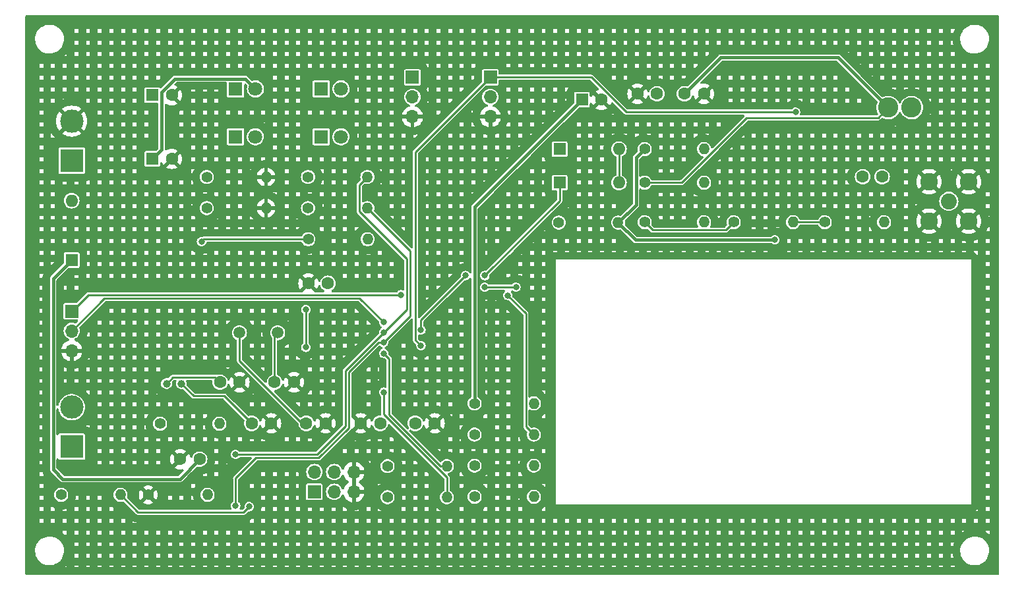
<source format=gbr>
%TF.GenerationSoftware,KiCad,Pcbnew,7.0.10*%
%TF.CreationDate,2024-04-24T14:51:44+08:00*%
%TF.ProjectId,pcb,7063622e-6b69-4636-9164-5f7063625858,rev?*%
%TF.SameCoordinates,Original*%
%TF.FileFunction,Copper,L2,Bot*%
%TF.FilePolarity,Positive*%
%FSLAX46Y46*%
G04 Gerber Fmt 4.6, Leading zero omitted, Abs format (unit mm)*
G04 Created by KiCad (PCBNEW 7.0.10) date 2024-04-24 14:51:44*
%MOMM*%
%LPD*%
G01*
G04 APERTURE LIST*
%TA.AperFunction,ComponentPad*%
%ADD10C,1.400000*%
%TD*%
%TA.AperFunction,ComponentPad*%
%ADD11O,1.400000X1.400000*%
%TD*%
%TA.AperFunction,ComponentPad*%
%ADD12R,1.800000X1.800000*%
%TD*%
%TA.AperFunction,ComponentPad*%
%ADD13C,1.800000*%
%TD*%
%TA.AperFunction,ComponentPad*%
%ADD14C,1.600000*%
%TD*%
%TA.AperFunction,ComponentPad*%
%ADD15R,1.700000X1.700000*%
%TD*%
%TA.AperFunction,ComponentPad*%
%ADD16O,1.700000X1.700000*%
%TD*%
%TA.AperFunction,ComponentPad*%
%ADD17C,1.500000*%
%TD*%
%TA.AperFunction,ComponentPad*%
%ADD18R,3.000000X3.000000*%
%TD*%
%TA.AperFunction,ComponentPad*%
%ADD19C,3.000000*%
%TD*%
%TA.AperFunction,ComponentPad*%
%ADD20R,1.600000X1.600000*%
%TD*%
%TA.AperFunction,ComponentPad*%
%ADD21O,1.600000X1.600000*%
%TD*%
%TA.AperFunction,ComponentPad*%
%ADD22C,2.050000*%
%TD*%
%TA.AperFunction,ComponentPad*%
%ADD23C,2.250000*%
%TD*%
%TA.AperFunction,ComponentPad*%
%ADD24C,1.000000*%
%TD*%
%TA.AperFunction,ComponentPad*%
%ADD25C,2.600000*%
%TD*%
%TA.AperFunction,ViaPad*%
%ADD26C,0.800000*%
%TD*%
%TA.AperFunction,Conductor*%
%ADD27C,0.400000*%
%TD*%
%TA.AperFunction,Conductor*%
%ADD28C,0.250000*%
%TD*%
G04 APERTURE END LIST*
D10*
%TO.P,R12,1*%
%TO.N,Net-(J5-Pin_1)*%
X69596000Y-107188000D03*
D11*
%TO.P,R12,2*%
%TO.N,Net-(J5-Pin_2)*%
X77216000Y-107188000D03*
%TD*%
D12*
%TO.P,D4,1,K*%
%TO.N,Net-(D4-K)*%
X102985000Y-61150000D03*
D13*
%TO.P,D4,2,A*%
%TO.N,+3.3V*%
X105525000Y-61150000D03*
%TD*%
D14*
%TO.P,C12,1*%
%TO.N,GND*%
X143600000Y-55626000D03*
%TO.P,C12,2*%
%TO.N,Net-(C12-Pad2)*%
X146100000Y-55626000D03*
%TD*%
D15*
%TO.P,J4,1,Pin_1*%
%TO.N,+3.3V*%
X102108000Y-106800000D03*
D16*
%TO.P,J4,2,Pin_2*%
X102108000Y-104260000D03*
%TO.P,J4,3,Pin_3*%
%TO.N,Net-(J4-Pin_3)*%
X104648000Y-106800000D03*
%TO.P,J4,4,Pin_4*%
%TO.N,Net-(J4-Pin_4)*%
X104648000Y-104260000D03*
%TO.P,J4,5,Pin_5*%
%TO.N,GND*%
X107188000Y-106800000D03*
%TO.P,J4,6,Pin_6*%
X107188000Y-104260000D03*
%TD*%
D10*
%TO.P,R7,1*%
%TO.N,Net-(D4-K)*%
X101290000Y-66325000D03*
D11*
%TO.P,R7,2*%
%TO.N,/MCU_RXD*%
X108910000Y-66325000D03*
%TD*%
D10*
%TO.P,R15,1*%
%TO.N,+3.3V*%
X122682000Y-99442000D03*
D11*
%TO.P,R15,2*%
%TO.N,/MCU_SDA*%
X130302000Y-99442000D03*
%TD*%
D10*
%TO.P,R16,1*%
%TO.N,+3.3V*%
X122682000Y-95442000D03*
D11*
%TO.P,R16,2*%
%TO.N,/MCU_SCL*%
X130302000Y-95442000D03*
%TD*%
D14*
%TO.P,C8,1*%
%TO.N,/MCU_XTAL1*%
X101062000Y-98000000D03*
%TO.P,C8,2*%
%TO.N,GND*%
X103562000Y-98000000D03*
%TD*%
D10*
%TO.P,R9,1*%
%TO.N,Net-(J4-Pin_4)*%
X111506000Y-103500000D03*
D11*
%TO.P,R9,2*%
%TO.N,/MCU_BOOT0*%
X119126000Y-103500000D03*
%TD*%
D12*
%TO.P,D1,1,K*%
%TO.N,Net-(D1-K)*%
X103000000Y-55000000D03*
D13*
%TO.P,D1,2,A*%
%TO.N,+3.3V*%
X105540000Y-55000000D03*
%TD*%
D10*
%TO.P,R17,1*%
%TO.N,Net-(R17-Pad1)*%
X144526000Y-72136000D03*
D11*
%TO.P,R17,2*%
%TO.N,Net-(U6-RF_IN)*%
X152146000Y-72136000D03*
%TD*%
D17*
%TO.P,Y1,1,1*%
%TO.N,/MCU_XTAL1*%
X92500000Y-86360000D03*
%TO.P,Y1,2,2*%
%TO.N,/MCU_XTAL0*%
X97400000Y-86360000D03*
%TD*%
D10*
%TO.P,R5,1*%
%TO.N,Net-(D2-K)*%
X88290000Y-66325000D03*
D11*
%TO.P,R5,2*%
%TO.N,GND*%
X95910000Y-66325000D03*
%TD*%
D14*
%TO.P,C6,1*%
%TO.N,/MCU_XTAL0*%
X97000000Y-92710000D03*
%TO.P,C6,2*%
%TO.N,GND*%
X99500000Y-92710000D03*
%TD*%
D10*
%TO.P,R20,1*%
%TO.N,+3.3V*%
X144526000Y-62738000D03*
D11*
%TO.P,R20,2*%
%TO.N,Net-(U6-~{RESET})*%
X152146000Y-62738000D03*
%TD*%
D12*
%TO.P,D2,1,K*%
%TO.N,Net-(D2-K)*%
X92000000Y-55000000D03*
D13*
%TO.P,D2,2,A*%
%TO.N,+3.3V*%
X94540000Y-55000000D03*
%TD*%
D10*
%TO.P,R19,1*%
%TO.N,Net-(R18-Pad2)*%
X167640000Y-72136000D03*
D11*
%TO.P,R19,2*%
%TO.N,Net-(C14-Pad1)*%
X175260000Y-72136000D03*
%TD*%
D10*
%TO.P,R8,1*%
%TO.N,Net-(J4-Pin_3)*%
X111506000Y-107500000D03*
D11*
%TO.P,R8,2*%
%TO.N,/MCU_BOOT1*%
X119126000Y-107500000D03*
%TD*%
D12*
%TO.P,D3,1,K*%
%TO.N,Net-(D3-K)*%
X91985000Y-61150000D03*
D13*
%TO.P,D3,2,A*%
%TO.N,/MCU_LED*%
X94525000Y-61150000D03*
%TD*%
D18*
%TO.P,J5,1,Pin_1*%
%TO.N,Net-(J5-Pin_1)*%
X70950000Y-101000000D03*
D19*
%TO.P,J5,2,Pin_2*%
%TO.N,Net-(J5-Pin_2)*%
X70950000Y-95920000D03*
%TD*%
D20*
%TO.P,C1,1*%
%TO.N,+5V*%
X81300000Y-55800000D03*
D14*
%TO.P,C1,2*%
%TO.N,GND*%
X83800000Y-55800000D03*
%TD*%
D20*
%TO.P,D6,1,K*%
%TO.N,Net-(D6-K)*%
X133604000Y-62738000D03*
D21*
%TO.P,D6,2,A*%
%TO.N,/GNSS_RXD*%
X141224000Y-62738000D03*
%TD*%
D10*
%TO.P,R10,1*%
%TO.N,Net-(U4-NRST)*%
X101335000Y-74325000D03*
D11*
%TO.P,R10,2*%
%TO.N,+3.3V*%
X108955000Y-74325000D03*
%TD*%
D10*
%TO.P,R14,1*%
%TO.N,Net-(C12-Pad2)*%
X144526000Y-67056000D03*
D11*
%TO.P,R14,2*%
%TO.N,Net-(U6-VCC_RF)*%
X152146000Y-67056000D03*
%TD*%
D20*
%TO.P,D7,1,K*%
%TO.N,Net-(D7-K)*%
X133604000Y-67056000D03*
D21*
%TO.P,D7,2,A*%
%TO.N,/GNSS_RXD*%
X141224000Y-67056000D03*
%TD*%
D14*
%TO.P,C11,1*%
%TO.N,+3.3V*%
X115062000Y-98000000D03*
%TO.P,C11,2*%
%TO.N,GND*%
X117562000Y-98000000D03*
%TD*%
D20*
%TO.P,C10,1*%
%TO.N,+3.3V*%
X136462888Y-56388000D03*
D14*
%TO.P,C10,2*%
%TO.N,GND*%
X138962888Y-56388000D03*
%TD*%
D10*
%TO.P,R13,1*%
%TO.N,Net-(J5-Pin_2)*%
X82296000Y-98044000D03*
D11*
%TO.P,R13,2*%
%TO.N,+5V*%
X89916000Y-98044000D03*
%TD*%
D15*
%TO.P,J2,1,Pin_1*%
%TO.N,/MCU_SWCLK*%
X70950000Y-83581000D03*
D16*
%TO.P,J2,2,Pin_2*%
%TO.N,/MCU_SWDIO*%
X70950000Y-86121000D03*
%TO.P,J2,3,Pin_3*%
%TO.N,GND*%
X70950000Y-88661000D03*
%TD*%
D14*
%TO.P,C5,1*%
%TO.N,GND*%
X101350000Y-80000000D03*
%TO.P,C5,2*%
%TO.N,Net-(U4-NRST)*%
X103850000Y-80000000D03*
%TD*%
D18*
%TO.P,J1,1,Pin_1*%
%TO.N,Net-(D5-A)*%
X70950000Y-64225000D03*
D19*
%TO.P,J1,2,Pin_2*%
%TO.N,GND*%
X70950000Y-59145000D03*
%TD*%
D14*
%TO.P,C9,1*%
%TO.N,/MCU_OSC1*%
X94062000Y-98000000D03*
%TO.P,C9,2*%
%TO.N,GND*%
X96562000Y-98000000D03*
%TD*%
D10*
%TO.P,R18,1*%
%TO.N,Net-(R17-Pad1)*%
X155956000Y-72136000D03*
D11*
%TO.P,R18,2*%
%TO.N,Net-(R18-Pad2)*%
X163576000Y-72136000D03*
%TD*%
D10*
%TO.P,R2,1*%
%TO.N,+3.3V*%
X122682000Y-107442000D03*
D11*
%TO.P,R2,2*%
%TO.N,/MCU_SCL*%
X130302000Y-107442000D03*
%TD*%
D10*
%TO.P,R1,1*%
%TO.N,Net-(U2-RSTN)*%
X133490000Y-72190000D03*
D11*
%TO.P,R1,2*%
%TO.N,+3.3V*%
X141110000Y-72190000D03*
%TD*%
D15*
%TO.P,J6,1,Pin_1*%
%TO.N,/GNSS_TXD*%
X124700000Y-53500000D03*
D16*
%TO.P,J6,2,Pin_2*%
%TO.N,Net-(D6-K)*%
X124700000Y-56040000D03*
%TO.P,J6,3,Pin_3*%
%TO.N,GND*%
X124700000Y-58580000D03*
%TD*%
D22*
%TO.P,J7,1,In*%
%TO.N,Net-(J7-In)*%
X183580000Y-69460000D03*
D23*
%TO.P,J7,2,Ext*%
%TO.N,GND*%
X181040000Y-66920000D03*
X181040000Y-72000000D03*
X186120000Y-66920000D03*
X186120000Y-72000000D03*
%TD*%
D14*
%TO.P,C13,1*%
%TO.N,Net-(C12-Pad2)*%
X149626000Y-55626000D03*
%TO.P,C13,2*%
%TO.N,GND*%
X152126000Y-55626000D03*
%TD*%
%TO.P,C7,1*%
%TO.N,/MCU_OSC0*%
X90000000Y-92710000D03*
%TO.P,C7,2*%
%TO.N,GND*%
X92500000Y-92710000D03*
%TD*%
D10*
%TO.P,R6,1*%
%TO.N,Net-(D3-K)*%
X88290000Y-70325000D03*
D11*
%TO.P,R6,2*%
%TO.N,GND*%
X95910000Y-70325000D03*
%TD*%
D14*
%TO.P,C14,1*%
%TO.N,Net-(C14-Pad1)*%
X172506000Y-66294000D03*
%TO.P,C14,2*%
%TO.N,Net-(J7-In)*%
X175006000Y-66294000D03*
%TD*%
D15*
%TO.P,J3,1,Pin_1*%
%TO.N,/MCU_TXD*%
X114700000Y-53500000D03*
D16*
%TO.P,J3,2,Pin_2*%
%TO.N,/MCU_RXD*%
X114700000Y-56040000D03*
%TO.P,J3,3,Pin_3*%
%TO.N,GND*%
X114700000Y-58580000D03*
%TD*%
D10*
%TO.P,R4,1*%
%TO.N,Net-(D1-K)*%
X101290000Y-70325000D03*
D11*
%TO.P,R4,2*%
%TO.N,/MCU_TXD*%
X108910000Y-70325000D03*
%TD*%
D14*
%TO.P,C3,1*%
%TO.N,GND*%
X108062000Y-98000000D03*
%TO.P,C3,2*%
%TO.N,+3.3V*%
X110562000Y-98000000D03*
%TD*%
D10*
%TO.P,R11,1*%
%TO.N,GND*%
X80772000Y-107188000D03*
D11*
%TO.P,R11,2*%
%TO.N,Net-(J5-Pin_1)*%
X88392000Y-107188000D03*
%TD*%
D24*
%TO.P,Y2,1,1*%
%TO.N,/MCU_OSC1*%
X85024000Y-92900000D03*
%TO.P,Y2,2,2*%
%TO.N,/MCU_OSC0*%
X83124000Y-92900000D03*
%TD*%
D20*
%TO.P,C2,1*%
%TO.N,+3.3V*%
X81300000Y-64000000D03*
D14*
%TO.P,C2,2*%
%TO.N,GND*%
X83800000Y-64000000D03*
%TD*%
D25*
%TO.P,L1,1*%
%TO.N,Net-(C12-Pad2)*%
X175792000Y-57404000D03*
%TO.P,L1,2*%
%TO.N,Net-(J7-In)*%
X178792000Y-57404000D03*
%TD*%
D14*
%TO.P,C4,1*%
%TO.N,GND*%
X84876000Y-102616000D03*
%TO.P,C4,2*%
%TO.N,+5V*%
X87376000Y-102616000D03*
%TD*%
D20*
%TO.P,D5,1,K*%
%TO.N,+5V*%
X70950000Y-77000000D03*
D21*
%TO.P,D5,2,A*%
%TO.N,Net-(D5-A)*%
X70950000Y-69380000D03*
%TD*%
D10*
%TO.P,R3,1*%
%TO.N,+3.3V*%
X122682000Y-103442000D03*
D11*
%TO.P,R3,2*%
%TO.N,/MCU_SDA*%
X130302000Y-103442000D03*
%TD*%
D26*
%TO.N,+3.3V*%
X161250000Y-74410000D03*
%TO.N,Net-(D7-K)*%
X115800000Y-86000000D03*
X121500000Y-79000000D03*
X124000000Y-79000000D03*
%TO.N,/MCU_SWDIO*%
X111000000Y-85000000D03*
%TO.N,/MCU_SWCLK*%
X113230000Y-81460000D03*
%TO.N,/GNSS_TXD*%
X115800000Y-88000000D03*
X163900000Y-57980000D03*
%TO.N,/MCU_SCL*%
X124000000Y-80500000D03*
X128000000Y-80500000D03*
%TO.N,/MCU_SDA*%
X126930000Y-81550000D03*
%TO.N,/MCU_TXD*%
X111000000Y-87600000D03*
X92000000Y-108600000D03*
%TO.N,/MCU_RXD*%
X92000000Y-102000000D03*
X111000000Y-86300000D03*
%TO.N,/MCU_BOOT1*%
X111000000Y-94000000D03*
%TO.N,/MCU_BOOT0*%
X111000000Y-89000000D03*
%TO.N,Net-(J5-Pin_2)*%
X93726000Y-108712000D03*
%TO.N,Net-(U4-NRST)*%
X101000000Y-83370000D03*
X101000000Y-88220000D03*
X87620000Y-74630000D03*
%TD*%
D27*
%TO.N,+5V*%
X68575000Y-103925000D02*
X69825000Y-105175000D01*
X70950000Y-77000000D02*
X68575000Y-79375000D01*
X69825000Y-105175000D02*
X84817000Y-105175000D01*
X68575000Y-79375000D02*
X68575000Y-103925000D01*
X84817000Y-105175000D02*
X87376000Y-102616000D01*
%TO.N,+3.3V*%
X144526000Y-62738000D02*
X143426000Y-63838000D01*
X136462888Y-56388000D02*
X122682000Y-70168888D01*
X82500000Y-55402943D02*
X82500000Y-62800000D01*
X84202943Y-53700000D02*
X82500000Y-55402943D01*
X143330000Y-74410000D02*
X161250000Y-74410000D01*
X93240000Y-53700000D02*
X84202943Y-53700000D01*
X143426000Y-69874000D02*
X141110000Y-72190000D01*
X122682000Y-70168888D02*
X122682000Y-95442000D01*
X143426000Y-63838000D02*
X143426000Y-69874000D01*
X82500000Y-62800000D02*
X81300000Y-64000000D01*
X94540000Y-55000000D02*
X93240000Y-53700000D01*
X141110000Y-72190000D02*
X143330000Y-74410000D01*
D28*
%TO.N,/MCU_XTAL0*%
X97000000Y-92710000D02*
X97000000Y-86760000D01*
%TO.N,/MCU_OSC0*%
X83124000Y-92900000D02*
X83949000Y-92075000D01*
X83949000Y-92075000D02*
X89365000Y-92075000D01*
X89365000Y-92075000D02*
X90000000Y-92710000D01*
%TO.N,/MCU_XTAL1*%
X92500000Y-86360000D02*
X92500000Y-89960000D01*
X92500000Y-89960000D02*
X100540000Y-98000000D01*
%TO.N,/MCU_OSC1*%
X86612000Y-94488000D02*
X90550000Y-94488000D01*
X90550000Y-94488000D02*
X94062000Y-98000000D01*
X85024000Y-92900000D02*
X86612000Y-94488000D01*
%TO.N,Net-(D7-K)*%
X133604000Y-69396000D02*
X133604000Y-67056000D01*
X115800000Y-84700000D02*
X115800000Y-86000000D01*
X121500000Y-79000000D02*
X115800000Y-84700000D01*
X124000000Y-79000000D02*
X133604000Y-69396000D01*
%TO.N,/GNSS_RXD*%
X141224000Y-62738000D02*
X141224000Y-67056000D01*
%TO.N,/MCU_SWDIO*%
X70950000Y-86121000D02*
X75161000Y-81910000D01*
X107910000Y-81910000D02*
X111000000Y-85000000D01*
X75161000Y-81910000D02*
X107910000Y-81910000D01*
%TO.N,/MCU_SWCLK*%
X73071000Y-81460000D02*
X70950000Y-83581000D01*
X113230000Y-81460000D02*
X73071000Y-81460000D01*
%TO.N,/GNSS_TXD*%
X115075000Y-63125000D02*
X115075000Y-87275000D01*
X163900000Y-57980000D02*
X142145879Y-57980000D01*
X124700000Y-53500000D02*
X115075000Y-63125000D01*
X142145879Y-57980000D02*
X137665879Y-53500000D01*
X115075000Y-87275000D02*
X115800000Y-88000000D01*
X137665879Y-53500000D02*
X124700000Y-53500000D01*
%TO.N,/MCU_SCL*%
X124000000Y-80500000D02*
X128000000Y-80500000D01*
%TO.N,/MCU_SDA*%
X129277000Y-98417000D02*
X129277000Y-83897000D01*
X130302000Y-99442000D02*
X129277000Y-98417000D01*
X129277000Y-83897000D02*
X126930000Y-81550000D01*
%TO.N,/MCU_TXD*%
X114405000Y-75820000D02*
X108910000Y-70325000D01*
X111000000Y-87600000D02*
X110336396Y-87600000D01*
X106530000Y-91406396D02*
X106530000Y-98576396D01*
X94625000Y-102450000D02*
X92000000Y-105075000D01*
X102656396Y-102450000D02*
X94625000Y-102450000D01*
X114405000Y-84195000D02*
X114405000Y-75820000D01*
X106530000Y-98576396D02*
X102656396Y-102450000D01*
X111000000Y-87600000D02*
X114405000Y-84195000D01*
X110336396Y-87600000D02*
X106530000Y-91406396D01*
X92000000Y-105075000D02*
X92000000Y-108600000D01*
%TO.N,/MCU_RXD*%
X107885000Y-70749569D02*
X107885000Y-67350000D01*
X106080000Y-91220000D02*
X106080000Y-98390000D01*
X111000000Y-86300000D02*
X106080000Y-91220000D01*
X107885000Y-67350000D02*
X108910000Y-66325000D01*
X102470000Y-102000000D02*
X92000000Y-102000000D01*
X111000000Y-86300000D02*
X113955000Y-83345000D01*
X113955000Y-83345000D02*
X113955000Y-76819569D01*
X106080000Y-98390000D02*
X102470000Y-102000000D01*
X113955000Y-76819569D02*
X107885000Y-70749569D01*
%TO.N,/MCU_BOOT1*%
X111000000Y-96847009D02*
X111000000Y-94000000D01*
X119126000Y-107500000D02*
X119126000Y-104973009D01*
X119126000Y-104973009D02*
X111000000Y-96847009D01*
%TO.N,/MCU_BOOT0*%
X111000000Y-89000000D02*
X111725000Y-89725000D01*
X118289387Y-103500000D02*
X119126000Y-103500000D01*
X111725000Y-89725000D02*
X111725000Y-96935613D01*
X111725000Y-96935613D02*
X118289387Y-103500000D01*
%TO.N,Net-(J5-Pin_2)*%
X93001000Y-109437000D02*
X79465000Y-109437000D01*
X93726000Y-108712000D02*
X93001000Y-109437000D01*
X79465000Y-109437000D02*
X77216000Y-107188000D01*
%TO.N,Net-(C12-Pad2)*%
X149277569Y-67056000D02*
X157628569Y-58705000D01*
X144526000Y-67056000D02*
X149277569Y-67056000D01*
X174491000Y-58705000D02*
X175792000Y-57404000D01*
D27*
X169348000Y-50960000D02*
X154292000Y-50960000D01*
X175792000Y-57404000D02*
X169348000Y-50960000D01*
D28*
X157628569Y-58705000D02*
X174491000Y-58705000D01*
D27*
X154292000Y-50960000D02*
X149626000Y-55626000D01*
D28*
%TO.N,Net-(U4-NRST)*%
X87620000Y-74630000D02*
X87925000Y-74325000D01*
X87925000Y-74325000D02*
X101335000Y-74325000D01*
X101000000Y-88220000D02*
X101000000Y-83370000D01*
%TO.N,Net-(R17-Pad1)*%
X144526000Y-72136000D02*
X145551000Y-73161000D01*
X154931000Y-73161000D02*
X155956000Y-72136000D01*
X145551000Y-73161000D02*
X154931000Y-73161000D01*
%TO.N,Net-(R18-Pad2)*%
X163576000Y-72136000D02*
X167640000Y-72136000D01*
%TD*%
%TA.AperFunction,Conductor*%
%TO.N,GND*%
G36*
X110562351Y-88024446D02*
G01*
X110563970Y-88022337D01*
X110617279Y-88063242D01*
X110697159Y-88124536D01*
X110774959Y-88156762D01*
X110788431Y-88162342D01*
X110849621Y-88209294D01*
X110879136Y-88280551D01*
X110869069Y-88357020D01*
X110822117Y-88418210D01*
X110788431Y-88437658D01*
X110697159Y-88475463D01*
X110571718Y-88571717D01*
X110571717Y-88571718D01*
X110475463Y-88697159D01*
X110414954Y-88843242D01*
X110394318Y-88999997D01*
X110394318Y-89000002D01*
X110414954Y-89156757D01*
X110475463Y-89302840D01*
X110552958Y-89403833D01*
X110571718Y-89428282D01*
X110697159Y-89524536D01*
X110843238Y-89585044D01*
X110843241Y-89585044D01*
X110843243Y-89585045D01*
X110843240Y-89585045D01*
X110999997Y-89605682D01*
X110999999Y-89605682D01*
X110999999Y-89605681D01*
X111000000Y-89605682D01*
X111055594Y-89598362D01*
X111132060Y-89608428D01*
X111180402Y-89640728D01*
X111355859Y-89816185D01*
X111394423Y-89882980D01*
X111399500Y-89921544D01*
X111399500Y-93292507D01*
X111379538Y-93367007D01*
X111325000Y-93421545D01*
X111250500Y-93441507D01*
X111193482Y-93430166D01*
X111171071Y-93420883D01*
X111156762Y-93414956D01*
X111156761Y-93414955D01*
X111156757Y-93414954D01*
X111000003Y-93394318D01*
X110999997Y-93394318D01*
X110843242Y-93414954D01*
X110697159Y-93475463D01*
X110571718Y-93571717D01*
X110571717Y-93571718D01*
X110475463Y-93697159D01*
X110414954Y-93843242D01*
X110394318Y-93999997D01*
X110394318Y-94000002D01*
X110414954Y-94156757D01*
X110475463Y-94302840D01*
X110571717Y-94428281D01*
X110571718Y-94428282D01*
X110616205Y-94462418D01*
X110663158Y-94523608D01*
X110674500Y-94580628D01*
X110674500Y-96826288D01*
X110673932Y-96839280D01*
X110671968Y-96861718D01*
X110645586Y-96934194D01*
X110586501Y-96983768D01*
X110538141Y-96997008D01*
X110484932Y-97002249D01*
X110365865Y-97013976D01*
X110177268Y-97071187D01*
X110003473Y-97164083D01*
X110003465Y-97164088D01*
X110003463Y-97164089D01*
X110003462Y-97164090D01*
X109851117Y-97289117D01*
X109762740Y-97396805D01*
X109726088Y-97441465D01*
X109726083Y-97441473D01*
X109633187Y-97615268D01*
X109610267Y-97690826D01*
X109569538Y-97756323D01*
X109501516Y-97792681D01*
X109424430Y-97790157D01*
X109358933Y-97749428D01*
X109323760Y-97686137D01*
X109288267Y-97553676D01*
X109288266Y-97553674D01*
X109192132Y-97347515D01*
X109192129Y-97347509D01*
X109141025Y-97274526D01*
X108459953Y-97955598D01*
X108447165Y-97874852D01*
X108389641Y-97761955D01*
X108300045Y-97672359D01*
X108187148Y-97614835D01*
X108106399Y-97602045D01*
X108787472Y-96920973D01*
X108714492Y-96869872D01*
X108714483Y-96869866D01*
X108508325Y-96773733D01*
X108508323Y-96773732D01*
X108288605Y-96714859D01*
X108288606Y-96714859D01*
X108062000Y-96695034D01*
X107835393Y-96714859D01*
X107615676Y-96773732D01*
X107615674Y-96773733D01*
X107409522Y-96869862D01*
X107409517Y-96869865D01*
X107336527Y-96920974D01*
X108017599Y-97602046D01*
X107936852Y-97614835D01*
X107823955Y-97672359D01*
X107734359Y-97761955D01*
X107676835Y-97874852D01*
X107664046Y-97955599D01*
X106971919Y-97263472D01*
X106941529Y-97258114D01*
X106882446Y-97208536D01*
X106856067Y-97136060D01*
X106855500Y-97123074D01*
X106855500Y-95298500D01*
X108798500Y-95298500D01*
X108798500Y-95800500D01*
X109300500Y-95800500D01*
X109300500Y-95298500D01*
X108798500Y-95298500D01*
X106855500Y-95298500D01*
X106855500Y-93798500D01*
X108798500Y-93798500D01*
X108798500Y-94300500D01*
X109300500Y-94300500D01*
X109300500Y-93798500D01*
X108798500Y-93798500D01*
X106855500Y-93798500D01*
X106855500Y-92298500D01*
X108798500Y-92298500D01*
X108798500Y-92800500D01*
X109300500Y-92800500D01*
X109300500Y-92298500D01*
X110298500Y-92298500D01*
X110298500Y-92560366D01*
X110401500Y-92517702D01*
X110401500Y-92298500D01*
X110298500Y-92298500D01*
X109300500Y-92298500D01*
X108798500Y-92298500D01*
X106855500Y-92298500D01*
X106855500Y-91602940D01*
X106875462Y-91528440D01*
X106899141Y-91497581D01*
X107096222Y-91300500D01*
X108798500Y-91300500D01*
X109300500Y-91300500D01*
X109300500Y-90798500D01*
X110298500Y-90798500D01*
X110298500Y-91300500D01*
X110401500Y-91300500D01*
X110401500Y-90798500D01*
X110298500Y-90798500D01*
X109300500Y-90798500D01*
X109009607Y-90798500D01*
X108798500Y-91009607D01*
X108798500Y-91300500D01*
X107096222Y-91300500D01*
X110364720Y-88032002D01*
X110431515Y-87993438D01*
X110508643Y-87993438D01*
X110562351Y-88024446D01*
G37*
%TD.AperFunction*%
%TA.AperFunction,Conductor*%
G36*
X137543835Y-53845462D02*
G01*
X137574694Y-53869141D01*
X138610682Y-54905129D01*
X138649246Y-54971924D01*
X138649246Y-55049052D01*
X138610682Y-55115847D01*
X138543890Y-55154410D01*
X138516568Y-55161731D01*
X138516562Y-55161733D01*
X138310410Y-55257862D01*
X138310405Y-55257865D01*
X138237415Y-55308974D01*
X138918487Y-55990046D01*
X138837740Y-56002835D01*
X138724843Y-56060359D01*
X138635247Y-56149955D01*
X138577723Y-56262852D01*
X138564934Y-56343599D01*
X137883862Y-55662527D01*
X137832753Y-55735517D01*
X137832750Y-55735522D01*
X137747428Y-55918499D01*
X137697851Y-55977583D01*
X137625374Y-56003962D01*
X137549418Y-55990569D01*
X137490334Y-55940992D01*
X137463955Y-55868515D01*
X137463388Y-55855529D01*
X137463388Y-55568251D01*
X137451755Y-55509769D01*
X137445797Y-55500852D01*
X137407440Y-55443448D01*
X137342417Y-55400000D01*
X137341118Y-55399132D01*
X137282636Y-55387500D01*
X135643140Y-55387500D01*
X135584657Y-55399132D01*
X135518336Y-55443448D01*
X135474020Y-55509769D01*
X135462388Y-55568251D01*
X135462388Y-56760389D01*
X135442426Y-56834889D01*
X135418747Y-56865748D01*
X122376512Y-69907983D01*
X122353948Y-69930546D01*
X122344780Y-69948539D01*
X122332572Y-69968461D01*
X122320702Y-69984799D01*
X122320701Y-69984801D01*
X122314464Y-70003998D01*
X122305520Y-70025593D01*
X122296353Y-70043583D01*
X122296353Y-70043584D01*
X122293194Y-70063527D01*
X122287739Y-70086249D01*
X122281500Y-70105452D01*
X122281500Y-78593101D01*
X122261538Y-78667601D01*
X122207000Y-78722139D01*
X122132500Y-78742101D01*
X122058000Y-78722139D01*
X122014290Y-78683806D01*
X121928282Y-78571718D01*
X121928281Y-78571717D01*
X121802840Y-78475463D01*
X121722944Y-78442369D01*
X121656762Y-78414956D01*
X121656760Y-78414955D01*
X121656756Y-78414954D01*
X121656759Y-78414954D01*
X121500003Y-78394318D01*
X121499997Y-78394318D01*
X121343242Y-78414954D01*
X121197159Y-78475463D01*
X121071718Y-78571717D01*
X121071717Y-78571718D01*
X120975463Y-78697159D01*
X120914954Y-78843242D01*
X120894515Y-78998500D01*
X120894318Y-79000000D01*
X120896158Y-79013976D01*
X120901637Y-79055597D01*
X120891568Y-79132065D01*
X120859270Y-79180402D01*
X115654859Y-84384814D01*
X115588064Y-84423378D01*
X115510936Y-84423378D01*
X115444141Y-84384814D01*
X115405577Y-84318019D01*
X115400500Y-84279455D01*
X115400500Y-81798500D01*
X116398500Y-81798500D01*
X116398500Y-82229785D01*
X116800500Y-81827785D01*
X116800500Y-81798500D01*
X116398500Y-81798500D01*
X115400500Y-81798500D01*
X115400500Y-80298500D01*
X116398500Y-80298500D01*
X116398500Y-80800500D01*
X116800500Y-80800500D01*
X116800500Y-80298500D01*
X117798500Y-80298500D01*
X117798500Y-80800500D01*
X117827786Y-80800500D01*
X118300500Y-80327785D01*
X118300500Y-80298500D01*
X117798500Y-80298500D01*
X116800500Y-80298500D01*
X116398500Y-80298500D01*
X115400500Y-80298500D01*
X115400500Y-78798500D01*
X116398500Y-78798500D01*
X116398500Y-79300500D01*
X116800500Y-79300500D01*
X116800500Y-78798500D01*
X117798500Y-78798500D01*
X117798500Y-79300500D01*
X118300500Y-79300500D01*
X118300500Y-78798500D01*
X119298500Y-78798500D01*
X119298500Y-79300500D01*
X119327785Y-79300500D01*
X119800500Y-78827785D01*
X119800500Y-78798500D01*
X119298500Y-78798500D01*
X118300500Y-78798500D01*
X117798500Y-78798500D01*
X116800500Y-78798500D01*
X116398500Y-78798500D01*
X115400500Y-78798500D01*
X115400500Y-77298500D01*
X116398500Y-77298500D01*
X116398500Y-77800500D01*
X116800500Y-77800500D01*
X116800500Y-77298500D01*
X117798500Y-77298500D01*
X117798500Y-77800500D01*
X118300500Y-77800500D01*
X118300500Y-77298500D01*
X119298500Y-77298500D01*
X119298500Y-77800500D01*
X119800500Y-77800500D01*
X119800500Y-77298500D01*
X120798500Y-77298500D01*
X120798500Y-77560366D01*
X120991508Y-77480420D01*
X121000633Y-77476986D01*
X121044017Y-77462259D01*
X121053342Y-77459430D01*
X121116477Y-77442510D01*
X121125973Y-77440295D01*
X121170939Y-77431349D01*
X121180565Y-77429760D01*
X121283500Y-77416208D01*
X121283500Y-77298500D01*
X120798500Y-77298500D01*
X119800500Y-77298500D01*
X119298500Y-77298500D01*
X118300500Y-77298500D01*
X117798500Y-77298500D01*
X116800500Y-77298500D01*
X116398500Y-77298500D01*
X115400500Y-77298500D01*
X115400500Y-75798500D01*
X116398500Y-75798500D01*
X116398500Y-76300500D01*
X116800500Y-76300500D01*
X116800500Y-75798500D01*
X117798500Y-75798500D01*
X117798500Y-76300500D01*
X118300500Y-76300500D01*
X118300500Y-75798500D01*
X119298500Y-75798500D01*
X119298500Y-76300500D01*
X119800500Y-76300500D01*
X119800500Y-75798500D01*
X120798500Y-75798500D01*
X120798500Y-76300500D01*
X121283500Y-76300500D01*
X121283500Y-75798500D01*
X120798500Y-75798500D01*
X119800500Y-75798500D01*
X119298500Y-75798500D01*
X118300500Y-75798500D01*
X117798500Y-75798500D01*
X116800500Y-75798500D01*
X116398500Y-75798500D01*
X115400500Y-75798500D01*
X115400500Y-74298500D01*
X116398500Y-74298500D01*
X116398500Y-74800500D01*
X116800500Y-74800500D01*
X116800500Y-74298500D01*
X117798500Y-74298500D01*
X117798500Y-74800500D01*
X118300500Y-74800500D01*
X118300500Y-74298500D01*
X119298500Y-74298500D01*
X119298500Y-74800500D01*
X119800500Y-74800500D01*
X119800500Y-74298500D01*
X120798500Y-74298500D01*
X120798500Y-74800500D01*
X121283500Y-74800500D01*
X121283500Y-74298500D01*
X120798500Y-74298500D01*
X119800500Y-74298500D01*
X119298500Y-74298500D01*
X118300500Y-74298500D01*
X117798500Y-74298500D01*
X116800500Y-74298500D01*
X116398500Y-74298500D01*
X115400500Y-74298500D01*
X115400500Y-72798500D01*
X116398500Y-72798500D01*
X116398500Y-73300500D01*
X116800500Y-73300500D01*
X116800500Y-72798500D01*
X117798500Y-72798500D01*
X117798500Y-73300500D01*
X118300500Y-73300500D01*
X118300500Y-72798500D01*
X119298500Y-72798500D01*
X119298500Y-73300500D01*
X119800500Y-73300500D01*
X119800500Y-72798500D01*
X120798500Y-72798500D01*
X120798500Y-73300500D01*
X121283500Y-73300500D01*
X121283500Y-72798500D01*
X120798500Y-72798500D01*
X119800500Y-72798500D01*
X119298500Y-72798500D01*
X118300500Y-72798500D01*
X117798500Y-72798500D01*
X116800500Y-72798500D01*
X116398500Y-72798500D01*
X115400500Y-72798500D01*
X115400500Y-71298500D01*
X116398500Y-71298500D01*
X116398500Y-71800500D01*
X116800500Y-71800500D01*
X116800500Y-71298500D01*
X117798500Y-71298500D01*
X117798500Y-71800500D01*
X118300500Y-71800500D01*
X118300500Y-71298500D01*
X119298500Y-71298500D01*
X119298500Y-71800500D01*
X119800500Y-71800500D01*
X119800500Y-71298500D01*
X120798500Y-71298500D01*
X120798500Y-71800500D01*
X121283500Y-71800500D01*
X121283500Y-71298500D01*
X120798500Y-71298500D01*
X119800500Y-71298500D01*
X119298500Y-71298500D01*
X118300500Y-71298500D01*
X117798500Y-71298500D01*
X116800500Y-71298500D01*
X116398500Y-71298500D01*
X115400500Y-71298500D01*
X115400500Y-69798500D01*
X116398500Y-69798500D01*
X116398500Y-70300500D01*
X116800500Y-70300500D01*
X116800500Y-69798500D01*
X117798500Y-69798500D01*
X117798500Y-70300500D01*
X118300500Y-70300500D01*
X118300500Y-69798500D01*
X119298500Y-69798500D01*
X119298500Y-70300500D01*
X119800500Y-70300500D01*
X119800500Y-69798500D01*
X120798500Y-69798500D01*
X120798500Y-70300500D01*
X121283500Y-70300500D01*
X121283500Y-70066232D01*
X121283959Y-70054544D01*
X121288273Y-69999717D01*
X121289648Y-69988099D01*
X121300500Y-69919573D01*
X121300500Y-69798500D01*
X120798500Y-69798500D01*
X119800500Y-69798500D01*
X119298500Y-69798500D01*
X118300500Y-69798500D01*
X117798500Y-69798500D01*
X116800500Y-69798500D01*
X116398500Y-69798500D01*
X115400500Y-69798500D01*
X115400500Y-68298500D01*
X116398500Y-68298500D01*
X116398500Y-68800500D01*
X116800500Y-68800500D01*
X116800500Y-68298500D01*
X117798500Y-68298500D01*
X117798500Y-68800500D01*
X118300500Y-68800500D01*
X118300500Y-68298500D01*
X119298500Y-68298500D01*
X119298500Y-68800500D01*
X119800500Y-68800500D01*
X119800500Y-68298500D01*
X120798500Y-68298500D01*
X120798500Y-68800500D01*
X121300500Y-68800500D01*
X121300500Y-68298500D01*
X122298500Y-68298500D01*
X122298500Y-68574609D01*
X122574609Y-68298500D01*
X122298500Y-68298500D01*
X121300500Y-68298500D01*
X120798500Y-68298500D01*
X119800500Y-68298500D01*
X119298500Y-68298500D01*
X118300500Y-68298500D01*
X117798500Y-68298500D01*
X116800500Y-68298500D01*
X116398500Y-68298500D01*
X115400500Y-68298500D01*
X115400500Y-66798500D01*
X116398500Y-66798500D01*
X116398500Y-67300500D01*
X116800500Y-67300500D01*
X116800500Y-66798500D01*
X117798500Y-66798500D01*
X117798500Y-67300500D01*
X118300500Y-67300500D01*
X118300500Y-66798500D01*
X119298500Y-66798500D01*
X119298500Y-67300500D01*
X119800500Y-67300500D01*
X119800500Y-66798500D01*
X120798500Y-66798500D01*
X120798500Y-67300500D01*
X121300500Y-67300500D01*
X121300500Y-66798500D01*
X122298500Y-66798500D01*
X122298500Y-67300500D01*
X122800500Y-67300500D01*
X122800500Y-66798500D01*
X123798500Y-66798500D01*
X123798500Y-67074609D01*
X124074609Y-66798500D01*
X123798500Y-66798500D01*
X122800500Y-66798500D01*
X122298500Y-66798500D01*
X121300500Y-66798500D01*
X120798500Y-66798500D01*
X119800500Y-66798500D01*
X119298500Y-66798500D01*
X118300500Y-66798500D01*
X117798500Y-66798500D01*
X116800500Y-66798500D01*
X116398500Y-66798500D01*
X115400500Y-66798500D01*
X115400500Y-65298500D01*
X116398500Y-65298500D01*
X116398500Y-65800500D01*
X116800500Y-65800500D01*
X116800500Y-65298500D01*
X117798500Y-65298500D01*
X117798500Y-65800500D01*
X118300500Y-65800500D01*
X118300500Y-65298500D01*
X119298500Y-65298500D01*
X119298500Y-65800500D01*
X119800500Y-65800500D01*
X119800500Y-65298500D01*
X120798500Y-65298500D01*
X120798500Y-65800500D01*
X121300500Y-65800500D01*
X121300500Y-65298500D01*
X122298500Y-65298500D01*
X122298500Y-65800500D01*
X122800500Y-65800500D01*
X122800500Y-65298500D01*
X123798500Y-65298500D01*
X123798500Y-65800500D01*
X124300500Y-65800500D01*
X124300500Y-65298500D01*
X125298500Y-65298500D01*
X125298500Y-65574609D01*
X125574609Y-65298500D01*
X125298500Y-65298500D01*
X124300500Y-65298500D01*
X123798500Y-65298500D01*
X122800500Y-65298500D01*
X122298500Y-65298500D01*
X121300500Y-65298500D01*
X120798500Y-65298500D01*
X119800500Y-65298500D01*
X119298500Y-65298500D01*
X118300500Y-65298500D01*
X117798500Y-65298500D01*
X116800500Y-65298500D01*
X116398500Y-65298500D01*
X115400500Y-65298500D01*
X115400500Y-63798500D01*
X116398500Y-63798500D01*
X116398500Y-64300500D01*
X116800500Y-64300500D01*
X116800500Y-63798500D01*
X117798500Y-63798500D01*
X117798500Y-64300500D01*
X118300500Y-64300500D01*
X118300500Y-63798500D01*
X119298500Y-63798500D01*
X119298500Y-64300500D01*
X119800500Y-64300500D01*
X119800500Y-63798500D01*
X120798500Y-63798500D01*
X120798500Y-64300500D01*
X121300500Y-64300500D01*
X121300500Y-63798500D01*
X122298500Y-63798500D01*
X122298500Y-64300500D01*
X122800500Y-64300500D01*
X122800500Y-63798500D01*
X123798500Y-63798500D01*
X123798500Y-64300500D01*
X124300500Y-64300500D01*
X124300500Y-63798500D01*
X125298500Y-63798500D01*
X125298500Y-64300500D01*
X125800500Y-64300500D01*
X125800500Y-63798500D01*
X126798500Y-63798500D01*
X126798500Y-64074609D01*
X127074609Y-63798500D01*
X126798500Y-63798500D01*
X125800500Y-63798500D01*
X125298500Y-63798500D01*
X124300500Y-63798500D01*
X123798500Y-63798500D01*
X122800500Y-63798500D01*
X122298500Y-63798500D01*
X121300500Y-63798500D01*
X120798500Y-63798500D01*
X119800500Y-63798500D01*
X119298500Y-63798500D01*
X118300500Y-63798500D01*
X117798500Y-63798500D01*
X116800500Y-63798500D01*
X116398500Y-63798500D01*
X115400500Y-63798500D01*
X115400500Y-63321544D01*
X115420462Y-63247044D01*
X115444141Y-63216185D01*
X116361826Y-62298500D01*
X117798500Y-62298500D01*
X117798500Y-62800500D01*
X118300500Y-62800500D01*
X118300500Y-62298500D01*
X119298500Y-62298500D01*
X119298500Y-62800500D01*
X119800500Y-62800500D01*
X119800500Y-62298500D01*
X120798500Y-62298500D01*
X120798500Y-62800500D01*
X121300500Y-62800500D01*
X121300500Y-62298500D01*
X122298500Y-62298500D01*
X122298500Y-62800500D01*
X122800500Y-62800500D01*
X122800500Y-62298500D01*
X123798500Y-62298500D01*
X123798500Y-62800500D01*
X124300500Y-62800500D01*
X124300500Y-62298500D01*
X125298500Y-62298500D01*
X125298500Y-62800500D01*
X125800500Y-62800500D01*
X125800500Y-62298500D01*
X126798500Y-62298500D01*
X126798500Y-62800500D01*
X127300500Y-62800500D01*
X127300500Y-62298500D01*
X128298500Y-62298500D01*
X128298500Y-62574609D01*
X128574609Y-62298500D01*
X128298500Y-62298500D01*
X127300500Y-62298500D01*
X126798500Y-62298500D01*
X125800500Y-62298500D01*
X125298500Y-62298500D01*
X124300500Y-62298500D01*
X123798500Y-62298500D01*
X122800500Y-62298500D01*
X122298500Y-62298500D01*
X121300500Y-62298500D01*
X120798500Y-62298500D01*
X119800500Y-62298500D01*
X119298500Y-62298500D01*
X118300500Y-62298500D01*
X117798500Y-62298500D01*
X116361826Y-62298500D01*
X117861826Y-60798500D01*
X119298500Y-60798500D01*
X119298500Y-61300500D01*
X119800500Y-61300500D01*
X119800500Y-60798500D01*
X120798500Y-60798500D01*
X120798500Y-61300500D01*
X121300500Y-61300500D01*
X121300500Y-60798500D01*
X122298500Y-60798500D01*
X122298500Y-61300500D01*
X122800500Y-61300500D01*
X122800500Y-60798500D01*
X123798500Y-60798500D01*
X123798500Y-61300500D01*
X124300500Y-61300500D01*
X125298500Y-61300500D01*
X125800500Y-61300500D01*
X125800500Y-60798500D01*
X126798500Y-60798500D01*
X126798500Y-61300500D01*
X127300500Y-61300500D01*
X127300500Y-60798500D01*
X128298500Y-60798500D01*
X128298500Y-61300500D01*
X128800500Y-61300500D01*
X128800500Y-60798500D01*
X129798500Y-60798500D01*
X129798500Y-61074609D01*
X130074609Y-60798500D01*
X129798500Y-60798500D01*
X128800500Y-60798500D01*
X128298500Y-60798500D01*
X127300500Y-60798500D01*
X126798500Y-60798500D01*
X125800500Y-60798500D01*
X125484891Y-60798500D01*
X125484366Y-60798691D01*
X125478207Y-60800782D01*
X125449069Y-60809969D01*
X125442828Y-60811788D01*
X125298500Y-60850459D01*
X125298500Y-61300500D01*
X124300500Y-61300500D01*
X124300500Y-60903780D01*
X123957172Y-60811788D01*
X123950931Y-60809969D01*
X123921793Y-60800782D01*
X123915634Y-60798691D01*
X123915109Y-60798500D01*
X123798500Y-60798500D01*
X122800500Y-60798500D01*
X122298500Y-60798500D01*
X121300500Y-60798500D01*
X120798500Y-60798500D01*
X119800500Y-60798500D01*
X119298500Y-60798500D01*
X117861826Y-60798500D01*
X119361826Y-59298500D01*
X120798500Y-59298500D01*
X120798500Y-59800500D01*
X121300500Y-59800500D01*
X121300500Y-59298500D01*
X122298500Y-59298500D01*
X122298500Y-59800500D01*
X122688793Y-59800500D01*
X122676358Y-59780981D01*
X122672983Y-59775419D01*
X122651205Y-59737695D01*
X122648080Y-59731998D01*
X122633981Y-59704913D01*
X122631107Y-59699086D01*
X122512870Y-59445528D01*
X122510251Y-59439575D01*
X122498562Y-59411354D01*
X122496208Y-59405300D01*
X122481309Y-59364368D01*
X122479217Y-59358207D01*
X122470031Y-59329071D01*
X122468213Y-59322832D01*
X122461693Y-59298500D01*
X122298500Y-59298500D01*
X121300500Y-59298500D01*
X120798500Y-59298500D01*
X119361826Y-59298500D01*
X119830326Y-58830000D01*
X123369364Y-58830000D01*
X123426568Y-59043489D01*
X123426569Y-59043491D01*
X123526400Y-59257579D01*
X123526406Y-59257588D01*
X123661888Y-59451076D01*
X123828923Y-59618111D01*
X124022411Y-59753593D01*
X124022420Y-59753599D01*
X124236508Y-59853430D01*
X124236513Y-59853432D01*
X124450000Y-59910634D01*
X124450000Y-59015501D01*
X124557685Y-59064680D01*
X124664237Y-59080000D01*
X124735763Y-59080000D01*
X124842315Y-59064680D01*
X124950000Y-59015501D01*
X124950000Y-59910633D01*
X125163486Y-59853432D01*
X125163491Y-59853430D01*
X125277000Y-59800500D01*
X126798500Y-59800500D01*
X127300500Y-59800500D01*
X127300500Y-59298500D01*
X128298500Y-59298500D01*
X128298500Y-59800500D01*
X128800500Y-59800500D01*
X128800500Y-59298500D01*
X129798500Y-59298500D01*
X129798500Y-59800500D01*
X130300500Y-59800500D01*
X130300500Y-59298500D01*
X131298500Y-59298500D01*
X131298500Y-59574609D01*
X131574609Y-59298500D01*
X131298500Y-59298500D01*
X130300500Y-59298500D01*
X129798500Y-59298500D01*
X128800500Y-59298500D01*
X128298500Y-59298500D01*
X127300500Y-59298500D01*
X126938307Y-59298500D01*
X126931787Y-59322832D01*
X126929969Y-59329071D01*
X126920783Y-59358207D01*
X126918691Y-59364368D01*
X126903792Y-59405300D01*
X126901438Y-59411354D01*
X126889749Y-59439575D01*
X126887130Y-59445528D01*
X126798500Y-59635593D01*
X126798500Y-59800500D01*
X125277000Y-59800500D01*
X125377579Y-59753599D01*
X125377588Y-59753593D01*
X125571076Y-59618111D01*
X125738111Y-59451076D01*
X125873593Y-59257588D01*
X125873599Y-59257579D01*
X125973430Y-59043491D01*
X125973431Y-59043489D01*
X126030636Y-58830000D01*
X125133686Y-58830000D01*
X125159493Y-58789844D01*
X125200000Y-58651889D01*
X125200000Y-58508111D01*
X125159493Y-58370156D01*
X125133686Y-58330000D01*
X126030636Y-58330000D01*
X126030635Y-58329999D01*
X125973431Y-58116512D01*
X125873597Y-57902419D01*
X125800832Y-57798500D01*
X126919665Y-57798500D01*
X126920783Y-57801793D01*
X126929969Y-57830929D01*
X126931787Y-57837167D01*
X127055892Y-58300327D01*
X127055898Y-58300500D01*
X127300500Y-58300500D01*
X127300500Y-57798500D01*
X128298500Y-57798500D01*
X128298500Y-58300500D01*
X128800500Y-58300500D01*
X128800500Y-57798500D01*
X129798500Y-57798500D01*
X129798500Y-58300500D01*
X130300500Y-58300500D01*
X130300500Y-57798500D01*
X131298500Y-57798500D01*
X131298500Y-58300500D01*
X131800500Y-58300500D01*
X131800500Y-57798500D01*
X132798500Y-57798500D01*
X132798500Y-58074609D01*
X133074609Y-57798500D01*
X132798500Y-57798500D01*
X131800500Y-57798500D01*
X131298500Y-57798500D01*
X130300500Y-57798500D01*
X129798500Y-57798500D01*
X128800500Y-57798500D01*
X128298500Y-57798500D01*
X127300500Y-57798500D01*
X126919665Y-57798500D01*
X125800832Y-57798500D01*
X125738108Y-57708920D01*
X125571076Y-57541888D01*
X125377588Y-57406406D01*
X125377579Y-57406400D01*
X125163491Y-57306569D01*
X125163489Y-57306568D01*
X125124244Y-57296053D01*
X125057449Y-57257489D01*
X125018885Y-57190694D01*
X125018885Y-57113566D01*
X125057449Y-57046771D01*
X125098022Y-57019663D01*
X125097498Y-57018683D01*
X125263156Y-56930136D01*
X125286450Y-56917685D01*
X125446410Y-56786410D01*
X125577685Y-56626450D01*
X125675232Y-56443954D01*
X125719354Y-56298500D01*
X126798500Y-56298500D01*
X126798500Y-56800500D01*
X127300500Y-56800500D01*
X127300500Y-56298500D01*
X128298500Y-56298500D01*
X128298500Y-56800500D01*
X128800500Y-56800500D01*
X128800500Y-56298500D01*
X129798500Y-56298500D01*
X129798500Y-56800500D01*
X130300500Y-56800500D01*
X130300500Y-56298500D01*
X131298500Y-56298500D01*
X131298500Y-56800500D01*
X131800500Y-56800500D01*
X131800500Y-56298500D01*
X132798500Y-56298500D01*
X132798500Y-56800500D01*
X133300500Y-56800500D01*
X133300500Y-56298500D01*
X134298500Y-56298500D01*
X134298500Y-56574609D01*
X134464388Y-56408721D01*
X134464388Y-56298500D01*
X134298500Y-56298500D01*
X133300500Y-56298500D01*
X132798500Y-56298500D01*
X131800500Y-56298500D01*
X131298500Y-56298500D01*
X130300500Y-56298500D01*
X129798500Y-56298500D01*
X128800500Y-56298500D01*
X128298500Y-56298500D01*
X127300500Y-56298500D01*
X126798500Y-56298500D01*
X125719354Y-56298500D01*
X125735300Y-56245934D01*
X125755583Y-56040000D01*
X125735300Y-55834066D01*
X125735073Y-55833319D01*
X125693006Y-55694641D01*
X125675232Y-55636046D01*
X125638995Y-55568252D01*
X125577689Y-55453557D01*
X125577687Y-55453555D01*
X125577685Y-55453550D01*
X125446410Y-55293590D01*
X125286450Y-55162315D01*
X125286446Y-55162313D01*
X125286442Y-55162310D01*
X125103955Y-55064768D01*
X124905936Y-55004700D01*
X124905937Y-55004700D01*
X124700000Y-54984417D01*
X124494062Y-55004700D01*
X124296044Y-55064768D01*
X124113557Y-55162310D01*
X124113547Y-55162317D01*
X123953590Y-55293589D01*
X123953589Y-55293590D01*
X123822317Y-55453547D01*
X123822310Y-55453557D01*
X123724768Y-55636044D01*
X123664700Y-55834062D01*
X123644417Y-56040000D01*
X123664700Y-56245937D01*
X123724768Y-56443955D01*
X123822310Y-56626442D01*
X123822313Y-56626446D01*
X123822315Y-56626450D01*
X123907879Y-56730711D01*
X123951450Y-56783803D01*
X123953590Y-56786410D01*
X124113550Y-56917685D01*
X124113555Y-56917687D01*
X124113557Y-56917689D01*
X124302502Y-57018683D01*
X124301685Y-57020209D01*
X124355397Y-57061420D01*
X124384915Y-57132675D01*
X124374851Y-57209144D01*
X124327901Y-57270336D01*
X124275756Y-57296053D01*
X124236511Y-57306568D01*
X124022419Y-57406402D01*
X123828920Y-57541891D01*
X123661891Y-57708920D01*
X123526402Y-57902419D01*
X123426568Y-58116512D01*
X123369364Y-58329999D01*
X123369364Y-58330000D01*
X124266314Y-58330000D01*
X124240507Y-58370156D01*
X124200000Y-58508111D01*
X124200000Y-58651889D01*
X124240507Y-58789844D01*
X124266314Y-58830000D01*
X123369364Y-58830000D01*
X119830326Y-58830000D01*
X120861826Y-57798500D01*
X122298500Y-57798500D01*
X122298500Y-58300500D01*
X122344102Y-58300500D01*
X122344108Y-58300327D01*
X122468213Y-57837167D01*
X122470031Y-57830929D01*
X122479217Y-57801793D01*
X122480335Y-57798500D01*
X122298500Y-57798500D01*
X120861826Y-57798500D01*
X123836826Y-54823500D01*
X126798500Y-54823500D01*
X126798500Y-55300500D01*
X127300500Y-55300500D01*
X127300500Y-54823500D01*
X128298500Y-54823500D01*
X128298500Y-55300500D01*
X128800500Y-55300500D01*
X128800500Y-54823500D01*
X129798500Y-54823500D01*
X129798500Y-55300500D01*
X130300500Y-55300500D01*
X130300500Y-54823500D01*
X131298500Y-54823500D01*
X131298500Y-55300500D01*
X131800500Y-55300500D01*
X131800500Y-54823500D01*
X132798500Y-54823500D01*
X132798500Y-55300500D01*
X133300500Y-55300500D01*
X133300500Y-54823500D01*
X134298500Y-54823500D01*
X134298500Y-55300500D01*
X134498096Y-55300500D01*
X134504769Y-55266950D01*
X134508322Y-55252766D01*
X134528286Y-55186952D01*
X134533211Y-55173185D01*
X134570764Y-55082522D01*
X134577018Y-55069301D01*
X134609444Y-55008638D01*
X134616961Y-54996096D01*
X134715795Y-54848185D01*
X134724505Y-54836441D01*
X134735126Y-54823500D01*
X134298500Y-54823500D01*
X133300500Y-54823500D01*
X132798500Y-54823500D01*
X131800500Y-54823500D01*
X131298500Y-54823500D01*
X130300500Y-54823500D01*
X129798500Y-54823500D01*
X128800500Y-54823500D01*
X128298500Y-54823500D01*
X127300500Y-54823500D01*
X126798500Y-54823500D01*
X123836826Y-54823500D01*
X124066185Y-54594141D01*
X124132980Y-54555577D01*
X124171544Y-54550500D01*
X125569748Y-54550500D01*
X125628231Y-54538867D01*
X125694552Y-54494552D01*
X125738867Y-54428231D01*
X125750500Y-54369748D01*
X125750500Y-53974500D01*
X125770462Y-53900000D01*
X125825000Y-53845462D01*
X125899500Y-53825500D01*
X137469335Y-53825500D01*
X137543835Y-53845462D01*
G37*
%TD.AperFunction*%
%TA.AperFunction,Conductor*%
G36*
X102429024Y-80725471D02*
G01*
X102480132Y-80652484D01*
X102480136Y-80652478D01*
X102576266Y-80446325D01*
X102576267Y-80446323D01*
X102611760Y-80313862D01*
X102650324Y-80247067D01*
X102717119Y-80208503D01*
X102794247Y-80208503D01*
X102861042Y-80247067D01*
X102898267Y-80309173D01*
X102921187Y-80384731D01*
X103014083Y-80558526D01*
X103014087Y-80558532D01*
X103014090Y-80558538D01*
X103139117Y-80710883D01*
X103291462Y-80835910D01*
X103291467Y-80835913D01*
X103291469Y-80835914D01*
X103325481Y-80854094D01*
X103381773Y-80906818D01*
X103404162Y-80980625D01*
X103386648Y-81055739D01*
X103333924Y-81112031D01*
X103260117Y-81134420D01*
X103255242Y-81134500D01*
X102192665Y-81134500D01*
X102118165Y-81114538D01*
X102087306Y-81090859D01*
X101394400Y-80397953D01*
X101475148Y-80385165D01*
X101588045Y-80327641D01*
X101677641Y-80238045D01*
X101735165Y-80125148D01*
X101747953Y-80044400D01*
X102429024Y-80725471D01*
G37*
%TD.AperFunction*%
%TA.AperFunction,Conductor*%
G36*
X107438000Y-106364498D02*
G01*
X107330315Y-106315320D01*
X107223763Y-106300000D01*
X107152237Y-106300000D01*
X107045685Y-106315320D01*
X106938000Y-106364498D01*
X106938000Y-104695501D01*
X107045685Y-104744680D01*
X107152237Y-104760000D01*
X107223763Y-104760000D01*
X107330315Y-104744680D01*
X107438000Y-104695501D01*
X107438000Y-106364498D01*
G37*
%TD.AperFunction*%
%TA.AperFunction,Conductor*%
G36*
X189925000Y-45520462D02*
G01*
X189979538Y-45575000D01*
X189999500Y-45649500D01*
X189999500Y-117350500D01*
X189979538Y-117425000D01*
X189925000Y-117479538D01*
X189850500Y-117499500D01*
X65149500Y-117499500D01*
X65075000Y-117479538D01*
X65020462Y-117425000D01*
X65000500Y-117350500D01*
X65000500Y-116501500D01*
X70029816Y-116501500D01*
X70300500Y-116501500D01*
X70300500Y-116298500D01*
X71298500Y-116298500D01*
X71298500Y-116501500D01*
X71800500Y-116501500D01*
X71800500Y-116298500D01*
X72798500Y-116298500D01*
X72798500Y-116501500D01*
X73300500Y-116501500D01*
X73300500Y-116298500D01*
X74298500Y-116298500D01*
X74298500Y-116501500D01*
X74800500Y-116501500D01*
X74800500Y-116298500D01*
X75798500Y-116298500D01*
X75798500Y-116501500D01*
X76300500Y-116501500D01*
X76300500Y-116298500D01*
X77298500Y-116298500D01*
X77298500Y-116501500D01*
X77800500Y-116501500D01*
X77800500Y-116298500D01*
X78798500Y-116298500D01*
X78798500Y-116501500D01*
X79300500Y-116501500D01*
X79300500Y-116298500D01*
X80298500Y-116298500D01*
X80298500Y-116501500D01*
X80800500Y-116501500D01*
X80800500Y-116298500D01*
X81798500Y-116298500D01*
X81798500Y-116501500D01*
X82300500Y-116501500D01*
X82300500Y-116298500D01*
X83298500Y-116298500D01*
X83298500Y-116501500D01*
X83800500Y-116501500D01*
X83800500Y-116298500D01*
X84798500Y-116298500D01*
X84798500Y-116501500D01*
X85300500Y-116501500D01*
X85300500Y-116298500D01*
X86298500Y-116298500D01*
X86298500Y-116501500D01*
X86800500Y-116501500D01*
X86800500Y-116298500D01*
X87798500Y-116298500D01*
X87798500Y-116501500D01*
X88300500Y-116501500D01*
X88300500Y-116298500D01*
X89298500Y-116298500D01*
X89298500Y-116501500D01*
X89800500Y-116501500D01*
X89800500Y-116298500D01*
X90798500Y-116298500D01*
X90798500Y-116501500D01*
X91300500Y-116501500D01*
X91300500Y-116298500D01*
X92298500Y-116298500D01*
X92298500Y-116501500D01*
X92800500Y-116501500D01*
X92800500Y-116298500D01*
X93798500Y-116298500D01*
X93798500Y-116501500D01*
X94300500Y-116501500D01*
X94300500Y-116298500D01*
X95298500Y-116298500D01*
X95298500Y-116501500D01*
X95800500Y-116501500D01*
X95800500Y-116298500D01*
X96798500Y-116298500D01*
X96798500Y-116501500D01*
X97300500Y-116501500D01*
X97300500Y-116298500D01*
X98298500Y-116298500D01*
X98298500Y-116501500D01*
X98800500Y-116501500D01*
X98800500Y-116298500D01*
X99798500Y-116298500D01*
X99798500Y-116501500D01*
X100300500Y-116501500D01*
X100300500Y-116298500D01*
X101298500Y-116298500D01*
X101298500Y-116501500D01*
X101800500Y-116501500D01*
X101800500Y-116298500D01*
X102798500Y-116298500D01*
X102798500Y-116501500D01*
X103300500Y-116501500D01*
X103300500Y-116298500D01*
X104298500Y-116298500D01*
X104298500Y-116501500D01*
X104800500Y-116501500D01*
X104800500Y-116298500D01*
X105798500Y-116298500D01*
X105798500Y-116501500D01*
X106300500Y-116501500D01*
X106300500Y-116298500D01*
X107298500Y-116298500D01*
X107298500Y-116501500D01*
X107800500Y-116501500D01*
X107800500Y-116298500D01*
X108798500Y-116298500D01*
X108798500Y-116501500D01*
X109300500Y-116501500D01*
X109300500Y-116298500D01*
X110298500Y-116298500D01*
X110298500Y-116501500D01*
X110800500Y-116501500D01*
X110800500Y-116298500D01*
X111798500Y-116298500D01*
X111798500Y-116501500D01*
X112300500Y-116501500D01*
X112300500Y-116298500D01*
X113298500Y-116298500D01*
X113298500Y-116501500D01*
X113800500Y-116501500D01*
X113800500Y-116298500D01*
X114798500Y-116298500D01*
X114798500Y-116501500D01*
X115300500Y-116501500D01*
X115300500Y-116298500D01*
X116298500Y-116298500D01*
X116298500Y-116501500D01*
X116800500Y-116501500D01*
X116800500Y-116298500D01*
X117798500Y-116298500D01*
X117798500Y-116501500D01*
X118300500Y-116501500D01*
X118300500Y-116298500D01*
X119298500Y-116298500D01*
X119298500Y-116501500D01*
X119800500Y-116501500D01*
X119800500Y-116298500D01*
X120798500Y-116298500D01*
X120798500Y-116501500D01*
X121300500Y-116501500D01*
X121300500Y-116298500D01*
X122298500Y-116298500D01*
X122298500Y-116501500D01*
X122800500Y-116501500D01*
X122800500Y-116298500D01*
X123798500Y-116298500D01*
X123798500Y-116501500D01*
X124300500Y-116501500D01*
X124300500Y-116298500D01*
X125298500Y-116298500D01*
X125298500Y-116501500D01*
X125800500Y-116501500D01*
X125800500Y-116298500D01*
X126798500Y-116298500D01*
X126798500Y-116501500D01*
X127300500Y-116501500D01*
X127300500Y-116298500D01*
X128298500Y-116298500D01*
X128298500Y-116501500D01*
X128800500Y-116501500D01*
X128800500Y-116298500D01*
X129798500Y-116298500D01*
X129798500Y-116501500D01*
X130300500Y-116501500D01*
X130300500Y-116298500D01*
X131298500Y-116298500D01*
X131298500Y-116501500D01*
X131800500Y-116501500D01*
X131800500Y-116298500D01*
X132798500Y-116298500D01*
X132798500Y-116501500D01*
X133300500Y-116501500D01*
X133300500Y-116298500D01*
X134298500Y-116298500D01*
X134298500Y-116501500D01*
X134800500Y-116501500D01*
X134800500Y-116298500D01*
X135798500Y-116298500D01*
X135798500Y-116501500D01*
X136300500Y-116501500D01*
X136300500Y-116298500D01*
X137298500Y-116298500D01*
X137298500Y-116501500D01*
X137800500Y-116501500D01*
X137800500Y-116298500D01*
X138798500Y-116298500D01*
X138798500Y-116501500D01*
X139300500Y-116501500D01*
X139300500Y-116298500D01*
X140298500Y-116298500D01*
X140298500Y-116501500D01*
X140800500Y-116501500D01*
X140800500Y-116298500D01*
X141798500Y-116298500D01*
X141798500Y-116501500D01*
X142300500Y-116501500D01*
X142300500Y-116298500D01*
X143298500Y-116298500D01*
X143298500Y-116501500D01*
X143800500Y-116501500D01*
X143800500Y-116298500D01*
X144798500Y-116298500D01*
X144798500Y-116501500D01*
X145300500Y-116501500D01*
X145300500Y-116298500D01*
X146298500Y-116298500D01*
X146298500Y-116501500D01*
X146800500Y-116501500D01*
X146800500Y-116298500D01*
X147798500Y-116298500D01*
X147798500Y-116501500D01*
X148300500Y-116501500D01*
X148300500Y-116298500D01*
X149298500Y-116298500D01*
X149298500Y-116501500D01*
X149800500Y-116501500D01*
X149800500Y-116298500D01*
X150798500Y-116298500D01*
X150798500Y-116501500D01*
X151300500Y-116501500D01*
X151300500Y-116298500D01*
X152298500Y-116298500D01*
X152298500Y-116501500D01*
X152800500Y-116501500D01*
X152800500Y-116298500D01*
X153798500Y-116298500D01*
X153798500Y-116501500D01*
X154300500Y-116501500D01*
X154300500Y-116298500D01*
X155298500Y-116298500D01*
X155298500Y-116501500D01*
X155800500Y-116501500D01*
X155800500Y-116298500D01*
X156798500Y-116298500D01*
X156798500Y-116501500D01*
X157300500Y-116501500D01*
X157300500Y-116298500D01*
X158298500Y-116298500D01*
X158298500Y-116501500D01*
X158800500Y-116501500D01*
X158800500Y-116298500D01*
X159798500Y-116298500D01*
X159798500Y-116501500D01*
X160300500Y-116501500D01*
X160300500Y-116298500D01*
X161298500Y-116298500D01*
X161298500Y-116501500D01*
X161800500Y-116501500D01*
X161800500Y-116298500D01*
X162798500Y-116298500D01*
X162798500Y-116501500D01*
X163300500Y-116501500D01*
X163300500Y-116298500D01*
X164298500Y-116298500D01*
X164298500Y-116501500D01*
X164800500Y-116501500D01*
X164800500Y-116298500D01*
X165798500Y-116298500D01*
X165798500Y-116501500D01*
X166300500Y-116501500D01*
X166300500Y-116298500D01*
X167298500Y-116298500D01*
X167298500Y-116501500D01*
X167800500Y-116501500D01*
X167800500Y-116298500D01*
X168798500Y-116298500D01*
X168798500Y-116501500D01*
X169300500Y-116501500D01*
X169300500Y-116298500D01*
X170298500Y-116298500D01*
X170298500Y-116501500D01*
X170800500Y-116501500D01*
X170800500Y-116298500D01*
X171798500Y-116298500D01*
X171798500Y-116501500D01*
X172300500Y-116501500D01*
X172300500Y-116298500D01*
X173298500Y-116298500D01*
X173298500Y-116501500D01*
X173800500Y-116501500D01*
X173800500Y-116298500D01*
X174798500Y-116298500D01*
X174798500Y-116501500D01*
X175300500Y-116501500D01*
X175300500Y-116298500D01*
X176298500Y-116298500D01*
X176298500Y-116501500D01*
X176800500Y-116501500D01*
X176800500Y-116298500D01*
X177798500Y-116298500D01*
X177798500Y-116501500D01*
X178300500Y-116501500D01*
X178300500Y-116298500D01*
X179298500Y-116298500D01*
X179298500Y-116501500D01*
X179800500Y-116501500D01*
X179800500Y-116298500D01*
X180798500Y-116298500D01*
X180798500Y-116501500D01*
X181300500Y-116501500D01*
X181300500Y-116298500D01*
X182298500Y-116298500D01*
X182298500Y-116501500D01*
X182800500Y-116501500D01*
X182800500Y-116298500D01*
X183798500Y-116298500D01*
X183798500Y-116501500D01*
X184300500Y-116501500D01*
X184300500Y-116298500D01*
X183798500Y-116298500D01*
X182800500Y-116298500D01*
X182298500Y-116298500D01*
X181300500Y-116298500D01*
X180798500Y-116298500D01*
X179800500Y-116298500D01*
X179298500Y-116298500D01*
X178300500Y-116298500D01*
X177798500Y-116298500D01*
X176800500Y-116298500D01*
X176298500Y-116298500D01*
X175300500Y-116298500D01*
X174798500Y-116298500D01*
X173800500Y-116298500D01*
X173298500Y-116298500D01*
X172300500Y-116298500D01*
X171798500Y-116298500D01*
X170800500Y-116298500D01*
X170298500Y-116298500D01*
X169300500Y-116298500D01*
X168798500Y-116298500D01*
X167800500Y-116298500D01*
X167298500Y-116298500D01*
X166300500Y-116298500D01*
X165798500Y-116298500D01*
X164800500Y-116298500D01*
X164298500Y-116298500D01*
X163300500Y-116298500D01*
X162798500Y-116298500D01*
X161800500Y-116298500D01*
X161298500Y-116298500D01*
X160300500Y-116298500D01*
X159798500Y-116298500D01*
X158800500Y-116298500D01*
X158298500Y-116298500D01*
X157300500Y-116298500D01*
X156798500Y-116298500D01*
X155800500Y-116298500D01*
X155298500Y-116298500D01*
X154300500Y-116298500D01*
X153798500Y-116298500D01*
X152800500Y-116298500D01*
X152298500Y-116298500D01*
X151300500Y-116298500D01*
X150798500Y-116298500D01*
X149800500Y-116298500D01*
X149298500Y-116298500D01*
X148300500Y-116298500D01*
X147798500Y-116298500D01*
X146800500Y-116298500D01*
X146298500Y-116298500D01*
X145300500Y-116298500D01*
X144798500Y-116298500D01*
X143800500Y-116298500D01*
X143298500Y-116298500D01*
X142300500Y-116298500D01*
X141798500Y-116298500D01*
X140800500Y-116298500D01*
X140298500Y-116298500D01*
X139300500Y-116298500D01*
X138798500Y-116298500D01*
X137800500Y-116298500D01*
X137298500Y-116298500D01*
X136300500Y-116298500D01*
X135798500Y-116298500D01*
X134800500Y-116298500D01*
X134298500Y-116298500D01*
X133300500Y-116298500D01*
X132798500Y-116298500D01*
X131800500Y-116298500D01*
X131298500Y-116298500D01*
X130300500Y-116298500D01*
X129798500Y-116298500D01*
X128800500Y-116298500D01*
X128298500Y-116298500D01*
X127300500Y-116298500D01*
X126798500Y-116298500D01*
X125800500Y-116298500D01*
X125298500Y-116298500D01*
X124300500Y-116298500D01*
X123798500Y-116298500D01*
X122800500Y-116298500D01*
X122298500Y-116298500D01*
X121300500Y-116298500D01*
X120798500Y-116298500D01*
X119800500Y-116298500D01*
X119298500Y-116298500D01*
X118300500Y-116298500D01*
X117798500Y-116298500D01*
X116800500Y-116298500D01*
X116298500Y-116298500D01*
X115300500Y-116298500D01*
X114798500Y-116298500D01*
X113800500Y-116298500D01*
X113298500Y-116298500D01*
X112300500Y-116298500D01*
X111798500Y-116298500D01*
X110800500Y-116298500D01*
X110298500Y-116298500D01*
X109300500Y-116298500D01*
X108798500Y-116298500D01*
X107800500Y-116298500D01*
X107298500Y-116298500D01*
X106300500Y-116298500D01*
X105798500Y-116298500D01*
X104800500Y-116298500D01*
X104298500Y-116298500D01*
X103300500Y-116298500D01*
X102798500Y-116298500D01*
X101800500Y-116298500D01*
X101298500Y-116298500D01*
X100300500Y-116298500D01*
X99798500Y-116298500D01*
X98800500Y-116298500D01*
X98298500Y-116298500D01*
X97300500Y-116298500D01*
X96798500Y-116298500D01*
X95800500Y-116298500D01*
X95298500Y-116298500D01*
X94300500Y-116298500D01*
X93798500Y-116298500D01*
X92800500Y-116298500D01*
X92298500Y-116298500D01*
X91300500Y-116298500D01*
X90798500Y-116298500D01*
X89800500Y-116298500D01*
X89298500Y-116298500D01*
X88300500Y-116298500D01*
X87798500Y-116298500D01*
X86800500Y-116298500D01*
X86298500Y-116298500D01*
X85300500Y-116298500D01*
X84798500Y-116298500D01*
X83800500Y-116298500D01*
X83298500Y-116298500D01*
X82300500Y-116298500D01*
X81798500Y-116298500D01*
X80800500Y-116298500D01*
X80298500Y-116298500D01*
X79300500Y-116298500D01*
X78798500Y-116298500D01*
X77800500Y-116298500D01*
X77298500Y-116298500D01*
X76300500Y-116298500D01*
X75798500Y-116298500D01*
X74800500Y-116298500D01*
X74298500Y-116298500D01*
X73300500Y-116298500D01*
X72798500Y-116298500D01*
X71800500Y-116298500D01*
X71298500Y-116298500D01*
X70300500Y-116298500D01*
X70226396Y-116298500D01*
X70043992Y-116487694D01*
X70040144Y-116491542D01*
X70029816Y-116501500D01*
X65000500Y-116501500D01*
X65000500Y-114467773D01*
X66245788Y-114467773D01*
X66275412Y-114737005D01*
X66275414Y-114737018D01*
X66343928Y-114999088D01*
X66397722Y-115125675D01*
X66449870Y-115248390D01*
X66449875Y-115248399D01*
X66590981Y-115479610D01*
X66590984Y-115479614D01*
X66764247Y-115687812D01*
X66764259Y-115687824D01*
X66965990Y-115868575D01*
X66965999Y-115868583D01*
X67078954Y-115943313D01*
X67191910Y-116018044D01*
X67437176Y-116133020D01*
X67696569Y-116211060D01*
X67964561Y-116250500D01*
X67964568Y-116250500D01*
X68167622Y-116250500D01*
X68167631Y-116250500D01*
X68370156Y-116235677D01*
X68634553Y-116176780D01*
X68887558Y-116080014D01*
X69123777Y-115947441D01*
X69338177Y-115781888D01*
X69526186Y-115586881D01*
X69683799Y-115366579D01*
X69807656Y-115125675D01*
X69895118Y-114869305D01*
X69908196Y-114798500D01*
X71298500Y-114798500D01*
X71298500Y-115300500D01*
X71800500Y-115300500D01*
X71800500Y-114798500D01*
X72798500Y-114798500D01*
X72798500Y-115300500D01*
X73300500Y-115300500D01*
X73300500Y-114798500D01*
X74298500Y-114798500D01*
X74298500Y-115300500D01*
X74800500Y-115300500D01*
X74800500Y-114798500D01*
X75798500Y-114798500D01*
X75798500Y-115300500D01*
X76300500Y-115300500D01*
X76300500Y-114798500D01*
X77298500Y-114798500D01*
X77298500Y-115300500D01*
X77800500Y-115300500D01*
X77800500Y-114798500D01*
X78798500Y-114798500D01*
X78798500Y-115300500D01*
X79300500Y-115300500D01*
X79300500Y-114798500D01*
X80298500Y-114798500D01*
X80298500Y-115300500D01*
X80800500Y-115300500D01*
X80800500Y-114798500D01*
X81798500Y-114798500D01*
X81798500Y-115300500D01*
X82300500Y-115300500D01*
X82300500Y-114798500D01*
X83298500Y-114798500D01*
X83298500Y-115300500D01*
X83800500Y-115300500D01*
X83800500Y-114798500D01*
X84798500Y-114798500D01*
X84798500Y-115300500D01*
X85300500Y-115300500D01*
X85300500Y-114798500D01*
X86298500Y-114798500D01*
X86298500Y-115300500D01*
X86800500Y-115300500D01*
X86800500Y-114798500D01*
X87798500Y-114798500D01*
X87798500Y-115300500D01*
X88300500Y-115300500D01*
X88300500Y-114798500D01*
X89298500Y-114798500D01*
X89298500Y-115300500D01*
X89800500Y-115300500D01*
X89800500Y-114798500D01*
X90798500Y-114798500D01*
X90798500Y-115300500D01*
X91300500Y-115300500D01*
X91300500Y-114798500D01*
X92298500Y-114798500D01*
X92298500Y-115300500D01*
X92800500Y-115300500D01*
X92800500Y-114798500D01*
X93798500Y-114798500D01*
X93798500Y-115300500D01*
X94300500Y-115300500D01*
X94300500Y-114798500D01*
X95298500Y-114798500D01*
X95298500Y-115300500D01*
X95800500Y-115300500D01*
X95800500Y-114798500D01*
X96798500Y-114798500D01*
X96798500Y-115300500D01*
X97300500Y-115300500D01*
X97300500Y-114798500D01*
X98298500Y-114798500D01*
X98298500Y-115300500D01*
X98800500Y-115300500D01*
X98800500Y-114798500D01*
X99798500Y-114798500D01*
X99798500Y-115300500D01*
X100300500Y-115300500D01*
X100300500Y-114798500D01*
X101298500Y-114798500D01*
X101298500Y-115300500D01*
X101800500Y-115300500D01*
X101800500Y-114798500D01*
X102798500Y-114798500D01*
X102798500Y-115300500D01*
X103300500Y-115300500D01*
X103300500Y-114798500D01*
X104298500Y-114798500D01*
X104298500Y-115300500D01*
X104800500Y-115300500D01*
X104800500Y-114798500D01*
X105798500Y-114798500D01*
X105798500Y-115300500D01*
X106300500Y-115300500D01*
X106300500Y-114798500D01*
X107298500Y-114798500D01*
X107298500Y-115300500D01*
X107800500Y-115300500D01*
X107800500Y-114798500D01*
X108798500Y-114798500D01*
X108798500Y-115300500D01*
X109300500Y-115300500D01*
X109300500Y-114798500D01*
X110298500Y-114798500D01*
X110298500Y-115300500D01*
X110800500Y-115300500D01*
X110800500Y-114798500D01*
X111798500Y-114798500D01*
X111798500Y-115300500D01*
X112300500Y-115300500D01*
X112300500Y-114798500D01*
X113298500Y-114798500D01*
X113298500Y-115300500D01*
X113800500Y-115300500D01*
X113800500Y-114798500D01*
X114798500Y-114798500D01*
X114798500Y-115300500D01*
X115300500Y-115300500D01*
X115300500Y-114798500D01*
X116298500Y-114798500D01*
X116298500Y-115300500D01*
X116800500Y-115300500D01*
X116800500Y-114798500D01*
X117798500Y-114798500D01*
X117798500Y-115300500D01*
X118300500Y-115300500D01*
X118300500Y-114798500D01*
X119298500Y-114798500D01*
X119298500Y-115300500D01*
X119800500Y-115300500D01*
X119800500Y-114798500D01*
X120798500Y-114798500D01*
X120798500Y-115300500D01*
X121300500Y-115300500D01*
X121300500Y-114798500D01*
X122298500Y-114798500D01*
X122298500Y-115300500D01*
X122800500Y-115300500D01*
X122800500Y-114798500D01*
X123798500Y-114798500D01*
X123798500Y-115300500D01*
X124300500Y-115300500D01*
X124300500Y-114798500D01*
X125298500Y-114798500D01*
X125298500Y-115300500D01*
X125800500Y-115300500D01*
X125800500Y-114798500D01*
X126798500Y-114798500D01*
X126798500Y-115300500D01*
X127300500Y-115300500D01*
X127300500Y-114798500D01*
X128298500Y-114798500D01*
X128298500Y-115300500D01*
X128800500Y-115300500D01*
X128800500Y-114798500D01*
X129798500Y-114798500D01*
X129798500Y-115300500D01*
X130300500Y-115300500D01*
X130300500Y-114798500D01*
X131298500Y-114798500D01*
X131298500Y-115300500D01*
X131800500Y-115300500D01*
X131800500Y-114798500D01*
X132798500Y-114798500D01*
X132798500Y-115300500D01*
X133300500Y-115300500D01*
X133300500Y-114798500D01*
X134298500Y-114798500D01*
X134298500Y-115300500D01*
X134800500Y-115300500D01*
X134800500Y-114798500D01*
X135798500Y-114798500D01*
X135798500Y-115300500D01*
X136300500Y-115300500D01*
X136300500Y-114798500D01*
X137298500Y-114798500D01*
X137298500Y-115300500D01*
X137800500Y-115300500D01*
X137800500Y-114798500D01*
X138798500Y-114798500D01*
X138798500Y-115300500D01*
X139300500Y-115300500D01*
X139300500Y-114798500D01*
X140298500Y-114798500D01*
X140298500Y-115300500D01*
X140800500Y-115300500D01*
X140800500Y-114798500D01*
X141798500Y-114798500D01*
X141798500Y-115300500D01*
X142300500Y-115300500D01*
X142300500Y-114798500D01*
X143298500Y-114798500D01*
X143298500Y-115300500D01*
X143800500Y-115300500D01*
X143800500Y-114798500D01*
X144798500Y-114798500D01*
X144798500Y-115300500D01*
X145300500Y-115300500D01*
X145300500Y-114798500D01*
X146298500Y-114798500D01*
X146298500Y-115300500D01*
X146800500Y-115300500D01*
X146800500Y-114798500D01*
X147798500Y-114798500D01*
X147798500Y-115300500D01*
X148300500Y-115300500D01*
X148300500Y-114798500D01*
X149298500Y-114798500D01*
X149298500Y-115300500D01*
X149800500Y-115300500D01*
X149800500Y-114798500D01*
X150798500Y-114798500D01*
X150798500Y-115300500D01*
X151300500Y-115300500D01*
X151300500Y-114798500D01*
X152298500Y-114798500D01*
X152298500Y-115300500D01*
X152800500Y-115300500D01*
X152800500Y-114798500D01*
X153798500Y-114798500D01*
X153798500Y-115300500D01*
X154300500Y-115300500D01*
X154300500Y-114798500D01*
X155298500Y-114798500D01*
X155298500Y-115300500D01*
X155800500Y-115300500D01*
X155800500Y-114798500D01*
X156798500Y-114798500D01*
X156798500Y-115300500D01*
X157300500Y-115300500D01*
X157300500Y-114798500D01*
X158298500Y-114798500D01*
X158298500Y-115300500D01*
X158800500Y-115300500D01*
X158800500Y-114798500D01*
X159798500Y-114798500D01*
X159798500Y-115300500D01*
X160300500Y-115300500D01*
X160300500Y-114798500D01*
X161298500Y-114798500D01*
X161298500Y-115300500D01*
X161800500Y-115300500D01*
X161800500Y-114798500D01*
X162798500Y-114798500D01*
X162798500Y-115300500D01*
X163300500Y-115300500D01*
X163300500Y-114798500D01*
X164298500Y-114798500D01*
X164298500Y-115300500D01*
X164800500Y-115300500D01*
X164800500Y-114798500D01*
X165798500Y-114798500D01*
X165798500Y-115300500D01*
X166300500Y-115300500D01*
X166300500Y-114798500D01*
X167298500Y-114798500D01*
X167298500Y-115300500D01*
X167800500Y-115300500D01*
X167800500Y-114798500D01*
X168798500Y-114798500D01*
X168798500Y-115300500D01*
X169300500Y-115300500D01*
X169300500Y-114798500D01*
X170298500Y-114798500D01*
X170298500Y-115300500D01*
X170800500Y-115300500D01*
X170800500Y-114798500D01*
X171798500Y-114798500D01*
X171798500Y-115300500D01*
X172300500Y-115300500D01*
X172300500Y-114798500D01*
X173298500Y-114798500D01*
X173298500Y-115300500D01*
X173800500Y-115300500D01*
X173800500Y-114798500D01*
X174798500Y-114798500D01*
X174798500Y-115300500D01*
X175300500Y-115300500D01*
X175300500Y-114798500D01*
X176298500Y-114798500D01*
X176298500Y-115300500D01*
X176800500Y-115300500D01*
X176800500Y-114798500D01*
X177798500Y-114798500D01*
X177798500Y-115300500D01*
X178300500Y-115300500D01*
X178300500Y-114798500D01*
X179298500Y-114798500D01*
X179298500Y-115300500D01*
X179800500Y-115300500D01*
X179800500Y-114798500D01*
X180798500Y-114798500D01*
X180798500Y-115300500D01*
X181300500Y-115300500D01*
X181300500Y-114798500D01*
X182298500Y-114798500D01*
X182298500Y-115300500D01*
X182800500Y-115300500D01*
X182800500Y-114798500D01*
X183798500Y-114798500D01*
X183798500Y-115300500D01*
X184192350Y-115300500D01*
X184191837Y-115298903D01*
X184184465Y-115274401D01*
X184182992Y-115269159D01*
X184105257Y-114971817D01*
X184103978Y-114966532D01*
X184098422Y-114941594D01*
X184097336Y-114936267D01*
X184090710Y-114900409D01*
X184089818Y-114895033D01*
X184086090Y-114869707D01*
X184085396Y-114864304D01*
X184078156Y-114798500D01*
X183798500Y-114798500D01*
X182800500Y-114798500D01*
X182298500Y-114798500D01*
X181300500Y-114798500D01*
X180798500Y-114798500D01*
X179800500Y-114798500D01*
X179298500Y-114798500D01*
X178300500Y-114798500D01*
X177798500Y-114798500D01*
X176800500Y-114798500D01*
X176298500Y-114798500D01*
X175300500Y-114798500D01*
X174798500Y-114798500D01*
X173800500Y-114798500D01*
X173298500Y-114798500D01*
X172300500Y-114798500D01*
X171798500Y-114798500D01*
X170800500Y-114798500D01*
X170298500Y-114798500D01*
X169300500Y-114798500D01*
X168798500Y-114798500D01*
X167800500Y-114798500D01*
X167298500Y-114798500D01*
X166300500Y-114798500D01*
X165798500Y-114798500D01*
X164800500Y-114798500D01*
X164298500Y-114798500D01*
X163300500Y-114798500D01*
X162798500Y-114798500D01*
X161800500Y-114798500D01*
X161298500Y-114798500D01*
X160300500Y-114798500D01*
X159798500Y-114798500D01*
X158800500Y-114798500D01*
X158298500Y-114798500D01*
X157300500Y-114798500D01*
X156798500Y-114798500D01*
X155800500Y-114798500D01*
X155298500Y-114798500D01*
X154300500Y-114798500D01*
X153798500Y-114798500D01*
X152800500Y-114798500D01*
X152298500Y-114798500D01*
X151300500Y-114798500D01*
X150798500Y-114798500D01*
X149800500Y-114798500D01*
X149298500Y-114798500D01*
X148300500Y-114798500D01*
X147798500Y-114798500D01*
X146800500Y-114798500D01*
X146298500Y-114798500D01*
X145300500Y-114798500D01*
X144798500Y-114798500D01*
X143800500Y-114798500D01*
X143298500Y-114798500D01*
X142300500Y-114798500D01*
X141798500Y-114798500D01*
X140800500Y-114798500D01*
X140298500Y-114798500D01*
X139300500Y-114798500D01*
X138798500Y-114798500D01*
X137800500Y-114798500D01*
X137298500Y-114798500D01*
X136300500Y-114798500D01*
X135798500Y-114798500D01*
X134800500Y-114798500D01*
X134298500Y-114798500D01*
X133300500Y-114798500D01*
X132798500Y-114798500D01*
X131800500Y-114798500D01*
X131298500Y-114798500D01*
X130300500Y-114798500D01*
X129798500Y-114798500D01*
X128800500Y-114798500D01*
X128298500Y-114798500D01*
X127300500Y-114798500D01*
X126798500Y-114798500D01*
X125800500Y-114798500D01*
X125298500Y-114798500D01*
X124300500Y-114798500D01*
X123798500Y-114798500D01*
X122800500Y-114798500D01*
X122298500Y-114798500D01*
X121300500Y-114798500D01*
X120798500Y-114798500D01*
X119800500Y-114798500D01*
X119298500Y-114798500D01*
X118300500Y-114798500D01*
X117798500Y-114798500D01*
X116800500Y-114798500D01*
X116298500Y-114798500D01*
X115300500Y-114798500D01*
X114798500Y-114798500D01*
X113800500Y-114798500D01*
X113298500Y-114798500D01*
X112300500Y-114798500D01*
X111798500Y-114798500D01*
X110800500Y-114798500D01*
X110298500Y-114798500D01*
X109300500Y-114798500D01*
X108798500Y-114798500D01*
X107800500Y-114798500D01*
X107298500Y-114798500D01*
X106300500Y-114798500D01*
X105798500Y-114798500D01*
X104800500Y-114798500D01*
X104298500Y-114798500D01*
X103300500Y-114798500D01*
X102798500Y-114798500D01*
X101800500Y-114798500D01*
X101298500Y-114798500D01*
X100300500Y-114798500D01*
X99798500Y-114798500D01*
X98800500Y-114798500D01*
X98298500Y-114798500D01*
X97300500Y-114798500D01*
X96798500Y-114798500D01*
X95800500Y-114798500D01*
X95298500Y-114798500D01*
X94300500Y-114798500D01*
X93798500Y-114798500D01*
X92800500Y-114798500D01*
X92298500Y-114798500D01*
X91300500Y-114798500D01*
X90798500Y-114798500D01*
X89800500Y-114798500D01*
X89298500Y-114798500D01*
X88300500Y-114798500D01*
X87798500Y-114798500D01*
X86800500Y-114798500D01*
X86298500Y-114798500D01*
X85300500Y-114798500D01*
X84798500Y-114798500D01*
X83800500Y-114798500D01*
X83298500Y-114798500D01*
X82300500Y-114798500D01*
X81798500Y-114798500D01*
X80800500Y-114798500D01*
X80298500Y-114798500D01*
X79300500Y-114798500D01*
X78798500Y-114798500D01*
X77800500Y-114798500D01*
X77298500Y-114798500D01*
X76300500Y-114798500D01*
X75798500Y-114798500D01*
X74800500Y-114798500D01*
X74298500Y-114798500D01*
X73300500Y-114798500D01*
X72798500Y-114798500D01*
X71800500Y-114798500D01*
X71298500Y-114798500D01*
X69908196Y-114798500D01*
X69944319Y-114602933D01*
X69949259Y-114467773D01*
X185045788Y-114467773D01*
X185075412Y-114737005D01*
X185075414Y-114737018D01*
X185143928Y-114999088D01*
X185197722Y-115125675D01*
X185249870Y-115248390D01*
X185249875Y-115248399D01*
X185390981Y-115479610D01*
X185390984Y-115479614D01*
X185564247Y-115687812D01*
X185564259Y-115687824D01*
X185765990Y-115868575D01*
X185765999Y-115868583D01*
X185878954Y-115943313D01*
X185991910Y-116018044D01*
X186237176Y-116133020D01*
X186496569Y-116211060D01*
X186764561Y-116250500D01*
X186764568Y-116250500D01*
X186967622Y-116250500D01*
X186967631Y-116250500D01*
X187170156Y-116235677D01*
X187434553Y-116176780D01*
X187687558Y-116080014D01*
X187923777Y-115947441D01*
X188138177Y-115781888D01*
X188326186Y-115586881D01*
X188483799Y-115366579D01*
X188607656Y-115125675D01*
X188695118Y-114869305D01*
X188744319Y-114602933D01*
X188754212Y-114332235D01*
X188724586Y-114062982D01*
X188656072Y-113800912D01*
X188550130Y-113551610D01*
X188477999Y-113433419D01*
X188409018Y-113320389D01*
X188409015Y-113320385D01*
X188235752Y-113112187D01*
X188235740Y-113112175D01*
X188034009Y-112931424D01*
X188034000Y-112931416D01*
X187808090Y-112781956D01*
X187562825Y-112666980D01*
X187417369Y-112623219D01*
X187303431Y-112588940D01*
X187303427Y-112588939D01*
X187303426Y-112588939D01*
X187035446Y-112549501D01*
X187035445Y-112549500D01*
X187035439Y-112549500D01*
X186832369Y-112549500D01*
X186629844Y-112564323D01*
X186629836Y-112564324D01*
X186365449Y-112623219D01*
X186365439Y-112623222D01*
X186112440Y-112719986D01*
X186112438Y-112719987D01*
X185876224Y-112852558D01*
X185876217Y-112852562D01*
X185661830Y-113018105D01*
X185661826Y-113018108D01*
X185473810Y-113213123D01*
X185316201Y-113433419D01*
X185192344Y-113674324D01*
X185192344Y-113674325D01*
X185104886Y-113930680D01*
X185104880Y-113930703D01*
X185055681Y-114197060D01*
X185045788Y-114467773D01*
X69949259Y-114467773D01*
X69954212Y-114332235D01*
X69924586Y-114062982D01*
X69856072Y-113800912D01*
X69750130Y-113551610D01*
X69677999Y-113433419D01*
X69609018Y-113320389D01*
X69609015Y-113320385D01*
X69590802Y-113298500D01*
X71298500Y-113298500D01*
X71298500Y-113800500D01*
X71800500Y-113800500D01*
X71800500Y-113298500D01*
X72798500Y-113298500D01*
X72798500Y-113800500D01*
X73300500Y-113800500D01*
X73300500Y-113298500D01*
X74298500Y-113298500D01*
X74298500Y-113800500D01*
X74800500Y-113800500D01*
X74800500Y-113298500D01*
X75798500Y-113298500D01*
X75798500Y-113800500D01*
X76300500Y-113800500D01*
X76300500Y-113298500D01*
X77298500Y-113298500D01*
X77298500Y-113800500D01*
X77800500Y-113800500D01*
X77800500Y-113298500D01*
X78798500Y-113298500D01*
X78798500Y-113800500D01*
X79300500Y-113800500D01*
X79300500Y-113298500D01*
X80298500Y-113298500D01*
X80298500Y-113800500D01*
X80800500Y-113800500D01*
X80800500Y-113298500D01*
X81798500Y-113298500D01*
X81798500Y-113800500D01*
X82300500Y-113800500D01*
X82300500Y-113298500D01*
X83298500Y-113298500D01*
X83298500Y-113800500D01*
X83800500Y-113800500D01*
X83800500Y-113298500D01*
X84798500Y-113298500D01*
X84798500Y-113800500D01*
X85300500Y-113800500D01*
X85300500Y-113298500D01*
X86298500Y-113298500D01*
X86298500Y-113800500D01*
X86800500Y-113800500D01*
X86800500Y-113298500D01*
X87798500Y-113298500D01*
X87798500Y-113800500D01*
X88300500Y-113800500D01*
X88300500Y-113298500D01*
X89298500Y-113298500D01*
X89298500Y-113800500D01*
X89800500Y-113800500D01*
X89800500Y-113298500D01*
X90798500Y-113298500D01*
X90798500Y-113800500D01*
X91300500Y-113800500D01*
X91300500Y-113298500D01*
X92298500Y-113298500D01*
X92298500Y-113800500D01*
X92800500Y-113800500D01*
X92800500Y-113298500D01*
X93798500Y-113298500D01*
X93798500Y-113800500D01*
X94300500Y-113800500D01*
X94300500Y-113298500D01*
X95298500Y-113298500D01*
X95298500Y-113800500D01*
X95800500Y-113800500D01*
X95800500Y-113298500D01*
X96798500Y-113298500D01*
X96798500Y-113800500D01*
X97300500Y-113800500D01*
X97300500Y-113298500D01*
X98298500Y-113298500D01*
X98298500Y-113800500D01*
X98800500Y-113800500D01*
X98800500Y-113298500D01*
X99798500Y-113298500D01*
X99798500Y-113800500D01*
X100300500Y-113800500D01*
X100300500Y-113298500D01*
X101298500Y-113298500D01*
X101298500Y-113800500D01*
X101800500Y-113800500D01*
X101800500Y-113298500D01*
X102798500Y-113298500D01*
X102798500Y-113800500D01*
X103300500Y-113800500D01*
X103300500Y-113298500D01*
X104298500Y-113298500D01*
X104298500Y-113800500D01*
X104800500Y-113800500D01*
X104800500Y-113298500D01*
X105798500Y-113298500D01*
X105798500Y-113800500D01*
X106300500Y-113800500D01*
X106300500Y-113298500D01*
X107298500Y-113298500D01*
X107298500Y-113800500D01*
X107800500Y-113800500D01*
X107800500Y-113298500D01*
X108798500Y-113298500D01*
X108798500Y-113800500D01*
X109300500Y-113800500D01*
X109300500Y-113298500D01*
X110298500Y-113298500D01*
X110298500Y-113800500D01*
X110800500Y-113800500D01*
X110800500Y-113298500D01*
X111798500Y-113298500D01*
X111798500Y-113800500D01*
X112300500Y-113800500D01*
X112300500Y-113298500D01*
X113298500Y-113298500D01*
X113298500Y-113800500D01*
X113800500Y-113800500D01*
X113800500Y-113298500D01*
X114798500Y-113298500D01*
X114798500Y-113800500D01*
X115300500Y-113800500D01*
X115300500Y-113298500D01*
X116298500Y-113298500D01*
X116298500Y-113800500D01*
X116800500Y-113800500D01*
X116800500Y-113298500D01*
X117798500Y-113298500D01*
X117798500Y-113800500D01*
X118300500Y-113800500D01*
X118300500Y-113298500D01*
X119298500Y-113298500D01*
X119298500Y-113800500D01*
X119800500Y-113800500D01*
X119800500Y-113298500D01*
X120798500Y-113298500D01*
X120798500Y-113800500D01*
X121300500Y-113800500D01*
X121300500Y-113298500D01*
X122298500Y-113298500D01*
X122298500Y-113800500D01*
X122800500Y-113800500D01*
X122800500Y-113298500D01*
X123798500Y-113298500D01*
X123798500Y-113800500D01*
X124300500Y-113800500D01*
X124300500Y-113298500D01*
X125298500Y-113298500D01*
X125298500Y-113800500D01*
X125800500Y-113800500D01*
X125800500Y-113298500D01*
X126798500Y-113298500D01*
X126798500Y-113800500D01*
X127300500Y-113800500D01*
X127300500Y-113298500D01*
X128298500Y-113298500D01*
X128298500Y-113800500D01*
X128800500Y-113800500D01*
X128800500Y-113298500D01*
X129798500Y-113298500D01*
X129798500Y-113800500D01*
X130300500Y-113800500D01*
X130300500Y-113298500D01*
X131298500Y-113298500D01*
X131298500Y-113800500D01*
X131800500Y-113800500D01*
X131800500Y-113298500D01*
X132798500Y-113298500D01*
X132798500Y-113800500D01*
X133300500Y-113800500D01*
X133300500Y-113298500D01*
X134298500Y-113298500D01*
X134298500Y-113800500D01*
X134800500Y-113800500D01*
X134800500Y-113298500D01*
X135798500Y-113298500D01*
X135798500Y-113800500D01*
X136300500Y-113800500D01*
X136300500Y-113298500D01*
X137298500Y-113298500D01*
X137298500Y-113800500D01*
X137800500Y-113800500D01*
X137800500Y-113298500D01*
X138798500Y-113298500D01*
X138798500Y-113800500D01*
X139300500Y-113800500D01*
X139300500Y-113298500D01*
X140298500Y-113298500D01*
X140298500Y-113800500D01*
X140800500Y-113800500D01*
X140800500Y-113298500D01*
X141798500Y-113298500D01*
X141798500Y-113800500D01*
X142300500Y-113800500D01*
X142300500Y-113298500D01*
X143298500Y-113298500D01*
X143298500Y-113800500D01*
X143800500Y-113800500D01*
X143800500Y-113298500D01*
X144798500Y-113298500D01*
X144798500Y-113800500D01*
X145300500Y-113800500D01*
X145300500Y-113298500D01*
X146298500Y-113298500D01*
X146298500Y-113800500D01*
X146800500Y-113800500D01*
X146800500Y-113298500D01*
X147798500Y-113298500D01*
X147798500Y-113800500D01*
X148300500Y-113800500D01*
X148300500Y-113298500D01*
X149298500Y-113298500D01*
X149298500Y-113800500D01*
X149800500Y-113800500D01*
X149800500Y-113298500D01*
X150798500Y-113298500D01*
X150798500Y-113800500D01*
X151300500Y-113800500D01*
X151300500Y-113298500D01*
X152298500Y-113298500D01*
X152298500Y-113800500D01*
X152800500Y-113800500D01*
X152800500Y-113298500D01*
X153798500Y-113298500D01*
X153798500Y-113800500D01*
X154300500Y-113800500D01*
X154300500Y-113298500D01*
X155298500Y-113298500D01*
X155298500Y-113800500D01*
X155800500Y-113800500D01*
X155800500Y-113298500D01*
X156798500Y-113298500D01*
X156798500Y-113800500D01*
X157300500Y-113800500D01*
X157300500Y-113298500D01*
X158298500Y-113298500D01*
X158298500Y-113800500D01*
X158800500Y-113800500D01*
X158800500Y-113298500D01*
X159798500Y-113298500D01*
X159798500Y-113800500D01*
X160300500Y-113800500D01*
X160300500Y-113298500D01*
X161298500Y-113298500D01*
X161298500Y-113800500D01*
X161800500Y-113800500D01*
X161800500Y-113298500D01*
X162798500Y-113298500D01*
X162798500Y-113800500D01*
X163300500Y-113800500D01*
X163300500Y-113298500D01*
X164298500Y-113298500D01*
X164298500Y-113800500D01*
X164800500Y-113800500D01*
X164800500Y-113298500D01*
X165798500Y-113298500D01*
X165798500Y-113800500D01*
X166300500Y-113800500D01*
X166300500Y-113298500D01*
X167298500Y-113298500D01*
X167298500Y-113800500D01*
X167800500Y-113800500D01*
X167800500Y-113298500D01*
X168798500Y-113298500D01*
X168798500Y-113800500D01*
X169300500Y-113800500D01*
X169300500Y-113298500D01*
X170298500Y-113298500D01*
X170298500Y-113800500D01*
X170800500Y-113800500D01*
X170800500Y-113298500D01*
X171798500Y-113298500D01*
X171798500Y-113800500D01*
X172300500Y-113800500D01*
X172300500Y-113298500D01*
X173298500Y-113298500D01*
X173298500Y-113800500D01*
X173800500Y-113800500D01*
X173800500Y-113298500D01*
X174798500Y-113298500D01*
X174798500Y-113800500D01*
X175300500Y-113800500D01*
X175300500Y-113298500D01*
X176298500Y-113298500D01*
X176298500Y-113800500D01*
X176800500Y-113800500D01*
X176800500Y-113298500D01*
X177798500Y-113298500D01*
X177798500Y-113800500D01*
X178300500Y-113800500D01*
X178300500Y-113298500D01*
X179298500Y-113298500D01*
X179298500Y-113800500D01*
X179800500Y-113800500D01*
X179800500Y-113298500D01*
X180798500Y-113298500D01*
X180798500Y-113800500D01*
X181300500Y-113800500D01*
X181300500Y-113298500D01*
X182298500Y-113298500D01*
X182298500Y-113800500D01*
X182800500Y-113800500D01*
X182800500Y-113298500D01*
X183798500Y-113298500D01*
X183798500Y-113800500D01*
X184114049Y-113800500D01*
X184126794Y-113731502D01*
X184127878Y-113726177D01*
X184133432Y-113701238D01*
X184134711Y-113695950D01*
X184143932Y-113660669D01*
X184145408Y-113655419D01*
X184152783Y-113630906D01*
X184154446Y-113625723D01*
X184253684Y-113334836D01*
X184255534Y-113329720D01*
X184264666Y-113305843D01*
X184266702Y-113300798D01*
X184267678Y-113298500D01*
X183798500Y-113298500D01*
X182800500Y-113298500D01*
X182298500Y-113298500D01*
X181300500Y-113298500D01*
X180798500Y-113298500D01*
X179800500Y-113298500D01*
X179298500Y-113298500D01*
X178300500Y-113298500D01*
X177798500Y-113298500D01*
X176800500Y-113298500D01*
X176298500Y-113298500D01*
X175300500Y-113298500D01*
X174798500Y-113298500D01*
X173800500Y-113298500D01*
X173298500Y-113298500D01*
X172300500Y-113298500D01*
X171798500Y-113298500D01*
X170800500Y-113298500D01*
X170298500Y-113298500D01*
X169300500Y-113298500D01*
X168798500Y-113298500D01*
X167800500Y-113298500D01*
X167298500Y-113298500D01*
X166300500Y-113298500D01*
X165798500Y-113298500D01*
X164800500Y-113298500D01*
X164298500Y-113298500D01*
X163300500Y-113298500D01*
X162798500Y-113298500D01*
X161800500Y-113298500D01*
X161298500Y-113298500D01*
X160300500Y-113298500D01*
X159798500Y-113298500D01*
X158800500Y-113298500D01*
X158298500Y-113298500D01*
X157300500Y-113298500D01*
X156798500Y-113298500D01*
X155800500Y-113298500D01*
X155298500Y-113298500D01*
X154300500Y-113298500D01*
X153798500Y-113298500D01*
X152800500Y-113298500D01*
X152298500Y-113298500D01*
X151300500Y-113298500D01*
X150798500Y-113298500D01*
X149800500Y-113298500D01*
X149298500Y-113298500D01*
X148300500Y-113298500D01*
X147798500Y-113298500D01*
X146800500Y-113298500D01*
X146298500Y-113298500D01*
X145300500Y-113298500D01*
X144798500Y-113298500D01*
X143800500Y-113298500D01*
X143298500Y-113298500D01*
X142300500Y-113298500D01*
X141798500Y-113298500D01*
X140800500Y-113298500D01*
X140298500Y-113298500D01*
X139300500Y-113298500D01*
X138798500Y-113298500D01*
X137800500Y-113298500D01*
X137298500Y-113298500D01*
X136300500Y-113298500D01*
X135798500Y-113298500D01*
X134800500Y-113298500D01*
X134298500Y-113298500D01*
X133300500Y-113298500D01*
X132798500Y-113298500D01*
X131800500Y-113298500D01*
X131298500Y-113298500D01*
X130300500Y-113298500D01*
X129798500Y-113298500D01*
X128800500Y-113298500D01*
X128298500Y-113298500D01*
X127300500Y-113298500D01*
X126798500Y-113298500D01*
X125800500Y-113298500D01*
X125298500Y-113298500D01*
X124300500Y-113298500D01*
X123798500Y-113298500D01*
X122800500Y-113298500D01*
X122298500Y-113298500D01*
X121300500Y-113298500D01*
X120798500Y-113298500D01*
X119800500Y-113298500D01*
X119298500Y-113298500D01*
X118300500Y-113298500D01*
X117798500Y-113298500D01*
X116800500Y-113298500D01*
X116298500Y-113298500D01*
X115300500Y-113298500D01*
X114798500Y-113298500D01*
X113800500Y-113298500D01*
X113298500Y-113298500D01*
X112300500Y-113298500D01*
X111798500Y-113298500D01*
X110800500Y-113298500D01*
X110298500Y-113298500D01*
X109300500Y-113298500D01*
X108798500Y-113298500D01*
X107800500Y-113298500D01*
X107298500Y-113298500D01*
X106300500Y-113298500D01*
X105798500Y-113298500D01*
X104800500Y-113298500D01*
X104298500Y-113298500D01*
X103300500Y-113298500D01*
X102798500Y-113298500D01*
X101800500Y-113298500D01*
X101298500Y-113298500D01*
X100300500Y-113298500D01*
X99798500Y-113298500D01*
X98800500Y-113298500D01*
X98298500Y-113298500D01*
X97300500Y-113298500D01*
X96798500Y-113298500D01*
X95800500Y-113298500D01*
X95298500Y-113298500D01*
X94300500Y-113298500D01*
X93798500Y-113298500D01*
X92800500Y-113298500D01*
X92298500Y-113298500D01*
X91300500Y-113298500D01*
X90798500Y-113298500D01*
X89800500Y-113298500D01*
X89298500Y-113298500D01*
X88300500Y-113298500D01*
X87798500Y-113298500D01*
X86800500Y-113298500D01*
X86298500Y-113298500D01*
X85300500Y-113298500D01*
X84798500Y-113298500D01*
X83800500Y-113298500D01*
X83298500Y-113298500D01*
X82300500Y-113298500D01*
X81798500Y-113298500D01*
X80800500Y-113298500D01*
X80298500Y-113298500D01*
X79300500Y-113298500D01*
X78798500Y-113298500D01*
X77800500Y-113298500D01*
X77298500Y-113298500D01*
X76300500Y-113298500D01*
X75798500Y-113298500D01*
X74800500Y-113298500D01*
X74298500Y-113298500D01*
X73300500Y-113298500D01*
X72798500Y-113298500D01*
X71800500Y-113298500D01*
X71298500Y-113298500D01*
X69590802Y-113298500D01*
X69435752Y-113112187D01*
X69435740Y-113112175D01*
X69234009Y-112931424D01*
X69234000Y-112931416D01*
X69008090Y-112781956D01*
X68762825Y-112666980D01*
X68617369Y-112623219D01*
X68503431Y-112588940D01*
X68503427Y-112588939D01*
X68503426Y-112588939D01*
X68235446Y-112549501D01*
X68235445Y-112549500D01*
X68235439Y-112549500D01*
X68032369Y-112549500D01*
X67829844Y-112564323D01*
X67829836Y-112564324D01*
X67565449Y-112623219D01*
X67565439Y-112623222D01*
X67312440Y-112719986D01*
X67312438Y-112719987D01*
X67076224Y-112852558D01*
X67076217Y-112852562D01*
X66861830Y-113018105D01*
X66861826Y-113018108D01*
X66673810Y-113213123D01*
X66516201Y-113433419D01*
X66392344Y-113674324D01*
X66392344Y-113674325D01*
X66304886Y-113930680D01*
X66304880Y-113930703D01*
X66255681Y-114197060D01*
X66245788Y-114467773D01*
X65000500Y-114467773D01*
X65000500Y-111798500D01*
X66798500Y-111798500D01*
X66798500Y-111863993D01*
X66839903Y-111840757D01*
X66844699Y-111838180D01*
X66867447Y-111826485D01*
X66872331Y-111824086D01*
X66905349Y-111808608D01*
X66910315Y-111806390D01*
X66928881Y-111798500D01*
X69798500Y-111798500D01*
X69798500Y-112108240D01*
X69799871Y-112109148D01*
X69804353Y-112112232D01*
X69825149Y-112127110D01*
X69829517Y-112130357D01*
X69858379Y-112152643D01*
X69862626Y-112156048D01*
X69882286Y-112172409D01*
X69886406Y-112175967D01*
X70025393Y-112300500D01*
X70300500Y-112300500D01*
X70300500Y-111798500D01*
X71298500Y-111798500D01*
X71298500Y-112300500D01*
X71800500Y-112300500D01*
X71800500Y-111798500D01*
X72798500Y-111798500D01*
X72798500Y-112300500D01*
X73300500Y-112300500D01*
X73300500Y-111798500D01*
X74298500Y-111798500D01*
X74298500Y-112300500D01*
X74800500Y-112300500D01*
X74800500Y-111798500D01*
X75798500Y-111798500D01*
X75798500Y-112300500D01*
X76300500Y-112300500D01*
X76300500Y-111798500D01*
X77298500Y-111798500D01*
X77298500Y-112300500D01*
X77800500Y-112300500D01*
X77800500Y-111798500D01*
X78798500Y-111798500D01*
X78798500Y-112300500D01*
X79300500Y-112300500D01*
X79300500Y-111798500D01*
X80298500Y-111798500D01*
X80298500Y-112300500D01*
X80800500Y-112300500D01*
X80800500Y-111798500D01*
X81798500Y-111798500D01*
X81798500Y-112300500D01*
X82300500Y-112300500D01*
X82300500Y-111798500D01*
X83298500Y-111798500D01*
X83298500Y-112300500D01*
X83800500Y-112300500D01*
X83800500Y-111798500D01*
X84798500Y-111798500D01*
X84798500Y-112300500D01*
X85300500Y-112300500D01*
X85300500Y-111798500D01*
X86298500Y-111798500D01*
X86298500Y-112300500D01*
X86800500Y-112300500D01*
X86800500Y-111798500D01*
X87798500Y-111798500D01*
X87798500Y-112300500D01*
X88300500Y-112300500D01*
X88300500Y-111798500D01*
X89298500Y-111798500D01*
X89298500Y-112300500D01*
X89800500Y-112300500D01*
X89800500Y-111798500D01*
X90798500Y-111798500D01*
X90798500Y-112300500D01*
X91300500Y-112300500D01*
X91300500Y-111798500D01*
X92298500Y-111798500D01*
X92298500Y-112300500D01*
X92800500Y-112300500D01*
X92800500Y-111798500D01*
X93798500Y-111798500D01*
X93798500Y-112300500D01*
X94300500Y-112300500D01*
X94300500Y-111798500D01*
X95298500Y-111798500D01*
X95298500Y-112300500D01*
X95800500Y-112300500D01*
X95800500Y-111798500D01*
X96798500Y-111798500D01*
X96798500Y-112300500D01*
X97300500Y-112300500D01*
X97300500Y-111798500D01*
X98298500Y-111798500D01*
X98298500Y-112300500D01*
X98800500Y-112300500D01*
X98800500Y-111798500D01*
X99798500Y-111798500D01*
X99798500Y-112300500D01*
X100300500Y-112300500D01*
X100300500Y-111798500D01*
X101298500Y-111798500D01*
X101298500Y-112300500D01*
X101800500Y-112300500D01*
X101800500Y-111798500D01*
X102798500Y-111798500D01*
X102798500Y-112300500D01*
X103300500Y-112300500D01*
X103300500Y-111798500D01*
X104298500Y-111798500D01*
X104298500Y-112300500D01*
X104800500Y-112300500D01*
X104800500Y-111798500D01*
X105798500Y-111798500D01*
X105798500Y-112300500D01*
X106300500Y-112300500D01*
X106300500Y-111798500D01*
X107298500Y-111798500D01*
X107298500Y-112300500D01*
X107800500Y-112300500D01*
X107800500Y-111798500D01*
X108798500Y-111798500D01*
X108798500Y-112300500D01*
X109300500Y-112300500D01*
X109300500Y-111798500D01*
X110298500Y-111798500D01*
X110298500Y-112300500D01*
X110800500Y-112300500D01*
X110800500Y-111798500D01*
X111798500Y-111798500D01*
X111798500Y-112300500D01*
X112300500Y-112300500D01*
X112300500Y-111798500D01*
X113298500Y-111798500D01*
X113298500Y-112300500D01*
X113800500Y-112300500D01*
X113800500Y-111798500D01*
X114798500Y-111798500D01*
X114798500Y-112300500D01*
X115300500Y-112300500D01*
X115300500Y-111798500D01*
X116298500Y-111798500D01*
X116298500Y-112300500D01*
X116800500Y-112300500D01*
X116800500Y-111798500D01*
X117798500Y-111798500D01*
X117798500Y-112300500D01*
X118300500Y-112300500D01*
X118300500Y-111798500D01*
X119298500Y-111798500D01*
X119298500Y-112300500D01*
X119800500Y-112300500D01*
X119800500Y-111798500D01*
X120798500Y-111798500D01*
X120798500Y-112300500D01*
X121300500Y-112300500D01*
X121300500Y-111798500D01*
X122298500Y-111798500D01*
X122298500Y-112300500D01*
X122800500Y-112300500D01*
X122800500Y-111798500D01*
X123798500Y-111798500D01*
X123798500Y-112300500D01*
X124300500Y-112300500D01*
X124300500Y-111798500D01*
X125298500Y-111798500D01*
X125298500Y-112300500D01*
X125800500Y-112300500D01*
X125800500Y-111798500D01*
X126798500Y-111798500D01*
X126798500Y-112300500D01*
X127300500Y-112300500D01*
X127300500Y-111798500D01*
X128298500Y-111798500D01*
X128298500Y-112300500D01*
X128800500Y-112300500D01*
X128800500Y-111798500D01*
X129798500Y-111798500D01*
X129798500Y-112300500D01*
X130300500Y-112300500D01*
X130300500Y-111798500D01*
X131298500Y-111798500D01*
X131298500Y-112300500D01*
X131800500Y-112300500D01*
X131800500Y-111798500D01*
X132798500Y-111798500D01*
X132798500Y-112300500D01*
X133300500Y-112300500D01*
X133300500Y-111798500D01*
X134298500Y-111798500D01*
X134298500Y-112300500D01*
X134800500Y-112300500D01*
X134800500Y-111798500D01*
X135798500Y-111798500D01*
X135798500Y-112300500D01*
X136300500Y-112300500D01*
X136300500Y-111798500D01*
X137298500Y-111798500D01*
X137298500Y-112300500D01*
X137800500Y-112300500D01*
X137800500Y-111798500D01*
X138798500Y-111798500D01*
X138798500Y-112300500D01*
X139300500Y-112300500D01*
X139300500Y-111798500D01*
X140298500Y-111798500D01*
X140298500Y-112300500D01*
X140800500Y-112300500D01*
X140800500Y-111798500D01*
X141798500Y-111798500D01*
X141798500Y-112300500D01*
X142300500Y-112300500D01*
X142300500Y-111798500D01*
X143298500Y-111798500D01*
X143298500Y-112300500D01*
X143800500Y-112300500D01*
X143800500Y-111798500D01*
X144798500Y-111798500D01*
X144798500Y-112300500D01*
X145300500Y-112300500D01*
X145300500Y-111798500D01*
X146298500Y-111798500D01*
X146298500Y-112300500D01*
X146800500Y-112300500D01*
X146800500Y-111798500D01*
X147798500Y-111798500D01*
X147798500Y-112300500D01*
X148300500Y-112300500D01*
X148300500Y-111798500D01*
X149298500Y-111798500D01*
X149298500Y-112300500D01*
X149800500Y-112300500D01*
X149800500Y-111798500D01*
X150798500Y-111798500D01*
X150798500Y-112300500D01*
X151300500Y-112300500D01*
X151300500Y-111798500D01*
X152298500Y-111798500D01*
X152298500Y-112300500D01*
X152800500Y-112300500D01*
X152800500Y-111798500D01*
X153798500Y-111798500D01*
X153798500Y-112300500D01*
X154300500Y-112300500D01*
X154300500Y-111798500D01*
X155298500Y-111798500D01*
X155298500Y-112300500D01*
X155800500Y-112300500D01*
X155800500Y-111798500D01*
X156798500Y-111798500D01*
X156798500Y-112300500D01*
X157300500Y-112300500D01*
X157300500Y-111798500D01*
X158298500Y-111798500D01*
X158298500Y-112300500D01*
X158800500Y-112300500D01*
X158800500Y-111798500D01*
X159798500Y-111798500D01*
X159798500Y-112300500D01*
X160300500Y-112300500D01*
X160300500Y-111798500D01*
X161298500Y-111798500D01*
X161298500Y-112300500D01*
X161800500Y-112300500D01*
X161800500Y-111798500D01*
X162798500Y-111798500D01*
X162798500Y-112300500D01*
X163300500Y-112300500D01*
X163300500Y-111798500D01*
X164298500Y-111798500D01*
X164298500Y-112300500D01*
X164800500Y-112300500D01*
X164800500Y-111798500D01*
X165798500Y-111798500D01*
X165798500Y-112300500D01*
X166300500Y-112300500D01*
X166300500Y-111798500D01*
X167298500Y-111798500D01*
X167298500Y-112300500D01*
X167800500Y-112300500D01*
X167800500Y-111798500D01*
X168798500Y-111798500D01*
X168798500Y-112300500D01*
X169300500Y-112300500D01*
X169300500Y-111798500D01*
X170298500Y-111798500D01*
X170298500Y-112300500D01*
X170800500Y-112300500D01*
X170800500Y-111798500D01*
X171798500Y-111798500D01*
X171798500Y-112300500D01*
X172300500Y-112300500D01*
X172300500Y-111798500D01*
X173298500Y-111798500D01*
X173298500Y-112300500D01*
X173800500Y-112300500D01*
X173800500Y-111798500D01*
X174798500Y-111798500D01*
X174798500Y-112300500D01*
X175300500Y-112300500D01*
X175300500Y-111798500D01*
X176298500Y-111798500D01*
X176298500Y-112300500D01*
X176800500Y-112300500D01*
X176800500Y-111798500D01*
X177798500Y-111798500D01*
X177798500Y-112300500D01*
X178300500Y-112300500D01*
X178300500Y-111798500D01*
X179298500Y-111798500D01*
X179298500Y-112300500D01*
X179800500Y-112300500D01*
X179800500Y-111798500D01*
X180798500Y-111798500D01*
X180798500Y-112300500D01*
X181300500Y-112300500D01*
X181300500Y-111798500D01*
X182298500Y-111798500D01*
X182298500Y-112300500D01*
X182800500Y-112300500D01*
X182800500Y-111798500D01*
X183798500Y-111798500D01*
X183798500Y-112300500D01*
X184300500Y-112300500D01*
X184300500Y-111798500D01*
X185298500Y-111798500D01*
X185298500Y-112038647D01*
X185305879Y-112033368D01*
X185310364Y-112030282D01*
X185340775Y-112010163D01*
X185345366Y-112007245D01*
X185367190Y-111993926D01*
X185371887Y-111991176D01*
X185639903Y-111840758D01*
X185644699Y-111838180D01*
X185667447Y-111826485D01*
X185672331Y-111824086D01*
X185705349Y-111808608D01*
X185710315Y-111806390D01*
X185728881Y-111798500D01*
X188298500Y-111798500D01*
X188298500Y-111912757D01*
X188312430Y-111920575D01*
X188317126Y-111923325D01*
X188338955Y-111936647D01*
X188343548Y-111939566D01*
X188599870Y-112109147D01*
X188604353Y-112112232D01*
X188625149Y-112127110D01*
X188629517Y-112130357D01*
X188658379Y-112152643D01*
X188662626Y-112156048D01*
X188682286Y-112172409D01*
X188686406Y-112175967D01*
X188800500Y-112278195D01*
X188800500Y-111798500D01*
X188298500Y-111798500D01*
X185728881Y-111798500D01*
X185298500Y-111798500D01*
X184300500Y-111798500D01*
X183798500Y-111798500D01*
X182800500Y-111798500D01*
X182298500Y-111798500D01*
X181300500Y-111798500D01*
X180798500Y-111798500D01*
X179800500Y-111798500D01*
X179298500Y-111798500D01*
X178300500Y-111798500D01*
X177798500Y-111798500D01*
X176800500Y-111798500D01*
X176298500Y-111798500D01*
X175300500Y-111798500D01*
X174798500Y-111798500D01*
X173800500Y-111798500D01*
X173298500Y-111798500D01*
X172300500Y-111798500D01*
X171798500Y-111798500D01*
X170800500Y-111798500D01*
X170298500Y-111798500D01*
X169300500Y-111798500D01*
X168798500Y-111798500D01*
X167800500Y-111798500D01*
X167298500Y-111798500D01*
X166300500Y-111798500D01*
X165798500Y-111798500D01*
X164800500Y-111798500D01*
X164298500Y-111798500D01*
X163300500Y-111798500D01*
X162798500Y-111798500D01*
X161800500Y-111798500D01*
X161298500Y-111798500D01*
X160300500Y-111798500D01*
X159798500Y-111798500D01*
X158800500Y-111798500D01*
X158298500Y-111798500D01*
X157300500Y-111798500D01*
X156798500Y-111798500D01*
X155800500Y-111798500D01*
X155298500Y-111798500D01*
X154300500Y-111798500D01*
X153798500Y-111798500D01*
X152800500Y-111798500D01*
X152298500Y-111798500D01*
X151300500Y-111798500D01*
X150798500Y-111798500D01*
X149800500Y-111798500D01*
X149298500Y-111798500D01*
X148300500Y-111798500D01*
X147798500Y-111798500D01*
X146800500Y-111798500D01*
X146298500Y-111798500D01*
X145300500Y-111798500D01*
X144798500Y-111798500D01*
X143800500Y-111798500D01*
X143298500Y-111798500D01*
X142300500Y-111798500D01*
X141798500Y-111798500D01*
X140800500Y-111798500D01*
X140298500Y-111798500D01*
X139300500Y-111798500D01*
X138798500Y-111798500D01*
X137800500Y-111798500D01*
X137298500Y-111798500D01*
X136300500Y-111798500D01*
X135798500Y-111798500D01*
X134800500Y-111798500D01*
X134298500Y-111798500D01*
X133300500Y-111798500D01*
X132798500Y-111798500D01*
X131800500Y-111798500D01*
X131298500Y-111798500D01*
X130300500Y-111798500D01*
X129798500Y-111798500D01*
X128800500Y-111798500D01*
X128298500Y-111798500D01*
X127300500Y-111798500D01*
X126798500Y-111798500D01*
X125800500Y-111798500D01*
X125298500Y-111798500D01*
X124300500Y-111798500D01*
X123798500Y-111798500D01*
X122800500Y-111798500D01*
X122298500Y-111798500D01*
X121300500Y-111798500D01*
X120798500Y-111798500D01*
X119800500Y-111798500D01*
X119298500Y-111798500D01*
X118300500Y-111798500D01*
X117798500Y-111798500D01*
X116800500Y-111798500D01*
X116298500Y-111798500D01*
X115300500Y-111798500D01*
X114798500Y-111798500D01*
X113800500Y-111798500D01*
X113298500Y-111798500D01*
X112300500Y-111798500D01*
X111798500Y-111798500D01*
X110800500Y-111798500D01*
X110298500Y-111798500D01*
X109300500Y-111798500D01*
X108798500Y-111798500D01*
X107800500Y-111798500D01*
X107298500Y-111798500D01*
X106300500Y-111798500D01*
X105798500Y-111798500D01*
X104800500Y-111798500D01*
X104298500Y-111798500D01*
X103300500Y-111798500D01*
X102798500Y-111798500D01*
X101800500Y-111798500D01*
X101298500Y-111798500D01*
X100300500Y-111798500D01*
X99798500Y-111798500D01*
X98800500Y-111798500D01*
X98298500Y-111798500D01*
X97300500Y-111798500D01*
X96798500Y-111798500D01*
X95800500Y-111798500D01*
X95298500Y-111798500D01*
X94300500Y-111798500D01*
X93798500Y-111798500D01*
X92800500Y-111798500D01*
X92298500Y-111798500D01*
X91300500Y-111798500D01*
X90798500Y-111798500D01*
X89800500Y-111798500D01*
X89298500Y-111798500D01*
X88300500Y-111798500D01*
X87798500Y-111798500D01*
X86800500Y-111798500D01*
X86298500Y-111798500D01*
X85300500Y-111798500D01*
X84798500Y-111798500D01*
X83800500Y-111798500D01*
X83298500Y-111798500D01*
X82300500Y-111798500D01*
X81798500Y-111798500D01*
X80800500Y-111798500D01*
X80298500Y-111798500D01*
X79300500Y-111798500D01*
X78798500Y-111798500D01*
X77800500Y-111798500D01*
X77298500Y-111798500D01*
X76300500Y-111798500D01*
X75798500Y-111798500D01*
X74800500Y-111798500D01*
X74298500Y-111798500D01*
X73300500Y-111798500D01*
X72798500Y-111798500D01*
X71800500Y-111798500D01*
X71298500Y-111798500D01*
X70300500Y-111798500D01*
X69798500Y-111798500D01*
X66928881Y-111798500D01*
X66798500Y-111798500D01*
X65000500Y-111798500D01*
X65000500Y-110298500D01*
X66798500Y-110298500D01*
X66798500Y-110800500D01*
X67300500Y-110800500D01*
X67300500Y-110298500D01*
X68298500Y-110298500D01*
X68298500Y-110800500D01*
X68800500Y-110800500D01*
X68800500Y-110298500D01*
X69798500Y-110298500D01*
X69798500Y-110800500D01*
X70300500Y-110800500D01*
X70300500Y-110298500D01*
X71298500Y-110298500D01*
X71298500Y-110800500D01*
X71800500Y-110800500D01*
X71800500Y-110298500D01*
X72798500Y-110298500D01*
X72798500Y-110800500D01*
X73300500Y-110800500D01*
X73300500Y-110298500D01*
X74298500Y-110298500D01*
X74298500Y-110800500D01*
X74800500Y-110800500D01*
X74800500Y-110298500D01*
X75798500Y-110298500D01*
X75798500Y-110800500D01*
X76300500Y-110800500D01*
X76300500Y-110298500D01*
X77298500Y-110298500D01*
X77298500Y-110800500D01*
X77800500Y-110800500D01*
X77800500Y-110585382D01*
X78798500Y-110585382D01*
X78798500Y-110800500D01*
X79300500Y-110800500D01*
X79300500Y-110760500D01*
X80298500Y-110760500D01*
X80298500Y-110800500D01*
X80800500Y-110800500D01*
X80800500Y-110760500D01*
X81798500Y-110760500D01*
X81798500Y-110800500D01*
X82300500Y-110800500D01*
X82300500Y-110760500D01*
X83298500Y-110760500D01*
X83298500Y-110800500D01*
X83800500Y-110800500D01*
X83800500Y-110760500D01*
X84798500Y-110760500D01*
X84798500Y-110800500D01*
X85300500Y-110800500D01*
X85300500Y-110760500D01*
X86298500Y-110760500D01*
X86298500Y-110800500D01*
X86800500Y-110800500D01*
X86800500Y-110760500D01*
X87798500Y-110760500D01*
X87798500Y-110800500D01*
X88300500Y-110800500D01*
X88300500Y-110760500D01*
X89298500Y-110760500D01*
X89298500Y-110800500D01*
X89800500Y-110800500D01*
X89800500Y-110760500D01*
X90798500Y-110760500D01*
X90798500Y-110800500D01*
X91300500Y-110800500D01*
X91300500Y-110760500D01*
X92298500Y-110760500D01*
X92298500Y-110800500D01*
X92800500Y-110800500D01*
X93798500Y-110800500D01*
X94300500Y-110800500D01*
X94300500Y-110298500D01*
X95298500Y-110298500D01*
X95298500Y-110800500D01*
X95800500Y-110800500D01*
X95800500Y-110298500D01*
X96798500Y-110298500D01*
X96798500Y-110800500D01*
X97300500Y-110800500D01*
X97300500Y-110298500D01*
X98298500Y-110298500D01*
X98298500Y-110800500D01*
X98800500Y-110800500D01*
X98800500Y-110298500D01*
X99798500Y-110298500D01*
X99798500Y-110800500D01*
X100300500Y-110800500D01*
X100300500Y-110298500D01*
X101298500Y-110298500D01*
X101298500Y-110800500D01*
X101800500Y-110800500D01*
X101800500Y-110298500D01*
X102798500Y-110298500D01*
X102798500Y-110800500D01*
X103300500Y-110800500D01*
X103300500Y-110298500D01*
X104298500Y-110298500D01*
X104298500Y-110800500D01*
X104800500Y-110800500D01*
X104800500Y-110298500D01*
X105798500Y-110298500D01*
X105798500Y-110800500D01*
X106300500Y-110800500D01*
X106300500Y-110298500D01*
X107298500Y-110298500D01*
X107298500Y-110800500D01*
X107800500Y-110800500D01*
X107800500Y-110298500D01*
X108798500Y-110298500D01*
X108798500Y-110800500D01*
X109300500Y-110800500D01*
X109300500Y-110298500D01*
X110298500Y-110298500D01*
X110298500Y-110800500D01*
X110800500Y-110800500D01*
X110800500Y-110298500D01*
X111798500Y-110298500D01*
X111798500Y-110800500D01*
X112300500Y-110800500D01*
X112300500Y-110298500D01*
X113298500Y-110298500D01*
X113298500Y-110800500D01*
X113800500Y-110800500D01*
X113800500Y-110298500D01*
X114798500Y-110298500D01*
X114798500Y-110800500D01*
X115300500Y-110800500D01*
X115300500Y-110298500D01*
X116298500Y-110298500D01*
X116298500Y-110800500D01*
X116800500Y-110800500D01*
X116800500Y-110298500D01*
X117798500Y-110298500D01*
X117798500Y-110800500D01*
X118300500Y-110800500D01*
X118300500Y-110298500D01*
X119298500Y-110298500D01*
X119298500Y-110800500D01*
X119800500Y-110800500D01*
X119800500Y-110298500D01*
X120798500Y-110298500D01*
X120798500Y-110800500D01*
X121300500Y-110800500D01*
X121300500Y-110298500D01*
X122298500Y-110298500D01*
X122298500Y-110800500D01*
X122800500Y-110800500D01*
X122800500Y-110298500D01*
X123798500Y-110298500D01*
X123798500Y-110800500D01*
X124300500Y-110800500D01*
X124300500Y-110298500D01*
X125298500Y-110298500D01*
X125298500Y-110800500D01*
X125800500Y-110800500D01*
X125800500Y-110298500D01*
X126798500Y-110298500D01*
X126798500Y-110800500D01*
X127300500Y-110800500D01*
X127300500Y-110298500D01*
X128298500Y-110298500D01*
X128298500Y-110800500D01*
X128800500Y-110800500D01*
X128800500Y-110298500D01*
X129798500Y-110298500D01*
X129798500Y-110800500D01*
X130300500Y-110800500D01*
X130300500Y-110298500D01*
X131298500Y-110298500D01*
X131298500Y-110800500D01*
X131800500Y-110800500D01*
X131800500Y-110298500D01*
X132798500Y-110298500D01*
X132798500Y-110800500D01*
X133300500Y-110800500D01*
X133300500Y-110298500D01*
X134298500Y-110298500D01*
X134298500Y-110800500D01*
X134800500Y-110800500D01*
X134800500Y-110298500D01*
X135798500Y-110298500D01*
X135798500Y-110800500D01*
X136300500Y-110800500D01*
X136300500Y-110298500D01*
X137298500Y-110298500D01*
X137298500Y-110800500D01*
X137800500Y-110800500D01*
X137800500Y-110298500D01*
X138798500Y-110298500D01*
X138798500Y-110800500D01*
X139300500Y-110800500D01*
X139300500Y-110298500D01*
X140298500Y-110298500D01*
X140298500Y-110800500D01*
X140800500Y-110800500D01*
X140800500Y-110298500D01*
X141798500Y-110298500D01*
X141798500Y-110800500D01*
X142300500Y-110800500D01*
X142300500Y-110298500D01*
X143298500Y-110298500D01*
X143298500Y-110800500D01*
X143800500Y-110800500D01*
X143800500Y-110298500D01*
X144798500Y-110298500D01*
X144798500Y-110800500D01*
X145300500Y-110800500D01*
X145300500Y-110298500D01*
X146298500Y-110298500D01*
X146298500Y-110800500D01*
X146800500Y-110800500D01*
X146800500Y-110298500D01*
X147798500Y-110298500D01*
X147798500Y-110800500D01*
X148300500Y-110800500D01*
X148300500Y-110298500D01*
X149298500Y-110298500D01*
X149298500Y-110800500D01*
X149800500Y-110800500D01*
X149800500Y-110298500D01*
X150798500Y-110298500D01*
X150798500Y-110800500D01*
X151300500Y-110800500D01*
X151300500Y-110298500D01*
X152298500Y-110298500D01*
X152298500Y-110800500D01*
X152800500Y-110800500D01*
X152800500Y-110298500D01*
X153798500Y-110298500D01*
X153798500Y-110800500D01*
X154300500Y-110800500D01*
X154300500Y-110298500D01*
X155298500Y-110298500D01*
X155298500Y-110800500D01*
X155800500Y-110800500D01*
X155800500Y-110298500D01*
X156798500Y-110298500D01*
X156798500Y-110800500D01*
X157300500Y-110800500D01*
X157300500Y-110298500D01*
X158298500Y-110298500D01*
X158298500Y-110800500D01*
X158800500Y-110800500D01*
X158800500Y-110298500D01*
X159798500Y-110298500D01*
X159798500Y-110800500D01*
X160300500Y-110800500D01*
X160300500Y-110298500D01*
X161298500Y-110298500D01*
X161298500Y-110800500D01*
X161800500Y-110800500D01*
X161800500Y-110298500D01*
X162798500Y-110298500D01*
X162798500Y-110800500D01*
X163300500Y-110800500D01*
X163300500Y-110298500D01*
X164298500Y-110298500D01*
X164298500Y-110800500D01*
X164800500Y-110800500D01*
X164800500Y-110298500D01*
X165798500Y-110298500D01*
X165798500Y-110800500D01*
X166300500Y-110800500D01*
X166300500Y-110298500D01*
X167298500Y-110298500D01*
X167298500Y-110800500D01*
X167800500Y-110800500D01*
X167800500Y-110298500D01*
X168798500Y-110298500D01*
X168798500Y-110800500D01*
X169300500Y-110800500D01*
X169300500Y-110298500D01*
X170298500Y-110298500D01*
X170298500Y-110800500D01*
X170800500Y-110800500D01*
X170800500Y-110298500D01*
X171798500Y-110298500D01*
X171798500Y-110800500D01*
X172300500Y-110800500D01*
X172300500Y-110298500D01*
X173298500Y-110298500D01*
X173298500Y-110800500D01*
X173800500Y-110800500D01*
X173800500Y-110298500D01*
X174798500Y-110298500D01*
X174798500Y-110800500D01*
X175300500Y-110800500D01*
X175300500Y-110298500D01*
X176298500Y-110298500D01*
X176298500Y-110800500D01*
X176800500Y-110800500D01*
X176800500Y-110298500D01*
X177798500Y-110298500D01*
X177798500Y-110800500D01*
X178300500Y-110800500D01*
X178300500Y-110298500D01*
X179298500Y-110298500D01*
X179298500Y-110800500D01*
X179800500Y-110800500D01*
X179800500Y-110298500D01*
X180798500Y-110298500D01*
X180798500Y-110800500D01*
X181300500Y-110800500D01*
X181300500Y-110298500D01*
X182298500Y-110298500D01*
X182298500Y-110800500D01*
X182800500Y-110800500D01*
X182800500Y-110298500D01*
X183798500Y-110298500D01*
X183798500Y-110800500D01*
X184300500Y-110800500D01*
X184300500Y-110298500D01*
X185298500Y-110298500D01*
X185298500Y-110800500D01*
X185800500Y-110800500D01*
X185800500Y-110298500D01*
X186798500Y-110298500D01*
X186798500Y-110800500D01*
X187300500Y-110800500D01*
X187300500Y-110298500D01*
X188298500Y-110298500D01*
X188298500Y-110800500D01*
X188800500Y-110800500D01*
X188800500Y-110298500D01*
X188298500Y-110298500D01*
X187300500Y-110298500D01*
X186798500Y-110298500D01*
X185800500Y-110298500D01*
X185298500Y-110298500D01*
X184300500Y-110298500D01*
X183798500Y-110298500D01*
X182800500Y-110298500D01*
X182298500Y-110298500D01*
X181300500Y-110298500D01*
X180798500Y-110298500D01*
X179800500Y-110298500D01*
X179298500Y-110298500D01*
X178300500Y-110298500D01*
X177798500Y-110298500D01*
X176800500Y-110298500D01*
X176298500Y-110298500D01*
X175300500Y-110298500D01*
X174798500Y-110298500D01*
X173800500Y-110298500D01*
X173298500Y-110298500D01*
X172300500Y-110298500D01*
X171798500Y-110298500D01*
X170800500Y-110298500D01*
X170298500Y-110298500D01*
X169300500Y-110298500D01*
X168798500Y-110298500D01*
X167800500Y-110298500D01*
X167298500Y-110298500D01*
X166300500Y-110298500D01*
X165798500Y-110298500D01*
X164800500Y-110298500D01*
X164298500Y-110298500D01*
X163300500Y-110298500D01*
X162798500Y-110298500D01*
X161800500Y-110298500D01*
X161298500Y-110298500D01*
X160300500Y-110298500D01*
X159798500Y-110298500D01*
X158800500Y-110298500D01*
X158298500Y-110298500D01*
X157300500Y-110298500D01*
X156798500Y-110298500D01*
X155800500Y-110298500D01*
X155298500Y-110298500D01*
X154300500Y-110298500D01*
X153798500Y-110298500D01*
X152800500Y-110298500D01*
X152298500Y-110298500D01*
X151300500Y-110298500D01*
X150798500Y-110298500D01*
X149800500Y-110298500D01*
X149298500Y-110298500D01*
X148300500Y-110298500D01*
X147798500Y-110298500D01*
X146800500Y-110298500D01*
X146298500Y-110298500D01*
X145300500Y-110298500D01*
X144798500Y-110298500D01*
X143800500Y-110298500D01*
X143298500Y-110298500D01*
X142300500Y-110298500D01*
X141798500Y-110298500D01*
X140800500Y-110298500D01*
X140298500Y-110298500D01*
X139300500Y-110298500D01*
X138798500Y-110298500D01*
X137800500Y-110298500D01*
X137298500Y-110298500D01*
X136300500Y-110298500D01*
X135798500Y-110298500D01*
X134800500Y-110298500D01*
X134298500Y-110298500D01*
X133300500Y-110298500D01*
X132798500Y-110298500D01*
X131800500Y-110298500D01*
X131298500Y-110298500D01*
X130300500Y-110298500D01*
X129798500Y-110298500D01*
X128800500Y-110298500D01*
X128298500Y-110298500D01*
X127300500Y-110298500D01*
X126798500Y-110298500D01*
X125800500Y-110298500D01*
X125298500Y-110298500D01*
X124300500Y-110298500D01*
X123798500Y-110298500D01*
X122800500Y-110298500D01*
X122298500Y-110298500D01*
X121300500Y-110298500D01*
X120798500Y-110298500D01*
X119800500Y-110298500D01*
X119298500Y-110298500D01*
X118300500Y-110298500D01*
X117798500Y-110298500D01*
X116800500Y-110298500D01*
X116298500Y-110298500D01*
X115300500Y-110298500D01*
X114798500Y-110298500D01*
X113800500Y-110298500D01*
X113298500Y-110298500D01*
X112300500Y-110298500D01*
X111798500Y-110298500D01*
X110800500Y-110298500D01*
X110298500Y-110298500D01*
X109300500Y-110298500D01*
X108798500Y-110298500D01*
X107800500Y-110298500D01*
X107298500Y-110298500D01*
X106300500Y-110298500D01*
X105798500Y-110298500D01*
X104800500Y-110298500D01*
X104298500Y-110298500D01*
X103300500Y-110298500D01*
X102798500Y-110298500D01*
X101800500Y-110298500D01*
X101298500Y-110298500D01*
X100300500Y-110298500D01*
X99798500Y-110298500D01*
X98800500Y-110298500D01*
X98298500Y-110298500D01*
X97300500Y-110298500D01*
X96798500Y-110298500D01*
X95800500Y-110298500D01*
X95298500Y-110298500D01*
X94300500Y-110298500D01*
X94011209Y-110298500D01*
X93977721Y-110331987D01*
X93949955Y-110365081D01*
X93941171Y-110374668D01*
X93897940Y-110417900D01*
X93888354Y-110426684D01*
X93821549Y-110482739D01*
X93811236Y-110490652D01*
X93798500Y-110499569D01*
X93798500Y-110800500D01*
X92800500Y-110800500D01*
X92800500Y-110760500D01*
X92298500Y-110760500D01*
X91300500Y-110760500D01*
X90798500Y-110760500D01*
X89800500Y-110760500D01*
X89298500Y-110760500D01*
X88300500Y-110760500D01*
X87798500Y-110760500D01*
X86800500Y-110760500D01*
X86298500Y-110760500D01*
X85300500Y-110760500D01*
X84798500Y-110760500D01*
X83800500Y-110760500D01*
X83298500Y-110760500D01*
X82300500Y-110760500D01*
X81798500Y-110760500D01*
X80800500Y-110760500D01*
X80298500Y-110760500D01*
X79300500Y-110760500D01*
X79300500Y-110755970D01*
X79292896Y-110754970D01*
X79232693Y-110744355D01*
X79220000Y-110741541D01*
X79178259Y-110730356D01*
X79135725Y-110722857D01*
X79123032Y-110720043D01*
X79063987Y-110704222D01*
X79051591Y-110700314D01*
X78969640Y-110670487D01*
X78957623Y-110665509D01*
X78956377Y-110664928D01*
X78955102Y-110664464D01*
X78943087Y-110659487D01*
X78864048Y-110622633D01*
X78852519Y-110616632D01*
X78799575Y-110586067D01*
X78798500Y-110585382D01*
X77800500Y-110585382D01*
X77800500Y-110298500D01*
X77298500Y-110298500D01*
X76300500Y-110298500D01*
X75798500Y-110298500D01*
X74800500Y-110298500D01*
X74298500Y-110298500D01*
X73300500Y-110298500D01*
X72798500Y-110298500D01*
X71800500Y-110298500D01*
X71298500Y-110298500D01*
X70300500Y-110298500D01*
X69798500Y-110298500D01*
X68800500Y-110298500D01*
X68298500Y-110298500D01*
X67300500Y-110298500D01*
X66798500Y-110298500D01*
X65000500Y-110298500D01*
X65000500Y-108798500D01*
X66798500Y-108798500D01*
X66798500Y-109300500D01*
X67300500Y-109300500D01*
X67300500Y-108798500D01*
X68298500Y-108798500D01*
X68298500Y-109300500D01*
X68800500Y-109300500D01*
X69798500Y-109300500D01*
X70300500Y-109300500D01*
X70300500Y-108952503D01*
X70257847Y-108971494D01*
X70250639Y-108974480D01*
X70216405Y-108987621D01*
X70209049Y-108990226D01*
X70159328Y-109006380D01*
X70151852Y-109008594D01*
X70116450Y-109018080D01*
X70108865Y-109019901D01*
X69872571Y-109070127D01*
X69864897Y-109071549D01*
X69828676Y-109077285D01*
X69820941Y-109078303D01*
X69798500Y-109080660D01*
X69798500Y-109300500D01*
X68800500Y-109300500D01*
X68800500Y-108911987D01*
X68713462Y-108873235D01*
X68706420Y-108869876D01*
X68673751Y-108853230D01*
X68666894Y-108849507D01*
X68621622Y-108823368D01*
X68614973Y-108819294D01*
X68584233Y-108799331D01*
X68583024Y-108798500D01*
X71298500Y-108798500D01*
X71298500Y-109300500D01*
X71800500Y-109300500D01*
X71800500Y-108798500D01*
X72798500Y-108798500D01*
X72798500Y-109300500D01*
X73300500Y-109300500D01*
X73300500Y-108798500D01*
X74298500Y-108798500D01*
X74298500Y-109300500D01*
X74800500Y-109300500D01*
X74800500Y-108798500D01*
X75798500Y-108798500D01*
X75798500Y-109300500D01*
X76300500Y-109300500D01*
X76300500Y-109142212D01*
X77298500Y-109142212D01*
X77298500Y-109300500D01*
X77456788Y-109300500D01*
X77298500Y-109142212D01*
X76300500Y-109142212D01*
X76300500Y-108856668D01*
X76293751Y-108853230D01*
X76286894Y-108849507D01*
X76241622Y-108823368D01*
X76234973Y-108819294D01*
X76204233Y-108799331D01*
X76203024Y-108798500D01*
X75798500Y-108798500D01*
X74800500Y-108798500D01*
X74298500Y-108798500D01*
X73300500Y-108798500D01*
X72798500Y-108798500D01*
X71800500Y-108798500D01*
X71298500Y-108798500D01*
X68583024Y-108798500D01*
X68298500Y-108798500D01*
X67300500Y-108798500D01*
X66798500Y-108798500D01*
X65000500Y-108798500D01*
X65000500Y-107298500D01*
X66798500Y-107298500D01*
X66798500Y-107800500D01*
X67300500Y-107800500D01*
X67300500Y-107298500D01*
X66798500Y-107298500D01*
X65000500Y-107298500D01*
X65000500Y-107188000D01*
X68690540Y-107188000D01*
X68710325Y-107376254D01*
X68768470Y-107555203D01*
X68768821Y-107556284D01*
X68781544Y-107578321D01*
X68863469Y-107720220D01*
X68985351Y-107855582D01*
X68990129Y-107860888D01*
X69143270Y-107972151D01*
X69316197Y-108049144D01*
X69444376Y-108076389D01*
X69501352Y-108088500D01*
X69501354Y-108088500D01*
X69690648Y-108088500D01*
X69736949Y-108078658D01*
X69875803Y-108049144D01*
X70048730Y-107972151D01*
X70201871Y-107860888D01*
X70256245Y-107800500D01*
X71393187Y-107800500D01*
X71800500Y-107800500D01*
X71800500Y-107298500D01*
X72798500Y-107298500D01*
X72798500Y-107800500D01*
X73300500Y-107800500D01*
X73300500Y-107298500D01*
X74298500Y-107298500D01*
X74298500Y-107800500D01*
X74800500Y-107800500D01*
X74800500Y-107298500D01*
X74298500Y-107298500D01*
X73300500Y-107298500D01*
X72798500Y-107298500D01*
X71800500Y-107298500D01*
X71493344Y-107298500D01*
X71471475Y-107506576D01*
X71470456Y-107514316D01*
X71464717Y-107550543D01*
X71463295Y-107558215D01*
X71452423Y-107609352D01*
X71450602Y-107616934D01*
X71441117Y-107652329D01*
X71438902Y-107659805D01*
X71393187Y-107800500D01*
X70256245Y-107800500D01*
X70278997Y-107775231D01*
X70328530Y-107720220D01*
X70328531Y-107720218D01*
X70328533Y-107720216D01*
X70423179Y-107556284D01*
X70481674Y-107376256D01*
X70501460Y-107188000D01*
X70481674Y-106999744D01*
X70423179Y-106819716D01*
X70328533Y-106655784D01*
X70328532Y-106655783D01*
X70328530Y-106655779D01*
X70201872Y-106515113D01*
X70155076Y-106481114D01*
X70048730Y-106403849D01*
X70048729Y-106403848D01*
X70048727Y-106403847D01*
X69875805Y-106326857D01*
X69875803Y-106326856D01*
X69751807Y-106300500D01*
X69690648Y-106287500D01*
X69690646Y-106287500D01*
X69501354Y-106287500D01*
X69501352Y-106287500D01*
X69440193Y-106300500D01*
X69316197Y-106326856D01*
X69316195Y-106326856D01*
X69316194Y-106326857D01*
X69143272Y-106403847D01*
X68990127Y-106515113D01*
X68863469Y-106655779D01*
X68768822Y-106819714D01*
X68768819Y-106819721D01*
X68710325Y-106999745D01*
X68690540Y-107188000D01*
X65000500Y-107188000D01*
X65000500Y-105798500D01*
X66798500Y-105798500D01*
X66798500Y-106300500D01*
X67300500Y-106300500D01*
X67300500Y-106181118D01*
X80118672Y-106181118D01*
X80771999Y-106834446D01*
X81425326Y-106181118D01*
X81309179Y-106109202D01*
X81309174Y-106109199D01*
X81101808Y-106028866D01*
X81101801Y-106028864D01*
X80883200Y-105988000D01*
X80660799Y-105988000D01*
X80442198Y-106028864D01*
X80442191Y-106028866D01*
X80234825Y-106109199D01*
X80234820Y-106109202D01*
X80118672Y-106181118D01*
X67300500Y-106181118D01*
X67300500Y-105798500D01*
X86298500Y-105798500D01*
X86298500Y-106300500D01*
X86712199Y-106300500D01*
X86800500Y-106147558D01*
X86800500Y-105798500D01*
X89692933Y-105798500D01*
X89716665Y-105822231D01*
X89722036Y-105827891D01*
X89800500Y-105915033D01*
X89800500Y-105798500D01*
X89692933Y-105798500D01*
X86800500Y-105798500D01*
X86298500Y-105798500D01*
X67300500Y-105798500D01*
X66798500Y-105798500D01*
X65000500Y-105798500D01*
X65000500Y-104298500D01*
X66798500Y-104298500D01*
X66798500Y-104800500D01*
X67300500Y-104800500D01*
X67300500Y-104513523D01*
X67280724Y-104465782D01*
X67279225Y-104461721D01*
X67277416Y-104457795D01*
X67256370Y-104406983D01*
X67252321Y-104396009D01*
X67228080Y-104321402D01*
X67224906Y-104310147D01*
X67222109Y-104298500D01*
X66798500Y-104298500D01*
X65000500Y-104298500D01*
X65000500Y-103988433D01*
X68174500Y-103988433D01*
X68180738Y-104007633D01*
X68186194Y-104030356D01*
X68188203Y-104043038D01*
X68189354Y-104050305D01*
X68198520Y-104068294D01*
X68207465Y-104089890D01*
X68213703Y-104109089D01*
X68225570Y-104125423D01*
X68237783Y-104145352D01*
X68246950Y-104163342D01*
X68256494Y-104172886D01*
X68265771Y-104182163D01*
X68265787Y-104182180D01*
X68269515Y-104185908D01*
X68269516Y-104185909D01*
X69564091Y-105480484D01*
X69564094Y-105480486D01*
X69586658Y-105503050D01*
X69602782Y-105511265D01*
X69604645Y-105512215D01*
X69624577Y-105524430D01*
X69640909Y-105536296D01*
X69660101Y-105542531D01*
X69681707Y-105551479D01*
X69699696Y-105560646D01*
X69719640Y-105563804D01*
X69742372Y-105569263D01*
X69761566Y-105575500D01*
X69761567Y-105575500D01*
X84880430Y-105575500D01*
X84880433Y-105575500D01*
X84882647Y-105574780D01*
X84899629Y-105569263D01*
X84922363Y-105563804D01*
X84942304Y-105560646D01*
X84960292Y-105551479D01*
X84981893Y-105542532D01*
X85001090Y-105536296D01*
X85017424Y-105524427D01*
X85037349Y-105512217D01*
X85055342Y-105503050D01*
X85069408Y-105488982D01*
X85069416Y-105488977D01*
X85757893Y-104800500D01*
X87798500Y-104800500D01*
X88300500Y-104800500D01*
X88300500Y-104387919D01*
X88209564Y-104436526D01*
X88203031Y-104439815D01*
X88171950Y-104454515D01*
X88165258Y-104457481D01*
X88119980Y-104476233D01*
X88113159Y-104478864D01*
X88080814Y-104490436D01*
X88073875Y-104492728D01*
X87838388Y-104564164D01*
X87831338Y-104566115D01*
X87798500Y-104574340D01*
X87798500Y-104800500D01*
X85757893Y-104800500D01*
X85994385Y-104564008D01*
X86259892Y-104298500D01*
X89298500Y-104298500D01*
X89298500Y-104800500D01*
X89800500Y-104800500D01*
X89800500Y-104298500D01*
X90798500Y-104298500D01*
X90798500Y-104508076D01*
X90814379Y-104474025D01*
X90820381Y-104462496D01*
X90850937Y-104409572D01*
X90857918Y-104398614D01*
X90882696Y-104363224D01*
X90904321Y-104325772D01*
X90911304Y-104314812D01*
X90922726Y-104298500D01*
X90798500Y-104298500D01*
X89800500Y-104298500D01*
X89298500Y-104298500D01*
X86259892Y-104298500D01*
X86945237Y-103613154D01*
X87012032Y-103574591D01*
X87089160Y-103574591D01*
X87093848Y-103575929D01*
X87179868Y-103602024D01*
X87376000Y-103621341D01*
X87572132Y-103602024D01*
X87760727Y-103544814D01*
X87934538Y-103451910D01*
X88086883Y-103326883D01*
X88108535Y-103300500D01*
X89298500Y-103300500D01*
X89800500Y-103300500D01*
X89800500Y-103059999D01*
X90798500Y-103059999D01*
X90798500Y-103300500D01*
X91069021Y-103300500D01*
X90938248Y-103200155D01*
X90930712Y-103193970D01*
X90896253Y-103163751D01*
X90889135Y-103157085D01*
X90842915Y-103110865D01*
X90836249Y-103103747D01*
X90806030Y-103069288D01*
X90799845Y-103061752D01*
X90798500Y-103059999D01*
X89800500Y-103059999D01*
X89800500Y-102798500D01*
X89366196Y-102798500D01*
X89352817Y-102934337D01*
X89351921Y-102941594D01*
X89346879Y-102975586D01*
X89345630Y-102982789D01*
X89336070Y-103030856D01*
X89334467Y-103037994D01*
X89326115Y-103071338D01*
X89324164Y-103078389D01*
X89298500Y-103162989D01*
X89298500Y-103300500D01*
X88108535Y-103300500D01*
X88211910Y-103174538D01*
X88304814Y-103000727D01*
X88362024Y-102812132D01*
X88381341Y-102616000D01*
X88362024Y-102419868D01*
X88304814Y-102231273D01*
X88304812Y-102231270D01*
X88304812Y-102231268D01*
X88211916Y-102057473D01*
X88211915Y-102057471D01*
X88211910Y-102057462D01*
X88086883Y-101905117D01*
X87934538Y-101780090D01*
X87934532Y-101780087D01*
X87934526Y-101780083D01*
X87760731Y-101687187D01*
X87572134Y-101629976D01*
X87376000Y-101610659D01*
X87179865Y-101629976D01*
X86991268Y-101687187D01*
X86817473Y-101780083D01*
X86817465Y-101780088D01*
X86817463Y-101780089D01*
X86817462Y-101780090D01*
X86665117Y-101905117D01*
X86587247Y-102000002D01*
X86540088Y-102057465D01*
X86540083Y-102057473D01*
X86447187Y-102231268D01*
X86424267Y-102306826D01*
X86383538Y-102372323D01*
X86315516Y-102408681D01*
X86238430Y-102406157D01*
X86172933Y-102365428D01*
X86137760Y-102302137D01*
X86102267Y-102169676D01*
X86102266Y-102169674D01*
X86006132Y-101963515D01*
X86006129Y-101963509D01*
X85955025Y-101890526D01*
X85273953Y-102571598D01*
X85261165Y-102490852D01*
X85203641Y-102377955D01*
X85114045Y-102288359D01*
X85001148Y-102230835D01*
X84920399Y-102218045D01*
X85601472Y-101536973D01*
X85528492Y-101485872D01*
X85528483Y-101485866D01*
X85322325Y-101389733D01*
X85322323Y-101389732D01*
X85102605Y-101330859D01*
X85102606Y-101330859D01*
X84876000Y-101311034D01*
X84649393Y-101330859D01*
X84429676Y-101389732D01*
X84429674Y-101389733D01*
X84223522Y-101485862D01*
X84223517Y-101485865D01*
X84150527Y-101536974D01*
X84831599Y-102218046D01*
X84750852Y-102230835D01*
X84637955Y-102288359D01*
X84548359Y-102377955D01*
X84490835Y-102490852D01*
X84478046Y-102571599D01*
X83796974Y-101890527D01*
X83745865Y-101963517D01*
X83745862Y-101963522D01*
X83649733Y-102169674D01*
X83649732Y-102169676D01*
X83590859Y-102389393D01*
X83571034Y-102616000D01*
X83590859Y-102842606D01*
X83649732Y-103062323D01*
X83649733Y-103062325D01*
X83745866Y-103268483D01*
X83745872Y-103268492D01*
X83796973Y-103341471D01*
X84478045Y-102660399D01*
X84490835Y-102741148D01*
X84548359Y-102854045D01*
X84637955Y-102943641D01*
X84750852Y-103001165D01*
X84831599Y-103013953D01*
X84150526Y-103695025D01*
X84223509Y-103746129D01*
X84223515Y-103746132D01*
X84429674Y-103842266D01*
X84429676Y-103842267D01*
X84649394Y-103901140D01*
X84649393Y-103901140D01*
X84876000Y-103920965D01*
X85102606Y-103901140D01*
X85102610Y-103901140D01*
X85141747Y-103890653D01*
X85218875Y-103890652D01*
X85285671Y-103929215D01*
X85324235Y-103996009D01*
X85324236Y-104073137D01*
X85285673Y-104139933D01*
X85285672Y-104139934D01*
X84694748Y-104730859D01*
X84627953Y-104769423D01*
X84589389Y-104774500D01*
X70052611Y-104774500D01*
X69978111Y-104754538D01*
X69947252Y-104730859D01*
X69019141Y-103802748D01*
X68980577Y-103735953D01*
X68975500Y-103697389D01*
X68975500Y-102798500D01*
X74298500Y-102798500D01*
X74298500Y-103300500D01*
X74800500Y-103300500D01*
X74800500Y-102798500D01*
X75798500Y-102798500D01*
X75798500Y-103300500D01*
X76300500Y-103300500D01*
X76300500Y-102798500D01*
X77298500Y-102798500D01*
X77298500Y-103300500D01*
X77800500Y-103300500D01*
X77800500Y-102798500D01*
X78798500Y-102798500D01*
X78798500Y-103300500D01*
X79300500Y-103300500D01*
X79300500Y-102798500D01*
X80298500Y-102798500D01*
X80298500Y-103300500D01*
X80800500Y-103300500D01*
X80800500Y-102798500D01*
X81798500Y-102798500D01*
X81798500Y-103300500D01*
X82300500Y-103300500D01*
X82300500Y-102798500D01*
X81798500Y-102798500D01*
X80800500Y-102798500D01*
X80298500Y-102798500D01*
X79300500Y-102798500D01*
X78798500Y-102798500D01*
X77800500Y-102798500D01*
X77298500Y-102798500D01*
X76300500Y-102798500D01*
X75798500Y-102798500D01*
X74800500Y-102798500D01*
X74298500Y-102798500D01*
X68975500Y-102798500D01*
X68975500Y-102637726D01*
X68995462Y-102563226D01*
X69050000Y-102508688D01*
X69124500Y-102488726D01*
X69199000Y-102508688D01*
X69253538Y-102563226D01*
X69260386Y-102577113D01*
X69261132Y-102578230D01*
X69261133Y-102578231D01*
X69305448Y-102644552D01*
X69371769Y-102688867D01*
X69430252Y-102700500D01*
X72469748Y-102700500D01*
X72528231Y-102688867D01*
X72594552Y-102644552D01*
X72638867Y-102578231D01*
X72650500Y-102519748D01*
X72650500Y-101298500D01*
X74298500Y-101298500D01*
X74298500Y-101800500D01*
X74800500Y-101800500D01*
X74800500Y-101298500D01*
X75798500Y-101298500D01*
X75798500Y-101800500D01*
X76300500Y-101800500D01*
X76300500Y-101298500D01*
X77298500Y-101298500D01*
X77298500Y-101800500D01*
X77800500Y-101800500D01*
X77800500Y-101298500D01*
X78798500Y-101298500D01*
X78798500Y-101800500D01*
X79300500Y-101800500D01*
X79300500Y-101298500D01*
X80298500Y-101298500D01*
X80298500Y-101800500D01*
X80800500Y-101800500D01*
X80800500Y-101298500D01*
X81798500Y-101298500D01*
X81798500Y-101800500D01*
X82300500Y-101800500D01*
X82300500Y-101298500D01*
X89298500Y-101298500D01*
X89298500Y-101800500D01*
X89800500Y-101800500D01*
X89800500Y-101298500D01*
X89298500Y-101298500D01*
X82300500Y-101298500D01*
X81798500Y-101298500D01*
X80800500Y-101298500D01*
X80298500Y-101298500D01*
X79300500Y-101298500D01*
X78798500Y-101298500D01*
X77800500Y-101298500D01*
X77298500Y-101298500D01*
X76300500Y-101298500D01*
X75798500Y-101298500D01*
X74800500Y-101298500D01*
X74298500Y-101298500D01*
X72650500Y-101298500D01*
X72650500Y-99798500D01*
X74298500Y-99798500D01*
X74298500Y-100300500D01*
X74800500Y-100300500D01*
X74800500Y-99798500D01*
X75798500Y-99798500D01*
X75798500Y-100300500D01*
X76300500Y-100300500D01*
X76300500Y-99798500D01*
X77298500Y-99798500D01*
X77298500Y-100300500D01*
X77800500Y-100300500D01*
X77800500Y-99798500D01*
X78798500Y-99798500D01*
X78798500Y-100300500D01*
X79300500Y-100300500D01*
X79300500Y-99798500D01*
X80298500Y-99798500D01*
X80298500Y-100300500D01*
X80800500Y-100300500D01*
X80800500Y-99879166D01*
X81798500Y-99879166D01*
X81798500Y-100300500D01*
X82300500Y-100300500D01*
X82300500Y-99942500D01*
X82175220Y-99942500D01*
X82167422Y-99942296D01*
X82130823Y-99940378D01*
X82123051Y-99939766D01*
X82071059Y-99934303D01*
X82063324Y-99933285D01*
X82027103Y-99927549D01*
X82019429Y-99926127D01*
X81798500Y-99879166D01*
X80800500Y-99879166D01*
X80800500Y-99798500D01*
X83298500Y-99798500D01*
X83298500Y-100300500D01*
X83800500Y-100300500D01*
X83800500Y-99798500D01*
X84798500Y-99798500D01*
X84798500Y-100300500D01*
X85300500Y-100300500D01*
X85300500Y-99798500D01*
X86298500Y-99798500D01*
X86298500Y-100300500D01*
X86800500Y-100300500D01*
X86800500Y-99798500D01*
X87798500Y-99798500D01*
X87798500Y-100300500D01*
X88300500Y-100300500D01*
X88300500Y-99844649D01*
X89298500Y-99844649D01*
X89298500Y-100300500D01*
X89800500Y-100300500D01*
X89800500Y-99942500D01*
X89795220Y-99942500D01*
X89787422Y-99942296D01*
X89750823Y-99940378D01*
X89743051Y-99939766D01*
X89691059Y-99934303D01*
X89683324Y-99933285D01*
X89647103Y-99927549D01*
X89639429Y-99926127D01*
X89403135Y-99875901D01*
X89395550Y-99874080D01*
X89360148Y-99864594D01*
X89352672Y-99862380D01*
X89302951Y-99846226D01*
X89298500Y-99844649D01*
X88300500Y-99844649D01*
X88300500Y-99798500D01*
X90798500Y-99798500D01*
X90798500Y-100300500D01*
X91300500Y-100300500D01*
X91300500Y-99798500D01*
X92298500Y-99798500D01*
X92298500Y-100300500D01*
X92800500Y-100300500D01*
X92800500Y-99982218D01*
X93798500Y-99982218D01*
X93798500Y-100300500D01*
X94300500Y-100300500D01*
X94300500Y-99984680D01*
X94135435Y-100000938D01*
X94128140Y-100001476D01*
X94093814Y-100003162D01*
X94086504Y-100003341D01*
X94037496Y-100003341D01*
X94030186Y-100003162D01*
X93995860Y-100001476D01*
X93988565Y-100000938D01*
X93798500Y-99982218D01*
X92800500Y-99982218D01*
X92800500Y-99920628D01*
X95298500Y-99920628D01*
X95298500Y-100300500D01*
X95800500Y-100300500D01*
X96798500Y-100300500D01*
X97300500Y-100300500D01*
X97300500Y-100180725D01*
X97293905Y-100182805D01*
X97287667Y-100184623D01*
X97025867Y-100254773D01*
X97019549Y-100256319D01*
X96989717Y-100262932D01*
X96983341Y-100264200D01*
X96940444Y-100271763D01*
X96934019Y-100272752D01*
X96903738Y-100276738D01*
X96897278Y-100277445D01*
X96798500Y-100286087D01*
X96798500Y-100300500D01*
X95800500Y-100300500D01*
X95800500Y-100173463D01*
X95794798Y-100171527D01*
X95753866Y-100156628D01*
X95747811Y-100154273D01*
X95719591Y-100142584D01*
X95713640Y-100139966D01*
X95468017Y-100025430D01*
X95462191Y-100022557D01*
X95435118Y-100008465D01*
X95429423Y-100005341D01*
X95391696Y-99983563D01*
X95386133Y-99980188D01*
X95360343Y-99963759D01*
X95354933Y-99960144D01*
X95298500Y-99920628D01*
X92800500Y-99920628D01*
X92800500Y-99798500D01*
X98298500Y-99798500D01*
X98298500Y-100300500D01*
X98800500Y-100300500D01*
X98800500Y-99798500D01*
X99798500Y-99798500D01*
X99798500Y-100300500D01*
X100300500Y-100300500D01*
X101298500Y-100300500D01*
X101800500Y-100300500D01*
X101800500Y-99862346D01*
X101799159Y-99862864D01*
X101766814Y-99874436D01*
X101759875Y-99876728D01*
X101524388Y-99948164D01*
X101517338Y-99950115D01*
X101483994Y-99958467D01*
X101476856Y-99960070D01*
X101428789Y-99969630D01*
X101421586Y-99970879D01*
X101387594Y-99975921D01*
X101380337Y-99976817D01*
X101298500Y-99984877D01*
X101298500Y-100300500D01*
X100300500Y-100300500D01*
X100300500Y-99852977D01*
X100272742Y-99841481D01*
X100266050Y-99838515D01*
X100234969Y-99823815D01*
X100228436Y-99820526D01*
X100187228Y-99798500D01*
X99798500Y-99798500D01*
X98800500Y-99798500D01*
X98298500Y-99798500D01*
X92800500Y-99798500D01*
X92298500Y-99798500D01*
X91300500Y-99798500D01*
X90798500Y-99798500D01*
X88300500Y-99798500D01*
X87798500Y-99798500D01*
X86800500Y-99798500D01*
X86298500Y-99798500D01*
X85300500Y-99798500D01*
X84798500Y-99798500D01*
X83800500Y-99798500D01*
X83298500Y-99798500D01*
X80800500Y-99798500D01*
X80298500Y-99798500D01*
X79300500Y-99798500D01*
X78798500Y-99798500D01*
X77800500Y-99798500D01*
X77298500Y-99798500D01*
X76300500Y-99798500D01*
X75798500Y-99798500D01*
X74800500Y-99798500D01*
X74298500Y-99798500D01*
X72650500Y-99798500D01*
X72650500Y-99480252D01*
X72645074Y-99452976D01*
X72638867Y-99421769D01*
X72612105Y-99381718D01*
X72594552Y-99355448D01*
X72528231Y-99311133D01*
X72528230Y-99311132D01*
X72469748Y-99299500D01*
X69430252Y-99299500D01*
X69371769Y-99311132D01*
X69305448Y-99355448D01*
X69252979Y-99433972D01*
X69251601Y-99433051D01*
X69215203Y-99480485D01*
X69143945Y-99509999D01*
X69067477Y-99499930D01*
X69006288Y-99452976D01*
X68976774Y-99381718D01*
X68975500Y-99362273D01*
X68975500Y-98298500D01*
X72798500Y-98298500D01*
X72798500Y-98349458D01*
X72851048Y-98365398D01*
X72864815Y-98370323D01*
X72955478Y-98407876D01*
X72968699Y-98414130D01*
X73029362Y-98446556D01*
X73041904Y-98454073D01*
X73189815Y-98552907D01*
X73201559Y-98561617D01*
X73254720Y-98605246D01*
X73265553Y-98615065D01*
X73300500Y-98650012D01*
X73300500Y-98298500D01*
X74298500Y-98298500D01*
X74298500Y-98800500D01*
X74800500Y-98800500D01*
X74800500Y-98298500D01*
X75798500Y-98298500D01*
X75798500Y-98800500D01*
X76300500Y-98800500D01*
X76300500Y-98298500D01*
X77298500Y-98298500D01*
X77298500Y-98800500D01*
X77800500Y-98800500D01*
X77800500Y-98298500D01*
X78798500Y-98298500D01*
X78798500Y-98800500D01*
X79300500Y-98800500D01*
X79300500Y-98298500D01*
X80298500Y-98298500D01*
X80298500Y-98800500D01*
X80549219Y-98800500D01*
X80546470Y-98794325D01*
X80543486Y-98787119D01*
X80530349Y-98752896D01*
X80527745Y-98745543D01*
X80453098Y-98515805D01*
X80450883Y-98508329D01*
X80441398Y-98472934D01*
X80439577Y-98465352D01*
X80428705Y-98414215D01*
X80427283Y-98406543D01*
X80421544Y-98370316D01*
X80420525Y-98362577D01*
X80413790Y-98298500D01*
X80298500Y-98298500D01*
X79300500Y-98298500D01*
X78798500Y-98298500D01*
X77800500Y-98298500D01*
X77298500Y-98298500D01*
X76300500Y-98298500D01*
X75798500Y-98298500D01*
X74800500Y-98298500D01*
X74298500Y-98298500D01*
X73300500Y-98298500D01*
X72798500Y-98298500D01*
X68975500Y-98298500D01*
X68975500Y-98044000D01*
X81390540Y-98044000D01*
X81410325Y-98232254D01*
X81446746Y-98344346D01*
X81468821Y-98412284D01*
X81488475Y-98446325D01*
X81563469Y-98576220D01*
X81667427Y-98691675D01*
X81690129Y-98716888D01*
X81843270Y-98828151D01*
X82016197Y-98905144D01*
X82157315Y-98935139D01*
X82201352Y-98944500D01*
X82201354Y-98944500D01*
X82390648Y-98944500D01*
X82430004Y-98936134D01*
X82575803Y-98905144D01*
X82748730Y-98828151D01*
X82901871Y-98716888D01*
X82993553Y-98615065D01*
X83028530Y-98576220D01*
X83028531Y-98576218D01*
X83028533Y-98576216D01*
X83123179Y-98412284D01*
X83160150Y-98298500D01*
X84798500Y-98298500D01*
X84798500Y-98800500D01*
X85300500Y-98800500D01*
X85300500Y-98298500D01*
X86298500Y-98298500D01*
X86298500Y-98800500D01*
X86800500Y-98800500D01*
X86800500Y-98298500D01*
X87798500Y-98298500D01*
X87798500Y-98800500D01*
X88169219Y-98800500D01*
X88166470Y-98794325D01*
X88163486Y-98787119D01*
X88150349Y-98752896D01*
X88147745Y-98745543D01*
X88073098Y-98515805D01*
X88070883Y-98508329D01*
X88061398Y-98472934D01*
X88059577Y-98465352D01*
X88048705Y-98414215D01*
X88047283Y-98406543D01*
X88041544Y-98370316D01*
X88040525Y-98362577D01*
X88033790Y-98298500D01*
X87798500Y-98298500D01*
X86800500Y-98298500D01*
X86298500Y-98298500D01*
X85300500Y-98298500D01*
X84798500Y-98298500D01*
X83160150Y-98298500D01*
X83181674Y-98232256D01*
X83201460Y-98044000D01*
X89010540Y-98044000D01*
X89030325Y-98232254D01*
X89066746Y-98344346D01*
X89088821Y-98412284D01*
X89108475Y-98446325D01*
X89183469Y-98576220D01*
X89287427Y-98691675D01*
X89310129Y-98716888D01*
X89463270Y-98828151D01*
X89636197Y-98905144D01*
X89777315Y-98935139D01*
X89821352Y-98944500D01*
X89821354Y-98944500D01*
X90010648Y-98944500D01*
X90050004Y-98936134D01*
X90195803Y-98905144D01*
X90368730Y-98828151D01*
X90521871Y-98716888D01*
X90613553Y-98615065D01*
X90648530Y-98576220D01*
X90648531Y-98576218D01*
X90648533Y-98576216D01*
X90743179Y-98412284D01*
X90801674Y-98232256D01*
X90821460Y-98044000D01*
X90801674Y-97855744D01*
X90743179Y-97675716D01*
X90648533Y-97511784D01*
X90648532Y-97511783D01*
X90648530Y-97511779D01*
X90521872Y-97371113D01*
X90424681Y-97300500D01*
X90368730Y-97259849D01*
X90368729Y-97259848D01*
X90368727Y-97259847D01*
X90195805Y-97182857D01*
X90195803Y-97182856D01*
X90076940Y-97157591D01*
X90010648Y-97143500D01*
X90010646Y-97143500D01*
X89821354Y-97143500D01*
X89821352Y-97143500D01*
X89755060Y-97157591D01*
X89636197Y-97182856D01*
X89636195Y-97182856D01*
X89636194Y-97182857D01*
X89463272Y-97259847D01*
X89310127Y-97371113D01*
X89183469Y-97511779D01*
X89088822Y-97675714D01*
X89088819Y-97675721D01*
X89030325Y-97855745D01*
X89010540Y-98044000D01*
X83201460Y-98044000D01*
X83181674Y-97855744D01*
X83123179Y-97675716D01*
X83028533Y-97511784D01*
X83028532Y-97511783D01*
X83028530Y-97511779D01*
X82901872Y-97371113D01*
X82804681Y-97300500D01*
X82748730Y-97259849D01*
X82748729Y-97259848D01*
X82748727Y-97259847D01*
X82575805Y-97182857D01*
X82575803Y-97182856D01*
X82456940Y-97157591D01*
X82390648Y-97143500D01*
X82390646Y-97143500D01*
X82201354Y-97143500D01*
X82201352Y-97143500D01*
X82135060Y-97157591D01*
X82016197Y-97182856D01*
X82016195Y-97182856D01*
X82016194Y-97182857D01*
X81843272Y-97259847D01*
X81690127Y-97371113D01*
X81563469Y-97511779D01*
X81468822Y-97675714D01*
X81468819Y-97675721D01*
X81410325Y-97855745D01*
X81390540Y-98044000D01*
X68975500Y-98044000D01*
X68975500Y-96233540D01*
X68995462Y-96159040D01*
X69050000Y-96104502D01*
X69124500Y-96084540D01*
X69199000Y-96104502D01*
X69253538Y-96159040D01*
X69269764Y-96200385D01*
X69320489Y-96422629D01*
X69320491Y-96422636D01*
X69413605Y-96659884D01*
X69413608Y-96659891D01*
X69445344Y-96714859D01*
X69541041Y-96880612D01*
X69541045Y-96880617D01*
X69699946Y-97079873D01*
X69699949Y-97079875D01*
X69699950Y-97079877D01*
X69886783Y-97253232D01*
X70097366Y-97396805D01*
X70326996Y-97507389D01*
X70570536Y-97582511D01*
X70570538Y-97582512D01*
X70570539Y-97582512D01*
X70570542Y-97582513D01*
X70822565Y-97620500D01*
X70822567Y-97620500D01*
X71077433Y-97620500D01*
X71077435Y-97620500D01*
X71329458Y-97582513D01*
X71573004Y-97507389D01*
X71802634Y-97396805D01*
X72013217Y-97253232D01*
X72200050Y-97079877D01*
X72358959Y-96880612D01*
X72406366Y-96798500D01*
X74298500Y-96798500D01*
X74298500Y-97300500D01*
X74800500Y-97300500D01*
X74800500Y-96798500D01*
X75798500Y-96798500D01*
X75798500Y-97300500D01*
X76300500Y-97300500D01*
X76300500Y-96798500D01*
X77298500Y-96798500D01*
X77298500Y-97300500D01*
X77800500Y-97300500D01*
X77800500Y-96798500D01*
X78798500Y-96798500D01*
X78798500Y-97300500D01*
X79300500Y-97300500D01*
X79300500Y-96798500D01*
X80298500Y-96798500D01*
X80298500Y-97300500D01*
X80543644Y-97300500D01*
X80546470Y-97293675D01*
X80567733Y-97245917D01*
X80571091Y-97238878D01*
X80587734Y-97206213D01*
X80591457Y-97199355D01*
X80712239Y-96990154D01*
X80716313Y-96983505D01*
X80736271Y-96952771D01*
X80740687Y-96946346D01*
X80771413Y-96904051D01*
X80776166Y-96897856D01*
X80799248Y-96869352D01*
X80800500Y-96867886D01*
X80800500Y-96798500D01*
X84798500Y-96798500D01*
X84798500Y-97300500D01*
X85300500Y-97300500D01*
X85300500Y-96798500D01*
X86298500Y-96798500D01*
X86298500Y-97300500D01*
X86800500Y-97300500D01*
X86800500Y-96798500D01*
X87798500Y-96798500D01*
X87798500Y-97300500D01*
X88163644Y-97300500D01*
X88166470Y-97293675D01*
X88187733Y-97245917D01*
X88191091Y-97238878D01*
X88207734Y-97206213D01*
X88211457Y-97199355D01*
X88300500Y-97045127D01*
X88300500Y-96798500D01*
X87798500Y-96798500D01*
X86800500Y-96798500D01*
X86298500Y-96798500D01*
X85300500Y-96798500D01*
X84798500Y-96798500D01*
X80800500Y-96798500D01*
X80298500Y-96798500D01*
X79300500Y-96798500D01*
X78798500Y-96798500D01*
X77800500Y-96798500D01*
X77298500Y-96798500D01*
X76300500Y-96798500D01*
X75798500Y-96798500D01*
X74800500Y-96798500D01*
X74298500Y-96798500D01*
X72406366Y-96798500D01*
X72486393Y-96659888D01*
X72579508Y-96422637D01*
X72636222Y-96174157D01*
X72637355Y-96159040D01*
X72655268Y-95920005D01*
X72655268Y-95919994D01*
X72636223Y-95665855D01*
X72636222Y-95665853D01*
X72636222Y-95665843D01*
X72579508Y-95417363D01*
X72532857Y-95298500D01*
X74298500Y-95298500D01*
X74298500Y-95800500D01*
X74800500Y-95800500D01*
X74800500Y-95298500D01*
X75798500Y-95298500D01*
X75798500Y-95800500D01*
X76300500Y-95800500D01*
X76300500Y-95298500D01*
X77298500Y-95298500D01*
X77298500Y-95800500D01*
X77800500Y-95800500D01*
X77800500Y-95298500D01*
X78798500Y-95298500D01*
X78798500Y-95800500D01*
X79300500Y-95800500D01*
X79300500Y-95298500D01*
X80298500Y-95298500D01*
X80298500Y-95800500D01*
X80800500Y-95800500D01*
X80800500Y-95298500D01*
X81798500Y-95298500D01*
X81798500Y-95800500D01*
X82300500Y-95800500D01*
X82300500Y-95298500D01*
X83298500Y-95298500D01*
X83298500Y-95800500D01*
X83800500Y-95800500D01*
X83800500Y-95298500D01*
X84798500Y-95298500D01*
X84798500Y-95800500D01*
X85300500Y-95800500D01*
X85300500Y-95776638D01*
X86298500Y-95776638D01*
X86298500Y-95800500D01*
X86408873Y-95800500D01*
X86379693Y-95795355D01*
X86367000Y-95792541D01*
X86325259Y-95781356D01*
X86298500Y-95776638D01*
X85300500Y-95776638D01*
X85300500Y-95298500D01*
X84798500Y-95298500D01*
X83800500Y-95298500D01*
X83298500Y-95298500D01*
X82300500Y-95298500D01*
X81798500Y-95298500D01*
X80800500Y-95298500D01*
X80298500Y-95298500D01*
X79300500Y-95298500D01*
X78798500Y-95298500D01*
X77800500Y-95298500D01*
X77298500Y-95298500D01*
X76300500Y-95298500D01*
X75798500Y-95298500D01*
X74800500Y-95298500D01*
X74298500Y-95298500D01*
X72532857Y-95298500D01*
X72486393Y-95180112D01*
X72358959Y-94959388D01*
X72290144Y-94873097D01*
X72200053Y-94760126D01*
X72139037Y-94703512D01*
X72013217Y-94586768D01*
X71802634Y-94443195D01*
X71802631Y-94443194D01*
X71802629Y-94443192D01*
X71573013Y-94332615D01*
X71573009Y-94332613D01*
X71573004Y-94332611D01*
X71572996Y-94332608D01*
X71572992Y-94332607D01*
X71329463Y-94257488D01*
X71329461Y-94257487D01*
X71077437Y-94219500D01*
X71077435Y-94219500D01*
X70822565Y-94219500D01*
X70822562Y-94219500D01*
X70570538Y-94257487D01*
X70570536Y-94257488D01*
X70327007Y-94332607D01*
X70326986Y-94332615D01*
X70097370Y-94443192D01*
X69886780Y-94586770D01*
X69699946Y-94760126D01*
X69541045Y-94959382D01*
X69541040Y-94959390D01*
X69413608Y-95180108D01*
X69413605Y-95180115D01*
X69320491Y-95417363D01*
X69320490Y-95417367D01*
X69269764Y-95639615D01*
X69233725Y-95707805D01*
X69168419Y-95748839D01*
X69091344Y-95751723D01*
X69023154Y-95715684D01*
X68982120Y-95650378D01*
X68975500Y-95606459D01*
X68975500Y-93798500D01*
X72798500Y-93798500D01*
X72798500Y-93953971D01*
X72892540Y-94041228D01*
X72896553Y-94045094D01*
X72915057Y-94063598D01*
X72918917Y-94067605D01*
X72944312Y-94094971D01*
X72948029Y-94099130D01*
X72965118Y-94118987D01*
X72968675Y-94123280D01*
X73110003Y-94300500D01*
X73300500Y-94300500D01*
X73300500Y-93798500D01*
X74298500Y-93798500D01*
X74298500Y-94300500D01*
X74800500Y-94300500D01*
X74800500Y-93798500D01*
X75798500Y-93798500D01*
X75798500Y-94300500D01*
X76300500Y-94300500D01*
X76300500Y-93798500D01*
X77298500Y-93798500D01*
X77298500Y-94300500D01*
X77800500Y-94300500D01*
X77800500Y-93798500D01*
X78798500Y-93798500D01*
X78798500Y-94300500D01*
X79300500Y-94300500D01*
X79300500Y-93798500D01*
X80298500Y-93798500D01*
X80298500Y-94300500D01*
X80800500Y-94300500D01*
X80800500Y-93968910D01*
X81798500Y-93968910D01*
X81798500Y-94300500D01*
X82153942Y-94300500D01*
X82131399Y-94284940D01*
X82124149Y-94279606D01*
X82090846Y-94253515D01*
X82083932Y-94247752D01*
X81911439Y-94094937D01*
X81904883Y-94088766D01*
X81874962Y-94058844D01*
X81868792Y-94052289D01*
X81828788Y-94007131D01*
X81823027Y-94000218D01*
X81798500Y-93968910D01*
X80800500Y-93968910D01*
X80800500Y-93798500D01*
X80298500Y-93798500D01*
X79300500Y-93798500D01*
X78798500Y-93798500D01*
X77800500Y-93798500D01*
X77298500Y-93798500D01*
X76300500Y-93798500D01*
X75798500Y-93798500D01*
X74800500Y-93798500D01*
X74298500Y-93798500D01*
X73300500Y-93798500D01*
X72798500Y-93798500D01*
X68975500Y-93798500D01*
X68975500Y-92900000D01*
X82418355Y-92900000D01*
X82438860Y-93068874D01*
X82499181Y-93227929D01*
X82499182Y-93227930D01*
X82595817Y-93367929D01*
X82717199Y-93475464D01*
X82723146Y-93480732D01*
X82723148Y-93480734D01*
X82873775Y-93559790D01*
X83038944Y-93600500D01*
X83209056Y-93600500D01*
X83374225Y-93559790D01*
X83524852Y-93480734D01*
X83652183Y-93367929D01*
X83748818Y-93227930D01*
X83809140Y-93068872D01*
X83829645Y-92900000D01*
X83811827Y-92753260D01*
X83822664Y-92676900D01*
X83854382Y-92629944D01*
X84040186Y-92444141D01*
X84106981Y-92405577D01*
X84145545Y-92400500D01*
X84248386Y-92400500D01*
X84322886Y-92420462D01*
X84377424Y-92475000D01*
X84397386Y-92549500D01*
X84387704Y-92602336D01*
X84338860Y-92731125D01*
X84318355Y-92900000D01*
X84338860Y-93068874D01*
X84399181Y-93227929D01*
X84399182Y-93227930D01*
X84495817Y-93367929D01*
X84617199Y-93475464D01*
X84623146Y-93480732D01*
X84623148Y-93480734D01*
X84773775Y-93559790D01*
X84938944Y-93600500D01*
X85109055Y-93600500D01*
X85109056Y-93600500D01*
X85151907Y-93589938D01*
X85229017Y-93591490D01*
X85292923Y-93629249D01*
X86367186Y-94703512D01*
X86375968Y-94713096D01*
X86399546Y-94741195D01*
X86399545Y-94741195D01*
X86431308Y-94759533D01*
X86442271Y-94766517D01*
X86445979Y-94769113D01*
X86472316Y-94787554D01*
X86472319Y-94787554D01*
X86484131Y-94793063D01*
X86484090Y-94793149D01*
X86486670Y-94794218D01*
X86486703Y-94794129D01*
X86498951Y-94798587D01*
X86498954Y-94798587D01*
X86498955Y-94798588D01*
X86535076Y-94804956D01*
X86547763Y-94807769D01*
X86583193Y-94817263D01*
X86616524Y-94814346D01*
X86619726Y-94814067D01*
X86632711Y-94813500D01*
X90353456Y-94813500D01*
X90427956Y-94833462D01*
X90458815Y-94857141D01*
X93089531Y-97487857D01*
X93128095Y-97554652D01*
X93128095Y-97631780D01*
X93126756Y-97636469D01*
X93075976Y-97803865D01*
X93056659Y-98000000D01*
X93075976Y-98196134D01*
X93133187Y-98384731D01*
X93226083Y-98558526D01*
X93226086Y-98558530D01*
X93226090Y-98558538D01*
X93351117Y-98710883D01*
X93503462Y-98835910D01*
X93503471Y-98835915D01*
X93503473Y-98835916D01*
X93677268Y-98928812D01*
X93677270Y-98928812D01*
X93677273Y-98928814D01*
X93865868Y-98986024D01*
X94062000Y-99005341D01*
X94258132Y-98986024D01*
X94446727Y-98928814D01*
X94620538Y-98835910D01*
X94772883Y-98710883D01*
X94897910Y-98558538D01*
X94990814Y-98384727D01*
X95013733Y-98309173D01*
X95054460Y-98243677D01*
X95122481Y-98207319D01*
X95199567Y-98209842D01*
X95265065Y-98250570D01*
X95300239Y-98313861D01*
X95335733Y-98446325D01*
X95431866Y-98652483D01*
X95431872Y-98652492D01*
X95482973Y-98725471D01*
X96164045Y-98044399D01*
X96176835Y-98125148D01*
X96234359Y-98238045D01*
X96323955Y-98327641D01*
X96436852Y-98385165D01*
X96517599Y-98397953D01*
X95836526Y-99079025D01*
X95909509Y-99130129D01*
X95909515Y-99130132D01*
X96115674Y-99226266D01*
X96115676Y-99226267D01*
X96335394Y-99285140D01*
X96335393Y-99285140D01*
X96562000Y-99304965D01*
X96788606Y-99285140D01*
X97008323Y-99226267D01*
X97008325Y-99226266D01*
X97214478Y-99130136D01*
X97214484Y-99130132D01*
X97287471Y-99079024D01*
X97008947Y-98800500D01*
X98721407Y-98800500D01*
X98800500Y-98800500D01*
X98800500Y-98524597D01*
X98746623Y-98725667D01*
X98744805Y-98731905D01*
X98735619Y-98761041D01*
X98733527Y-98767203D01*
X98721407Y-98800500D01*
X97008947Y-98800500D01*
X96606400Y-98397953D01*
X96687148Y-98385165D01*
X96800045Y-98327641D01*
X96889641Y-98238045D01*
X96947165Y-98125148D01*
X96959953Y-98044400D01*
X97641024Y-98725471D01*
X97692132Y-98652484D01*
X97692136Y-98652478D01*
X97788266Y-98446325D01*
X97788267Y-98446323D01*
X97847140Y-98226606D01*
X97866965Y-98000000D01*
X97847140Y-97773393D01*
X97788267Y-97553676D01*
X97788266Y-97553674D01*
X97692132Y-97347515D01*
X97692129Y-97347509D01*
X97641025Y-97274526D01*
X96959953Y-97955598D01*
X96947165Y-97874852D01*
X96889641Y-97761955D01*
X96800045Y-97672359D01*
X96687148Y-97614835D01*
X96606398Y-97602045D01*
X97287471Y-96920973D01*
X97214492Y-96869872D01*
X97214483Y-96869866D01*
X97008325Y-96773733D01*
X97008323Y-96773732D01*
X96788605Y-96714859D01*
X96788606Y-96714859D01*
X96562000Y-96695034D01*
X96335393Y-96714859D01*
X96115676Y-96773732D01*
X96115674Y-96773733D01*
X95909522Y-96869862D01*
X95909517Y-96869865D01*
X95836527Y-96920974D01*
X96517599Y-97602046D01*
X96436852Y-97614835D01*
X96323955Y-97672359D01*
X96234359Y-97761955D01*
X96176835Y-97874852D01*
X96164046Y-97955599D01*
X95482974Y-97274527D01*
X95431865Y-97347517D01*
X95431862Y-97347522D01*
X95335733Y-97553674D01*
X95300239Y-97686138D01*
X95261674Y-97752933D01*
X95194879Y-97791496D01*
X95117751Y-97791496D01*
X95050956Y-97752931D01*
X95013733Y-97690826D01*
X94990814Y-97615273D01*
X94982650Y-97600000D01*
X94897916Y-97441473D01*
X94897915Y-97441471D01*
X94897910Y-97441462D01*
X94772883Y-97289117D01*
X94620538Y-97164090D01*
X94620532Y-97164087D01*
X94620526Y-97164083D01*
X94446731Y-97071187D01*
X94258134Y-97013976D01*
X94062000Y-96994659D01*
X93865865Y-97013976D01*
X93698469Y-97064756D01*
X93621382Y-97067280D01*
X93553361Y-97030922D01*
X93549857Y-97027531D01*
X91820826Y-95298500D01*
X93798500Y-95298500D01*
X93798500Y-95800500D01*
X94300500Y-95800500D01*
X94300500Y-95298500D01*
X95298500Y-95298500D01*
X95298500Y-95800500D01*
X95800500Y-95800500D01*
X95800500Y-95298500D01*
X95298500Y-95298500D01*
X94300500Y-95298500D01*
X93798500Y-95298500D01*
X91820826Y-95298500D01*
X90822826Y-94300500D01*
X94107560Y-94300500D01*
X94300500Y-94300500D01*
X94300500Y-94145054D01*
X94267667Y-94191944D01*
X94220113Y-94235519D01*
X94107560Y-94300500D01*
X90822826Y-94300500D01*
X90794812Y-94272486D01*
X90786030Y-94262901D01*
X90762459Y-94234809D01*
X90762454Y-94234805D01*
X90730686Y-94216464D01*
X90719724Y-94209480D01*
X90689687Y-94188448D01*
X90689686Y-94188447D01*
X90689684Y-94188446D01*
X90689680Y-94188445D01*
X90677869Y-94182937D01*
X90677908Y-94182852D01*
X90675324Y-94181782D01*
X90675293Y-94181870D01*
X90663047Y-94177412D01*
X90626927Y-94171043D01*
X90614245Y-94168231D01*
X90578807Y-94158736D01*
X90542266Y-94161933D01*
X90529280Y-94162500D01*
X86808544Y-94162500D01*
X86734044Y-94142538D01*
X86703185Y-94118859D01*
X85754382Y-93170056D01*
X85715818Y-93103261D01*
X85711827Y-93046740D01*
X85729645Y-92900000D01*
X85709140Y-92731128D01*
X85660295Y-92602335D01*
X85652544Y-92525598D01*
X85684198Y-92455265D01*
X85746778Y-92410182D01*
X85799614Y-92400500D01*
X88860746Y-92400500D01*
X88935246Y-92420462D01*
X88989784Y-92475000D01*
X89009746Y-92549500D01*
X89009029Y-92564088D01*
X88997919Y-92676900D01*
X88994659Y-92710000D01*
X89013976Y-92906134D01*
X89071187Y-93094731D01*
X89164083Y-93268526D01*
X89164087Y-93268532D01*
X89164090Y-93268538D01*
X89289117Y-93420883D01*
X89441462Y-93545910D01*
X89441471Y-93545915D01*
X89441473Y-93545916D01*
X89615268Y-93638812D01*
X89615270Y-93638812D01*
X89615273Y-93638814D01*
X89803868Y-93696024D01*
X90000000Y-93715341D01*
X90196132Y-93696024D01*
X90384727Y-93638814D01*
X90558538Y-93545910D01*
X90710883Y-93420883D01*
X90835910Y-93268538D01*
X90920955Y-93109431D01*
X90928813Y-93094729D01*
X90936657Y-93068872D01*
X90951733Y-93019173D01*
X90992460Y-92953677D01*
X91060481Y-92917319D01*
X91137567Y-92919842D01*
X91203065Y-92960570D01*
X91238239Y-93023861D01*
X91273733Y-93156325D01*
X91369866Y-93362483D01*
X91369872Y-93362492D01*
X91420973Y-93435471D01*
X92102045Y-92754399D01*
X92114835Y-92835148D01*
X92172359Y-92948045D01*
X92261955Y-93037641D01*
X92374852Y-93095165D01*
X92455599Y-93107953D01*
X91774526Y-93789025D01*
X91847509Y-93840129D01*
X91847515Y-93840132D01*
X92053674Y-93936266D01*
X92053676Y-93936267D01*
X92273394Y-93995140D01*
X92273393Y-93995140D01*
X92500000Y-94014965D01*
X92726606Y-93995140D01*
X92946323Y-93936267D01*
X92946325Y-93936266D01*
X93152478Y-93840136D01*
X93152484Y-93840132D01*
X93225471Y-93789024D01*
X92544400Y-93107953D01*
X92625148Y-93095165D01*
X92738045Y-93037641D01*
X92827641Y-92948045D01*
X92885165Y-92835148D01*
X92897953Y-92754400D01*
X93579024Y-93435471D01*
X93630132Y-93362484D01*
X93630136Y-93362478D01*
X93726266Y-93156325D01*
X93726267Y-93156323D01*
X93785140Y-92936606D01*
X93804965Y-92710000D01*
X93785140Y-92483393D01*
X93726267Y-92263676D01*
X93726266Y-92263674D01*
X93630132Y-92057515D01*
X93630129Y-92057509D01*
X93579025Y-91984526D01*
X92897953Y-92665598D01*
X92885165Y-92584852D01*
X92827641Y-92471955D01*
X92738045Y-92382359D01*
X92625148Y-92324835D01*
X92544399Y-92312045D01*
X93225472Y-91630973D01*
X93152492Y-91579872D01*
X93152483Y-91579866D01*
X92946325Y-91483733D01*
X92946323Y-91483732D01*
X92726605Y-91424859D01*
X92726606Y-91424859D01*
X92500000Y-91405034D01*
X92273393Y-91424859D01*
X92053676Y-91483732D01*
X92053674Y-91483733D01*
X91847522Y-91579862D01*
X91847517Y-91579865D01*
X91774527Y-91630974D01*
X92455599Y-92312046D01*
X92374852Y-92324835D01*
X92261955Y-92382359D01*
X92172359Y-92471955D01*
X92114835Y-92584852D01*
X92102046Y-92665599D01*
X91420974Y-91984527D01*
X91369865Y-92057517D01*
X91369862Y-92057522D01*
X91273733Y-92263674D01*
X91238239Y-92396138D01*
X91199674Y-92462933D01*
X91132879Y-92501496D01*
X91055751Y-92501496D01*
X90988956Y-92462931D01*
X90951733Y-92400826D01*
X90928814Y-92325273D01*
X90920650Y-92310000D01*
X90835916Y-92151473D01*
X90835915Y-92151471D01*
X90835910Y-92151462D01*
X90710883Y-91999117D01*
X90558538Y-91874090D01*
X90558529Y-91874085D01*
X90558526Y-91874083D01*
X90384731Y-91781187D01*
X90196134Y-91723976D01*
X90000000Y-91704659D01*
X89803863Y-91723976D01*
X89610283Y-91782699D01*
X89533197Y-91785223D01*
X89504065Y-91775157D01*
X89492874Y-91769939D01*
X89492913Y-91769854D01*
X89490324Y-91768782D01*
X89490293Y-91768870D01*
X89478047Y-91764412D01*
X89441927Y-91758043D01*
X89429245Y-91755231D01*
X89393807Y-91745736D01*
X89357266Y-91748933D01*
X89344280Y-91749500D01*
X83969711Y-91749500D01*
X83956726Y-91748933D01*
X83920192Y-91745736D01*
X83920190Y-91745737D01*
X83884754Y-91755231D01*
X83872070Y-91758043D01*
X83835958Y-91764410D01*
X83823707Y-91768870D01*
X83823675Y-91768783D01*
X83821091Y-91769853D01*
X83821130Y-91769937D01*
X83809316Y-91775446D01*
X83779265Y-91796486D01*
X83768313Y-91803463D01*
X83736546Y-91821805D01*
X83736544Y-91821806D01*
X83712965Y-91849905D01*
X83704188Y-91859483D01*
X83392922Y-92170749D01*
X83326127Y-92209313D01*
X83251908Y-92210061D01*
X83209056Y-92199500D01*
X83038944Y-92199500D01*
X82873775Y-92240209D01*
X82723145Y-92319267D01*
X82595820Y-92432067D01*
X82595817Y-92432071D01*
X82499181Y-92572070D01*
X82438860Y-92731125D01*
X82418355Y-92900000D01*
X68975500Y-92900000D01*
X68975500Y-92298500D01*
X69973500Y-92298500D01*
X69973500Y-92800500D01*
X70300500Y-92800500D01*
X70300500Y-92298500D01*
X71298500Y-92298500D01*
X71298500Y-92800500D01*
X71800500Y-92800500D01*
X71800500Y-92298500D01*
X72798500Y-92298500D01*
X72798500Y-92800500D01*
X73300500Y-92800500D01*
X73300500Y-92298500D01*
X74298500Y-92298500D01*
X74298500Y-92800500D01*
X74800500Y-92800500D01*
X74800500Y-92298500D01*
X75798500Y-92298500D01*
X75798500Y-92800500D01*
X76300500Y-92800500D01*
X76300500Y-92298500D01*
X77298500Y-92298500D01*
X77298500Y-92800500D01*
X77800500Y-92800500D01*
X77800500Y-92298500D01*
X78798500Y-92298500D01*
X78798500Y-92800500D01*
X79300500Y-92800500D01*
X79300500Y-92298500D01*
X80298500Y-92298500D01*
X80298500Y-92800500D01*
X80800500Y-92800500D01*
X80800500Y-92298500D01*
X80298500Y-92298500D01*
X79300500Y-92298500D01*
X78798500Y-92298500D01*
X77800500Y-92298500D01*
X77298500Y-92298500D01*
X76300500Y-92298500D01*
X75798500Y-92298500D01*
X74800500Y-92298500D01*
X74298500Y-92298500D01*
X73300500Y-92298500D01*
X72798500Y-92298500D01*
X71800500Y-92298500D01*
X71298500Y-92298500D01*
X70300500Y-92298500D01*
X69973500Y-92298500D01*
X68975500Y-92298500D01*
X68975500Y-90798500D01*
X69973500Y-90798500D01*
X69973500Y-91300500D01*
X70300500Y-91300500D01*
X71298500Y-91300500D01*
X71800500Y-91300500D01*
X71800500Y-90854507D01*
X71781354Y-90862438D01*
X71775299Y-90864793D01*
X71734366Y-90879692D01*
X71728207Y-90881782D01*
X71699069Y-90890969D01*
X71692828Y-90892788D01*
X71298500Y-90998445D01*
X71298500Y-91300500D01*
X70300500Y-91300500D01*
X70300500Y-90917794D01*
X70207172Y-90892788D01*
X70200931Y-90890969D01*
X70171793Y-90881782D01*
X70165634Y-90879692D01*
X70124701Y-90864793D01*
X70118646Y-90862438D01*
X70090425Y-90850749D01*
X70084472Y-90848130D01*
X69978041Y-90798500D01*
X72798500Y-90798500D01*
X72798500Y-91300500D01*
X73300500Y-91300500D01*
X73300500Y-90798500D01*
X74298500Y-90798500D01*
X74298500Y-91300500D01*
X74800500Y-91300500D01*
X74800500Y-90798500D01*
X75798500Y-90798500D01*
X75798500Y-91300500D01*
X76300500Y-91300500D01*
X76300500Y-90798500D01*
X77298500Y-90798500D01*
X77298500Y-91300500D01*
X77800500Y-91300500D01*
X77800500Y-90798500D01*
X78798500Y-90798500D01*
X78798500Y-91300500D01*
X79300500Y-91300500D01*
X79300500Y-90798500D01*
X80298500Y-90798500D01*
X80298500Y-91300500D01*
X80800500Y-91300500D01*
X80800500Y-90798500D01*
X81798500Y-90798500D01*
X81798500Y-91300500D01*
X82300500Y-91300500D01*
X82300500Y-90798500D01*
X83298500Y-90798500D01*
X83298500Y-90917318D01*
X83336502Y-90895378D01*
X83348029Y-90889377D01*
X83427026Y-90852539D01*
X83439016Y-90847571D01*
X83440370Y-90847077D01*
X83441683Y-90846466D01*
X83453675Y-90841500D01*
X83535592Y-90811686D01*
X83547986Y-90807778D01*
X83582611Y-90798500D01*
X90798500Y-90798500D01*
X90798500Y-90872691D01*
X90827031Y-90886185D01*
X90833564Y-90889474D01*
X90989912Y-90973043D01*
X91018064Y-90942322D01*
X91223463Y-90798500D01*
X90798500Y-90798500D01*
X83582611Y-90798500D01*
X83298500Y-90798500D01*
X82300500Y-90798500D01*
X81798500Y-90798500D01*
X80800500Y-90798500D01*
X80298500Y-90798500D01*
X79300500Y-90798500D01*
X78798500Y-90798500D01*
X77800500Y-90798500D01*
X77298500Y-90798500D01*
X76300500Y-90798500D01*
X75798500Y-90798500D01*
X74800500Y-90798500D01*
X74298500Y-90798500D01*
X73300500Y-90798500D01*
X72798500Y-90798500D01*
X69978041Y-90798500D01*
X69973500Y-90798500D01*
X68975500Y-90798500D01*
X68975500Y-88911000D01*
X69619364Y-88911000D01*
X69676568Y-89124489D01*
X69676569Y-89124491D01*
X69776400Y-89338579D01*
X69776406Y-89338588D01*
X69911888Y-89532076D01*
X70078923Y-89699111D01*
X70272411Y-89834593D01*
X70272420Y-89834599D01*
X70486508Y-89934430D01*
X70486513Y-89934432D01*
X70700000Y-89991634D01*
X70700000Y-89096501D01*
X70807685Y-89145680D01*
X70914237Y-89161000D01*
X70985763Y-89161000D01*
X71092315Y-89145680D01*
X71200000Y-89096501D01*
X71200000Y-89991633D01*
X71413486Y-89934432D01*
X71413491Y-89934430D01*
X71627579Y-89834599D01*
X71627588Y-89834593D01*
X71676278Y-89800500D01*
X73008426Y-89800500D01*
X73300500Y-89800500D01*
X73300500Y-89298500D01*
X74298500Y-89298500D01*
X74298500Y-89800500D01*
X74800500Y-89800500D01*
X74800500Y-89298500D01*
X75798500Y-89298500D01*
X75798500Y-89800500D01*
X76300500Y-89800500D01*
X76300500Y-89298500D01*
X77298500Y-89298500D01*
X77298500Y-89800500D01*
X77800500Y-89800500D01*
X77800500Y-89298500D01*
X78798500Y-89298500D01*
X78798500Y-89800500D01*
X79300500Y-89800500D01*
X79300500Y-89298500D01*
X80298500Y-89298500D01*
X80298500Y-89800500D01*
X80800500Y-89800500D01*
X80800500Y-89298500D01*
X81798500Y-89298500D01*
X81798500Y-89800500D01*
X82300500Y-89800500D01*
X82300500Y-89298500D01*
X83298500Y-89298500D01*
X83298500Y-89800500D01*
X83800500Y-89800500D01*
X83800500Y-89298500D01*
X84798500Y-89298500D01*
X84798500Y-89800500D01*
X85300500Y-89800500D01*
X85300500Y-89298500D01*
X86298500Y-89298500D01*
X86298500Y-89800500D01*
X86800500Y-89800500D01*
X86800500Y-89298500D01*
X87798500Y-89298500D01*
X87798500Y-89800500D01*
X88300500Y-89800500D01*
X88300500Y-89298500D01*
X89298500Y-89298500D01*
X89298500Y-89800500D01*
X89800500Y-89800500D01*
X89800500Y-89298500D01*
X90798500Y-89298500D01*
X90798500Y-89800500D01*
X91176500Y-89800500D01*
X91176500Y-89298500D01*
X90798500Y-89298500D01*
X89800500Y-89298500D01*
X89298500Y-89298500D01*
X88300500Y-89298500D01*
X87798500Y-89298500D01*
X86800500Y-89298500D01*
X86298500Y-89298500D01*
X85300500Y-89298500D01*
X84798500Y-89298500D01*
X83800500Y-89298500D01*
X83298500Y-89298500D01*
X82300500Y-89298500D01*
X81798500Y-89298500D01*
X80800500Y-89298500D01*
X80298500Y-89298500D01*
X79300500Y-89298500D01*
X78798500Y-89298500D01*
X77800500Y-89298500D01*
X77298500Y-89298500D01*
X76300500Y-89298500D01*
X75798500Y-89298500D01*
X74800500Y-89298500D01*
X74298500Y-89298500D01*
X73300500Y-89298500D01*
X73210011Y-89298500D01*
X73181787Y-89403833D01*
X73179969Y-89410071D01*
X73170783Y-89439207D01*
X73168691Y-89445368D01*
X73153792Y-89486300D01*
X73151438Y-89492354D01*
X73139749Y-89520575D01*
X73137130Y-89526528D01*
X73018893Y-89780086D01*
X73016019Y-89785913D01*
X73008426Y-89800500D01*
X71676278Y-89800500D01*
X71821076Y-89699111D01*
X71988111Y-89532076D01*
X72123593Y-89338588D01*
X72123599Y-89338579D01*
X72223430Y-89124491D01*
X72223431Y-89124489D01*
X72280636Y-88911000D01*
X71383686Y-88911000D01*
X71409493Y-88870844D01*
X71450000Y-88732889D01*
X71450000Y-88589111D01*
X71409493Y-88451156D01*
X71383686Y-88411000D01*
X72280636Y-88411000D01*
X72280635Y-88410999D01*
X72223431Y-88197512D01*
X72123597Y-87983419D01*
X71994116Y-87798500D01*
X73138461Y-87798500D01*
X73139746Y-87801421D01*
X73151436Y-87829642D01*
X73153792Y-87835700D01*
X73168691Y-87876632D01*
X73170783Y-87882793D01*
X73179969Y-87911929D01*
X73181787Y-87918167D01*
X73284234Y-88300500D01*
X73300500Y-88300500D01*
X73300500Y-87798500D01*
X74298500Y-87798500D01*
X74298500Y-88300500D01*
X74800500Y-88300500D01*
X74800500Y-87798500D01*
X75798500Y-87798500D01*
X75798500Y-88300500D01*
X76300500Y-88300500D01*
X76300500Y-87798500D01*
X77298500Y-87798500D01*
X77298500Y-88300500D01*
X77800500Y-88300500D01*
X77800500Y-87798500D01*
X78798500Y-87798500D01*
X78798500Y-88300500D01*
X79300500Y-88300500D01*
X79300500Y-87798500D01*
X80298500Y-87798500D01*
X80298500Y-88300500D01*
X80800500Y-88300500D01*
X80800500Y-87798500D01*
X81798500Y-87798500D01*
X81798500Y-88300500D01*
X82300500Y-88300500D01*
X82300500Y-87798500D01*
X83298500Y-87798500D01*
X83298500Y-88300500D01*
X83800500Y-88300500D01*
X83800500Y-87798500D01*
X84798500Y-87798500D01*
X84798500Y-88300500D01*
X85300500Y-88300500D01*
X85300500Y-87798500D01*
X86298500Y-87798500D01*
X86298500Y-88300500D01*
X86800500Y-88300500D01*
X86800500Y-87798500D01*
X87798500Y-87798500D01*
X87798500Y-88300500D01*
X88300500Y-88300500D01*
X88300500Y-87798500D01*
X89298500Y-87798500D01*
X89298500Y-88300500D01*
X89800500Y-88300500D01*
X89800500Y-87798500D01*
X90798500Y-87798500D01*
X90798500Y-88300500D01*
X91176500Y-88300500D01*
X91176500Y-87798500D01*
X90798500Y-87798500D01*
X89800500Y-87798500D01*
X89298500Y-87798500D01*
X88300500Y-87798500D01*
X87798500Y-87798500D01*
X86800500Y-87798500D01*
X86298500Y-87798500D01*
X85300500Y-87798500D01*
X84798500Y-87798500D01*
X83800500Y-87798500D01*
X83298500Y-87798500D01*
X82300500Y-87798500D01*
X81798500Y-87798500D01*
X80800500Y-87798500D01*
X80298500Y-87798500D01*
X79300500Y-87798500D01*
X78798500Y-87798500D01*
X77800500Y-87798500D01*
X77298500Y-87798500D01*
X76300500Y-87798500D01*
X75798500Y-87798500D01*
X74800500Y-87798500D01*
X74298500Y-87798500D01*
X73300500Y-87798500D01*
X73138461Y-87798500D01*
X71994116Y-87798500D01*
X71988108Y-87789920D01*
X71821076Y-87622888D01*
X71627588Y-87487406D01*
X71627579Y-87487400D01*
X71413491Y-87387569D01*
X71413489Y-87387568D01*
X71374244Y-87377053D01*
X71307449Y-87338489D01*
X71268885Y-87271694D01*
X71268885Y-87194566D01*
X71307449Y-87127771D01*
X71348022Y-87100663D01*
X71347498Y-87099683D01*
X71506009Y-87014956D01*
X71536450Y-86998685D01*
X71696410Y-86867410D01*
X71751321Y-86800500D01*
X72884553Y-86800500D01*
X73300500Y-86800500D01*
X73300500Y-86298500D01*
X74298500Y-86298500D01*
X74298500Y-86800500D01*
X74800500Y-86800500D01*
X74800500Y-86298500D01*
X75798500Y-86298500D01*
X75798500Y-86800500D01*
X76300500Y-86800500D01*
X76300500Y-86298500D01*
X77298500Y-86298500D01*
X77298500Y-86800500D01*
X77800500Y-86800500D01*
X77800500Y-86298500D01*
X78798500Y-86298500D01*
X78798500Y-86800500D01*
X79300500Y-86800500D01*
X79300500Y-86298500D01*
X80298500Y-86298500D01*
X80298500Y-86800500D01*
X80800500Y-86800500D01*
X80800500Y-86298500D01*
X81798500Y-86298500D01*
X81798500Y-86800500D01*
X82300500Y-86800500D01*
X82300500Y-86298500D01*
X83298500Y-86298500D01*
X83298500Y-86800500D01*
X83800500Y-86800500D01*
X83800500Y-86298500D01*
X84798500Y-86298500D01*
X84798500Y-86800500D01*
X85300500Y-86800500D01*
X85300500Y-86298500D01*
X86298500Y-86298500D01*
X86298500Y-86800500D01*
X86800500Y-86800500D01*
X86800500Y-86298500D01*
X87798500Y-86298500D01*
X87798500Y-86800500D01*
X88300500Y-86800500D01*
X88300500Y-86298500D01*
X89298500Y-86298500D01*
X89298500Y-86800500D01*
X89800500Y-86800500D01*
X89800500Y-86360000D01*
X91544901Y-86360000D01*
X91563253Y-86546333D01*
X91617604Y-86725500D01*
X91617606Y-86725505D01*
X91657691Y-86800500D01*
X91705864Y-86890625D01*
X91824643Y-87035357D01*
X91969375Y-87154136D01*
X92095740Y-87221679D01*
X92152031Y-87274401D01*
X92174420Y-87348208D01*
X92174500Y-87353084D01*
X92174500Y-89939279D01*
X92173933Y-89952265D01*
X92170736Y-89988806D01*
X92170735Y-89988806D01*
X92180230Y-90024239D01*
X92183043Y-90036927D01*
X92189412Y-90073047D01*
X92193870Y-90085293D01*
X92193782Y-90085324D01*
X92194852Y-90087908D01*
X92194937Y-90087869D01*
X92200445Y-90099680D01*
X92200446Y-90099684D01*
X92200447Y-90099686D01*
X92200448Y-90099687D01*
X92221480Y-90129724D01*
X92228464Y-90140686D01*
X92246805Y-90172454D01*
X92246807Y-90172456D01*
X92274904Y-90196032D01*
X92284488Y-90204814D01*
X100016446Y-97936772D01*
X100055010Y-98003567D01*
X100059369Y-98027526D01*
X100075975Y-98196130D01*
X100133187Y-98384731D01*
X100226083Y-98558526D01*
X100226086Y-98558530D01*
X100226090Y-98558538D01*
X100351117Y-98710883D01*
X100503462Y-98835910D01*
X100503471Y-98835915D01*
X100503473Y-98835916D01*
X100677268Y-98928812D01*
X100677270Y-98928812D01*
X100677273Y-98928814D01*
X100865868Y-98986024D01*
X101062000Y-99005341D01*
X101258132Y-98986024D01*
X101446727Y-98928814D01*
X101620538Y-98835910D01*
X101772883Y-98710883D01*
X101897910Y-98558538D01*
X101990814Y-98384727D01*
X102013733Y-98309173D01*
X102054460Y-98243677D01*
X102122481Y-98207319D01*
X102199567Y-98209842D01*
X102265065Y-98250570D01*
X102300239Y-98313861D01*
X102335733Y-98446325D01*
X102431866Y-98652483D01*
X102431872Y-98652492D01*
X102482973Y-98725471D01*
X103164045Y-98044399D01*
X103176835Y-98125148D01*
X103234359Y-98238045D01*
X103323955Y-98327641D01*
X103436852Y-98385165D01*
X103517599Y-98397953D01*
X102836526Y-99079025D01*
X102909509Y-99130129D01*
X102909515Y-99130132D01*
X103115674Y-99226266D01*
X103115676Y-99226267D01*
X103335394Y-99285140D01*
X103335393Y-99285140D01*
X103562000Y-99304965D01*
X103788606Y-99285140D01*
X104008323Y-99226267D01*
X104008325Y-99226266D01*
X104214478Y-99130136D01*
X104214484Y-99130132D01*
X104287471Y-99079024D01*
X103606400Y-98397953D01*
X103687148Y-98385165D01*
X103800045Y-98327641D01*
X103889641Y-98238045D01*
X103947165Y-98125148D01*
X103959953Y-98044400D01*
X104641024Y-98725471D01*
X104692132Y-98652484D01*
X104692136Y-98652478D01*
X104788266Y-98446325D01*
X104788267Y-98446323D01*
X104847140Y-98226606D01*
X104866965Y-98000000D01*
X104847140Y-97773393D01*
X104788267Y-97553676D01*
X104788266Y-97553674D01*
X104692132Y-97347515D01*
X104692129Y-97347509D01*
X104641025Y-97274526D01*
X103959953Y-97955598D01*
X103947165Y-97874852D01*
X103889641Y-97761955D01*
X103800045Y-97672359D01*
X103687148Y-97614835D01*
X103606398Y-97602045D01*
X104287471Y-96920973D01*
X104214492Y-96869872D01*
X104214483Y-96869866D01*
X104008325Y-96773733D01*
X104008323Y-96773732D01*
X103788605Y-96714859D01*
X103788606Y-96714859D01*
X103562000Y-96695034D01*
X103335393Y-96714859D01*
X103115676Y-96773732D01*
X103115674Y-96773733D01*
X102909522Y-96869862D01*
X102909517Y-96869865D01*
X102836527Y-96920974D01*
X103517599Y-97602046D01*
X103436852Y-97614835D01*
X103323955Y-97672359D01*
X103234359Y-97761955D01*
X103176835Y-97874852D01*
X103164046Y-97955599D01*
X102482974Y-97274527D01*
X102431865Y-97347517D01*
X102431862Y-97347522D01*
X102335733Y-97553674D01*
X102300239Y-97686138D01*
X102261674Y-97752933D01*
X102194879Y-97791496D01*
X102117751Y-97791496D01*
X102050956Y-97752931D01*
X102013733Y-97690826D01*
X101990814Y-97615273D01*
X101982650Y-97600000D01*
X101897916Y-97441473D01*
X101897915Y-97441471D01*
X101897910Y-97441462D01*
X101772883Y-97289117D01*
X101620538Y-97164090D01*
X101620532Y-97164087D01*
X101620526Y-97164083D01*
X101446731Y-97071187D01*
X101258134Y-97013976D01*
X101062000Y-96994659D01*
X100865865Y-97013976D01*
X100677268Y-97071187D01*
X100503473Y-97164083D01*
X100503460Y-97164091D01*
X100421632Y-97231245D01*
X100351379Y-97263075D01*
X100274622Y-97255514D01*
X100221750Y-97221424D01*
X98298826Y-95298500D01*
X99798500Y-95298500D01*
X99798500Y-95386788D01*
X100212212Y-95800500D01*
X100300500Y-95800500D01*
X100300500Y-95298500D01*
X101298500Y-95298500D01*
X101298500Y-95800500D01*
X101800500Y-95800500D01*
X101800500Y-95298500D01*
X102798500Y-95298500D01*
X102798500Y-95800500D01*
X102891854Y-95800500D01*
X103098133Y-95745227D01*
X103104451Y-95743681D01*
X103134283Y-95737068D01*
X103140659Y-95735800D01*
X103183556Y-95728237D01*
X103189981Y-95727248D01*
X103220262Y-95723262D01*
X103226721Y-95722555D01*
X103300500Y-95716099D01*
X103300500Y-95298500D01*
X104298500Y-95298500D01*
X104298500Y-95800500D01*
X104756500Y-95800500D01*
X104756500Y-95298500D01*
X104298500Y-95298500D01*
X103300500Y-95298500D01*
X102798500Y-95298500D01*
X101800500Y-95298500D01*
X101298500Y-95298500D01*
X100300500Y-95298500D01*
X99798500Y-95298500D01*
X98298826Y-95298500D01*
X97300826Y-94300500D01*
X101298500Y-94300500D01*
X101800500Y-94300500D01*
X101800500Y-93798500D01*
X102798500Y-93798500D01*
X102798500Y-94300500D01*
X103300500Y-94300500D01*
X103300500Y-93798500D01*
X104298500Y-93798500D01*
X104298500Y-94300500D01*
X104756500Y-94300500D01*
X104756500Y-93798500D01*
X104298500Y-93798500D01*
X103300500Y-93798500D01*
X102798500Y-93798500D01*
X101800500Y-93798500D01*
X101527987Y-93798500D01*
X101525422Y-93804000D01*
X101522547Y-93809831D01*
X101508437Y-93836936D01*
X101505308Y-93842639D01*
X101483526Y-93880364D01*
X101480154Y-93885920D01*
X101463743Y-93911679D01*
X101460132Y-93917084D01*
X101298500Y-94147911D01*
X101298500Y-94300500D01*
X97300826Y-94300500D01*
X96963923Y-93963597D01*
X96925359Y-93896802D01*
X96925359Y-93819674D01*
X96963923Y-93752879D01*
X97030718Y-93714315D01*
X97054668Y-93709956D01*
X97196132Y-93696024D01*
X97384727Y-93638814D01*
X97558538Y-93545910D01*
X97710883Y-93420883D01*
X97835910Y-93268538D01*
X97920955Y-93109431D01*
X97928813Y-93094729D01*
X97936657Y-93068872D01*
X97951733Y-93019173D01*
X97992460Y-92953677D01*
X98060481Y-92917319D01*
X98137567Y-92919842D01*
X98203065Y-92960570D01*
X98238239Y-93023861D01*
X98273733Y-93156325D01*
X98369866Y-93362483D01*
X98369872Y-93362492D01*
X98420973Y-93435471D01*
X99102045Y-92754399D01*
X99114835Y-92835148D01*
X99172359Y-92948045D01*
X99261955Y-93037641D01*
X99374852Y-93095165D01*
X99455599Y-93107953D01*
X98774526Y-93789025D01*
X98847509Y-93840129D01*
X98847515Y-93840132D01*
X99053674Y-93936266D01*
X99053676Y-93936267D01*
X99273394Y-93995140D01*
X99273393Y-93995140D01*
X99500000Y-94014965D01*
X99726606Y-93995140D01*
X99946323Y-93936267D01*
X99946325Y-93936266D01*
X100152478Y-93840136D01*
X100152484Y-93840132D01*
X100225471Y-93789024D01*
X99544400Y-93107953D01*
X99625148Y-93095165D01*
X99738045Y-93037641D01*
X99827641Y-92948045D01*
X99885165Y-92835148D01*
X99897953Y-92754400D01*
X100579024Y-93435471D01*
X100630132Y-93362484D01*
X100630136Y-93362478D01*
X100726266Y-93156325D01*
X100726267Y-93156323D01*
X100785140Y-92936606D01*
X100797047Y-92800500D01*
X101798861Y-92800500D01*
X101800500Y-92800500D01*
X101800500Y-92781763D01*
X101798861Y-92800500D01*
X100797047Y-92800500D01*
X100804965Y-92710000D01*
X100785140Y-92483393D01*
X100735598Y-92298500D01*
X101765935Y-92298500D01*
X101771763Y-92331556D01*
X101772752Y-92337981D01*
X101776738Y-92368262D01*
X101777445Y-92374722D01*
X101800500Y-92638236D01*
X101800500Y-92298500D01*
X102798500Y-92298500D01*
X102798500Y-92800500D01*
X103300500Y-92800500D01*
X103300500Y-92298500D01*
X104298500Y-92298500D01*
X104298500Y-92800500D01*
X104756500Y-92800500D01*
X104756500Y-92298500D01*
X104298500Y-92298500D01*
X103300500Y-92298500D01*
X102798500Y-92298500D01*
X101800500Y-92298500D01*
X101765935Y-92298500D01*
X100735598Y-92298500D01*
X100726267Y-92263676D01*
X100726266Y-92263674D01*
X100630132Y-92057515D01*
X100630129Y-92057509D01*
X100579025Y-91984526D01*
X99897953Y-92665598D01*
X99885165Y-92584852D01*
X99827641Y-92471955D01*
X99738045Y-92382359D01*
X99625148Y-92324835D01*
X99544399Y-92312045D01*
X100225472Y-91630973D01*
X100152492Y-91579872D01*
X100152483Y-91579866D01*
X99946325Y-91483733D01*
X99946323Y-91483732D01*
X99726605Y-91424859D01*
X99726606Y-91424859D01*
X99500000Y-91405034D01*
X99273393Y-91424859D01*
X99053676Y-91483732D01*
X99053674Y-91483733D01*
X98847522Y-91579862D01*
X98847517Y-91579865D01*
X98774527Y-91630974D01*
X99455599Y-92312046D01*
X99374852Y-92324835D01*
X99261955Y-92382359D01*
X99172359Y-92471955D01*
X99114835Y-92584852D01*
X99102046Y-92665599D01*
X98420974Y-91984527D01*
X98369865Y-92057517D01*
X98369862Y-92057522D01*
X98273733Y-92263674D01*
X98238239Y-92396138D01*
X98199674Y-92462933D01*
X98132879Y-92501496D01*
X98055751Y-92501496D01*
X97988956Y-92462931D01*
X97951733Y-92400826D01*
X97928814Y-92325273D01*
X97920650Y-92310000D01*
X97835916Y-92151473D01*
X97835915Y-92151471D01*
X97835910Y-92151462D01*
X97710883Y-91999117D01*
X97558538Y-91874090D01*
X97558533Y-91874087D01*
X97558530Y-91874085D01*
X97404261Y-91791626D01*
X97347969Y-91738902D01*
X97325580Y-91665094D01*
X97325500Y-91660220D01*
X97325500Y-90798500D01*
X101298500Y-90798500D01*
X101298500Y-91272084D01*
X101318397Y-91300500D01*
X101800500Y-91300500D01*
X101800500Y-90798500D01*
X102798500Y-90798500D01*
X102798500Y-91300500D01*
X103300500Y-91300500D01*
X103300500Y-90798500D01*
X104298500Y-90798500D01*
X104298500Y-91300500D01*
X104756500Y-91300500D01*
X104756500Y-91277788D01*
X104752734Y-91234747D01*
X104752167Y-91221760D01*
X104752167Y-91160637D01*
X104752734Y-91147653D01*
X104760332Y-91060791D01*
X104762028Y-91047903D01*
X104772641Y-90987710D01*
X104775453Y-90975024D01*
X104786643Y-90933252D01*
X104794150Y-90890696D01*
X104796962Y-90878012D01*
X104800500Y-90864808D01*
X104800500Y-90798500D01*
X104298500Y-90798500D01*
X103300500Y-90798500D01*
X102798500Y-90798500D01*
X101800500Y-90798500D01*
X101298500Y-90798500D01*
X97325500Y-90798500D01*
X97325500Y-89298500D01*
X98323500Y-89298500D01*
X98323500Y-89800500D01*
X98800500Y-89800500D01*
X98800500Y-89298500D01*
X99798500Y-89298500D01*
X99798500Y-89800500D01*
X100300500Y-89800500D01*
X101298500Y-89800500D01*
X101800500Y-89800500D01*
X101800500Y-89609603D01*
X101773540Y-89625169D01*
X101764942Y-89629765D01*
X101723835Y-89650037D01*
X101714953Y-89654061D01*
X101508492Y-89739580D01*
X101499367Y-89743014D01*
X101455983Y-89757741D01*
X101446658Y-89760570D01*
X101383523Y-89777490D01*
X101374027Y-89779705D01*
X101329061Y-89788651D01*
X101319434Y-89790240D01*
X101298500Y-89792995D01*
X101298500Y-89800500D01*
X100300500Y-89800500D01*
X100300500Y-89660461D01*
X100285047Y-89654061D01*
X100276165Y-89650037D01*
X100235058Y-89629765D01*
X100226460Y-89625169D01*
X100169855Y-89592488D01*
X100161575Y-89587339D01*
X100123470Y-89561878D01*
X100115545Y-89556199D01*
X99938248Y-89420155D01*
X99930712Y-89413970D01*
X99896253Y-89383751D01*
X99889135Y-89377085D01*
X99842915Y-89330865D01*
X99836249Y-89323747D01*
X99814109Y-89298500D01*
X102798500Y-89298500D01*
X102798500Y-89800500D01*
X103300500Y-89800500D01*
X103300500Y-89298500D01*
X104298500Y-89298500D01*
X104298500Y-89800500D01*
X104800500Y-89800500D01*
X104800500Y-89298500D01*
X105798500Y-89298500D01*
X105798500Y-89629785D01*
X106129785Y-89298500D01*
X105798500Y-89298500D01*
X104800500Y-89298500D01*
X104298500Y-89298500D01*
X103300500Y-89298500D01*
X102798500Y-89298500D01*
X99814109Y-89298500D01*
X99798500Y-89298500D01*
X98800500Y-89298500D01*
X98323500Y-89298500D01*
X97325500Y-89298500D01*
X97325500Y-88300500D01*
X98323500Y-88300500D01*
X98800500Y-88300500D01*
X98800500Y-88220002D01*
X100394318Y-88220002D01*
X100414954Y-88376757D01*
X100475463Y-88522840D01*
X100526315Y-88589111D01*
X100571718Y-88648282D01*
X100697159Y-88744536D01*
X100843238Y-88805044D01*
X100843241Y-88805044D01*
X100843243Y-88805045D01*
X100843240Y-88805045D01*
X100999997Y-88825682D01*
X101000000Y-88825682D01*
X101000003Y-88825682D01*
X101156757Y-88805045D01*
X101156758Y-88805044D01*
X101156762Y-88805044D01*
X101302841Y-88744536D01*
X101428282Y-88648282D01*
X101524536Y-88522841D01*
X101585044Y-88376762D01*
X101592590Y-88319449D01*
X101605682Y-88220002D01*
X101605682Y-88219997D01*
X101585045Y-88063242D01*
X101585044Y-88063240D01*
X101585044Y-88063238D01*
X101524536Y-87917159D01*
X101467815Y-87843238D01*
X101433486Y-87798500D01*
X102798500Y-87798500D01*
X102798500Y-88300500D01*
X103300500Y-88300500D01*
X103300500Y-87798500D01*
X104298500Y-87798500D01*
X104298500Y-88300500D01*
X104800500Y-88300500D01*
X104800500Y-87798500D01*
X105798500Y-87798500D01*
X105798500Y-88300500D01*
X106300500Y-88300500D01*
X106300500Y-87798500D01*
X107298500Y-87798500D01*
X107298500Y-88129785D01*
X107629785Y-87798500D01*
X107298500Y-87798500D01*
X106300500Y-87798500D01*
X105798500Y-87798500D01*
X104800500Y-87798500D01*
X104298500Y-87798500D01*
X103300500Y-87798500D01*
X102798500Y-87798500D01*
X101433486Y-87798500D01*
X101428283Y-87791719D01*
X101383793Y-87757580D01*
X101336841Y-87696389D01*
X101325500Y-87639371D01*
X101325500Y-86298500D01*
X102798500Y-86298500D01*
X102798500Y-86800500D01*
X103300500Y-86800500D01*
X103300500Y-86298500D01*
X104298500Y-86298500D01*
X104298500Y-86800500D01*
X104800500Y-86800500D01*
X104800500Y-86298500D01*
X105798500Y-86298500D01*
X105798500Y-86800500D01*
X106300500Y-86800500D01*
X106300500Y-86298500D01*
X107298500Y-86298500D01*
X107298500Y-86800500D01*
X107800500Y-86800500D01*
X107800500Y-86298500D01*
X108798500Y-86298500D01*
X108798500Y-86629785D01*
X109129785Y-86298500D01*
X108798500Y-86298500D01*
X107800500Y-86298500D01*
X107298500Y-86298500D01*
X106300500Y-86298500D01*
X105798500Y-86298500D01*
X104800500Y-86298500D01*
X104298500Y-86298500D01*
X103300500Y-86298500D01*
X102798500Y-86298500D01*
X101325500Y-86298500D01*
X101325500Y-84798500D01*
X102798500Y-84798500D01*
X102798500Y-85300500D01*
X103300500Y-85300500D01*
X103300500Y-84798500D01*
X104298500Y-84798500D01*
X104298500Y-85300500D01*
X104800500Y-85300500D01*
X104800500Y-84798500D01*
X105798500Y-84798500D01*
X105798500Y-85300500D01*
X106300500Y-85300500D01*
X106300500Y-84798500D01*
X107298500Y-84798500D01*
X107298500Y-85300500D01*
X107800500Y-85300500D01*
X107800500Y-84798500D01*
X108798500Y-84798500D01*
X108798500Y-85300500D01*
X109300500Y-85300500D01*
X109300500Y-85172212D01*
X108926788Y-84798500D01*
X108798500Y-84798500D01*
X107800500Y-84798500D01*
X107298500Y-84798500D01*
X106300500Y-84798500D01*
X105798500Y-84798500D01*
X104800500Y-84798500D01*
X104298500Y-84798500D01*
X103300500Y-84798500D01*
X102798500Y-84798500D01*
X101325500Y-84798500D01*
X101325500Y-83950628D01*
X101345462Y-83876128D01*
X101383795Y-83832418D01*
X101425391Y-83800500D01*
X101428282Y-83798282D01*
X101524536Y-83672841D01*
X101585044Y-83526762D01*
X101605682Y-83370000D01*
X101596269Y-83298500D01*
X102798500Y-83298500D01*
X102798500Y-83800500D01*
X103300500Y-83800500D01*
X103300500Y-83298500D01*
X104298500Y-83298500D01*
X104298500Y-83800500D01*
X104800500Y-83800500D01*
X104800500Y-83298500D01*
X105798500Y-83298500D01*
X105798500Y-83800500D01*
X106300500Y-83800500D01*
X106300500Y-83298500D01*
X107298500Y-83298500D01*
X107298500Y-83800500D01*
X107800500Y-83800500D01*
X107800500Y-83672212D01*
X107426788Y-83298500D01*
X107298500Y-83298500D01*
X106300500Y-83298500D01*
X105798500Y-83298500D01*
X104800500Y-83298500D01*
X104298500Y-83298500D01*
X103300500Y-83298500D01*
X102798500Y-83298500D01*
X101596269Y-83298500D01*
X101590386Y-83253814D01*
X101585045Y-83213242D01*
X101585044Y-83213240D01*
X101585044Y-83213238D01*
X101524536Y-83067159D01*
X101428282Y-82941718D01*
X101302841Y-82845464D01*
X101302840Y-82845463D01*
X101222944Y-82812369D01*
X101156762Y-82784956D01*
X101156760Y-82784955D01*
X101156756Y-82784954D01*
X101156759Y-82784954D01*
X101000003Y-82764318D01*
X100999997Y-82764318D01*
X100843242Y-82784954D01*
X100697159Y-82845463D01*
X100571718Y-82941717D01*
X100571717Y-82941718D01*
X100475463Y-83067159D01*
X100414954Y-83213242D01*
X100394318Y-83369997D01*
X100394318Y-83370002D01*
X100414954Y-83526757D01*
X100475463Y-83672840D01*
X100571717Y-83798281D01*
X100571718Y-83798282D01*
X100616205Y-83832418D01*
X100663158Y-83893608D01*
X100674500Y-83950628D01*
X100674500Y-87639371D01*
X100654538Y-87713871D01*
X100616207Y-87757580D01*
X100571716Y-87791719D01*
X100475463Y-87917159D01*
X100414954Y-88063242D01*
X100394318Y-88219997D01*
X100394318Y-88220002D01*
X98800500Y-88220002D01*
X98800500Y-87798500D01*
X98718622Y-87798500D01*
X98544809Y-87941144D01*
X98539043Y-87945644D01*
X98511442Y-87966114D01*
X98505467Y-87970322D01*
X98464718Y-87997551D01*
X98458538Y-88001464D01*
X98429055Y-88019136D01*
X98422689Y-88022743D01*
X98323500Y-88075759D01*
X98323500Y-88300500D01*
X97325500Y-88300500D01*
X97325500Y-87457482D01*
X97345462Y-87382982D01*
X97400000Y-87328444D01*
X97459892Y-87309200D01*
X97586331Y-87296747D01*
X97765501Y-87242396D01*
X97930625Y-87154136D01*
X98075357Y-87035357D01*
X98194136Y-86890625D01*
X98282396Y-86725501D01*
X98336747Y-86546331D01*
X98355099Y-86360000D01*
X98336747Y-86173669D01*
X98282396Y-85994499D01*
X98194136Y-85829375D01*
X98075357Y-85684643D01*
X97930625Y-85565864D01*
X97872053Y-85534557D01*
X97765505Y-85477606D01*
X97765503Y-85477605D01*
X97765501Y-85477604D01*
X97705777Y-85459487D01*
X97586333Y-85423253D01*
X97400000Y-85404901D01*
X97213666Y-85423253D01*
X97034499Y-85477604D01*
X97034494Y-85477606D01*
X96869381Y-85565860D01*
X96869378Y-85565862D01*
X96869376Y-85565863D01*
X96869375Y-85565864D01*
X96724643Y-85684643D01*
X96657039Y-85767019D01*
X96605862Y-85829378D01*
X96605860Y-85829381D01*
X96517606Y-85994494D01*
X96517604Y-85994499D01*
X96463253Y-86173666D01*
X96444901Y-86360000D01*
X96463253Y-86546333D01*
X96517604Y-86725500D01*
X96517604Y-86725502D01*
X96605862Y-86890622D01*
X96605864Y-86890625D01*
X96640678Y-86933045D01*
X96672509Y-87003296D01*
X96674500Y-87027570D01*
X96674500Y-91660220D01*
X96654538Y-91734720D01*
X96600000Y-91789258D01*
X96595739Y-91791626D01*
X96441469Y-91874085D01*
X96441465Y-91874088D01*
X96441463Y-91874089D01*
X96441462Y-91874090D01*
X96306896Y-91984526D01*
X96289117Y-91999117D01*
X96164088Y-92151465D01*
X96164083Y-92151473D01*
X96071187Y-92325268D01*
X96013975Y-92513869D01*
X96000043Y-92655322D01*
X95972875Y-92727507D01*
X95913254Y-92776436D01*
X95837156Y-92788999D01*
X95764971Y-92761831D01*
X95746402Y-92746076D01*
X93798826Y-90798500D01*
X95298500Y-90798500D01*
X95298500Y-90886788D01*
X95646859Y-91235147D01*
X95676500Y-91210821D01*
X95676500Y-90798500D01*
X95298500Y-90798500D01*
X93798826Y-90798500D01*
X92869141Y-89868815D01*
X92830577Y-89802020D01*
X92825500Y-89763456D01*
X92825500Y-89298500D01*
X93823500Y-89298500D01*
X93823500Y-89411788D01*
X94212212Y-89800500D01*
X94300500Y-89800500D01*
X94300500Y-89298500D01*
X95298500Y-89298500D01*
X95298500Y-89800500D01*
X95676500Y-89800500D01*
X95676500Y-89298500D01*
X95298500Y-89298500D01*
X94300500Y-89298500D01*
X93823500Y-89298500D01*
X92825500Y-89298500D01*
X92825500Y-87798500D01*
X93823500Y-87798500D01*
X93823500Y-88300500D01*
X94300500Y-88300500D01*
X94300500Y-87798500D01*
X95298500Y-87798500D01*
X95298500Y-88300500D01*
X95676500Y-88300500D01*
X95676500Y-87798500D01*
X95298500Y-87798500D01*
X94300500Y-87798500D01*
X93823500Y-87798500D01*
X92825500Y-87798500D01*
X92825500Y-87353084D01*
X92845462Y-87278584D01*
X92900000Y-87224046D01*
X92904217Y-87221701D01*
X93030625Y-87154136D01*
X93175357Y-87035357D01*
X93294136Y-86890625D01*
X93382396Y-86725501D01*
X93436747Y-86546331D01*
X93455099Y-86360000D01*
X93449042Y-86298500D01*
X95298500Y-86298500D01*
X95298500Y-86800500D01*
X95497900Y-86800500D01*
X95490810Y-86772193D01*
X95489207Y-86765055D01*
X95479647Y-86716988D01*
X95478398Y-86709785D01*
X95473356Y-86675793D01*
X95472461Y-86668536D01*
X95449305Y-86433436D01*
X95448766Y-86426140D01*
X95447080Y-86391813D01*
X95446901Y-86384504D01*
X95446901Y-86335496D01*
X95447080Y-86328187D01*
X95448538Y-86298500D01*
X95298500Y-86298500D01*
X93449042Y-86298500D01*
X93436747Y-86173669D01*
X93382396Y-85994499D01*
X93294136Y-85829375D01*
X93175357Y-85684643D01*
X93030625Y-85565864D01*
X92972053Y-85534557D01*
X92865505Y-85477606D01*
X92865503Y-85477605D01*
X92865501Y-85477604D01*
X92805777Y-85459487D01*
X92686333Y-85423253D01*
X92500000Y-85404901D01*
X92313666Y-85423253D01*
X92134499Y-85477604D01*
X92134494Y-85477606D01*
X91969381Y-85565860D01*
X91969378Y-85565862D01*
X91969376Y-85565863D01*
X91969375Y-85565864D01*
X91824643Y-85684643D01*
X91757039Y-85767019D01*
X91705862Y-85829378D01*
X91705860Y-85829381D01*
X91617606Y-85994494D01*
X91617604Y-85994499D01*
X91563253Y-86173666D01*
X91544901Y-86360000D01*
X89800500Y-86360000D01*
X89800500Y-86298500D01*
X89298500Y-86298500D01*
X88300500Y-86298500D01*
X87798500Y-86298500D01*
X86800500Y-86298500D01*
X86298500Y-86298500D01*
X85300500Y-86298500D01*
X84798500Y-86298500D01*
X83800500Y-86298500D01*
X83298500Y-86298500D01*
X82300500Y-86298500D01*
X81798500Y-86298500D01*
X80800500Y-86298500D01*
X80298500Y-86298500D01*
X79300500Y-86298500D01*
X78798500Y-86298500D01*
X77800500Y-86298500D01*
X77298500Y-86298500D01*
X76300500Y-86298500D01*
X75798500Y-86298500D01*
X74800500Y-86298500D01*
X74298500Y-86298500D01*
X73300500Y-86298500D01*
X72990929Y-86298500D01*
X72976092Y-86449142D01*
X72975197Y-86456401D01*
X72970154Y-86490397D01*
X72968904Y-86497602D01*
X72959343Y-86545667D01*
X72957741Y-86552800D01*
X72949391Y-86586137D01*
X72947440Y-86593187D01*
X72884553Y-86800500D01*
X71751321Y-86800500D01*
X71827685Y-86707450D01*
X71925232Y-86524954D01*
X71985300Y-86326934D01*
X72005583Y-86121000D01*
X71985300Y-85915066D01*
X71925331Y-85717375D01*
X71922808Y-85640292D01*
X71959166Y-85572271D01*
X71962525Y-85568799D01*
X72732825Y-84798500D01*
X74298500Y-84798500D01*
X74298500Y-85300500D01*
X74800500Y-85300500D01*
X74800500Y-84798500D01*
X75798500Y-84798500D01*
X75798500Y-85300500D01*
X76300500Y-85300500D01*
X76300500Y-84798500D01*
X77298500Y-84798500D01*
X77298500Y-85300500D01*
X77800500Y-85300500D01*
X77800500Y-84798500D01*
X78798500Y-84798500D01*
X78798500Y-85300500D01*
X79300500Y-85300500D01*
X79300500Y-84798500D01*
X80298500Y-84798500D01*
X80298500Y-85300500D01*
X80800500Y-85300500D01*
X80800500Y-84798500D01*
X81798500Y-84798500D01*
X81798500Y-85300500D01*
X82300500Y-85300500D01*
X82300500Y-84798500D01*
X83298500Y-84798500D01*
X83298500Y-85300500D01*
X83800500Y-85300500D01*
X83800500Y-84798500D01*
X84798500Y-84798500D01*
X84798500Y-85300500D01*
X85300500Y-85300500D01*
X85300500Y-84798500D01*
X86298500Y-84798500D01*
X86298500Y-85300500D01*
X86800500Y-85300500D01*
X86800500Y-84798500D01*
X87798500Y-84798500D01*
X87798500Y-85300500D01*
X88300500Y-85300500D01*
X88300500Y-84798500D01*
X89298500Y-84798500D01*
X89298500Y-85300500D01*
X89800500Y-85300500D01*
X89800500Y-84798500D01*
X90798500Y-84798500D01*
X90798500Y-85300500D01*
X90859145Y-85300500D01*
X90862449Y-85295282D01*
X90889678Y-85254533D01*
X90893886Y-85248558D01*
X90914356Y-85220957D01*
X90918856Y-85215191D01*
X91068723Y-85032577D01*
X91073500Y-85027039D01*
X91096580Y-85001574D01*
X91101623Y-84996277D01*
X91136277Y-84961623D01*
X91141574Y-84956580D01*
X91167039Y-84933500D01*
X91172576Y-84928723D01*
X91300500Y-84823738D01*
X91300500Y-84798500D01*
X93798500Y-84798500D01*
X93798500Y-84904986D01*
X93827424Y-84928724D01*
X93832961Y-84933500D01*
X93858426Y-84956580D01*
X93863723Y-84961623D01*
X93898377Y-84996277D01*
X93903420Y-85001574D01*
X93926500Y-85027039D01*
X93931277Y-85032577D01*
X94081144Y-85215191D01*
X94085644Y-85220957D01*
X94106114Y-85248558D01*
X94110322Y-85254533D01*
X94137551Y-85295282D01*
X94140855Y-85300500D01*
X94300500Y-85300500D01*
X94300500Y-84798500D01*
X95298500Y-84798500D01*
X95298500Y-85300500D01*
X95759145Y-85300500D01*
X95762449Y-85295282D01*
X95789678Y-85254533D01*
X95793886Y-85248558D01*
X95800500Y-85239639D01*
X95800500Y-84798500D01*
X98568745Y-84798500D01*
X98727423Y-84928723D01*
X98732961Y-84933500D01*
X98758426Y-84956580D01*
X98763723Y-84961623D01*
X98798377Y-84996277D01*
X98800500Y-84998506D01*
X98800500Y-84798500D01*
X98568745Y-84798500D01*
X95800500Y-84798500D01*
X95298500Y-84798500D01*
X94300500Y-84798500D01*
X93798500Y-84798500D01*
X91300500Y-84798500D01*
X90798500Y-84798500D01*
X89800500Y-84798500D01*
X89298500Y-84798500D01*
X88300500Y-84798500D01*
X87798500Y-84798500D01*
X86800500Y-84798500D01*
X86298500Y-84798500D01*
X85300500Y-84798500D01*
X84798500Y-84798500D01*
X83800500Y-84798500D01*
X83298500Y-84798500D01*
X82300500Y-84798500D01*
X81798500Y-84798500D01*
X80800500Y-84798500D01*
X80298500Y-84798500D01*
X79300500Y-84798500D01*
X78798500Y-84798500D01*
X77800500Y-84798500D01*
X77298500Y-84798500D01*
X76300500Y-84798500D01*
X75798500Y-84798500D01*
X74800500Y-84798500D01*
X74298500Y-84798500D01*
X72732825Y-84798500D01*
X74232826Y-83298500D01*
X75798500Y-83298500D01*
X75798500Y-83800500D01*
X76300500Y-83800500D01*
X76300500Y-83298500D01*
X77298500Y-83298500D01*
X77298500Y-83800500D01*
X77800500Y-83800500D01*
X77800500Y-83298500D01*
X78798500Y-83298500D01*
X78798500Y-83800500D01*
X79300500Y-83800500D01*
X79300500Y-83298500D01*
X80298500Y-83298500D01*
X80298500Y-83800500D01*
X80800500Y-83800500D01*
X80800500Y-83298500D01*
X81798500Y-83298500D01*
X81798500Y-83800500D01*
X82300500Y-83800500D01*
X82300500Y-83298500D01*
X83298500Y-83298500D01*
X83298500Y-83800500D01*
X83800500Y-83800500D01*
X83800500Y-83298500D01*
X84798500Y-83298500D01*
X84798500Y-83800500D01*
X85300500Y-83800500D01*
X85300500Y-83298500D01*
X86298500Y-83298500D01*
X86298500Y-83800500D01*
X86800500Y-83800500D01*
X86800500Y-83298500D01*
X87798500Y-83298500D01*
X87798500Y-83800500D01*
X88300500Y-83800500D01*
X88300500Y-83298500D01*
X89298500Y-83298500D01*
X89298500Y-83800500D01*
X89800500Y-83800500D01*
X89800500Y-83298500D01*
X90798500Y-83298500D01*
X90798500Y-83800500D01*
X91300500Y-83800500D01*
X91300500Y-83298500D01*
X92298500Y-83298500D01*
X92298500Y-83800500D01*
X92800500Y-83800500D01*
X92800500Y-83298500D01*
X93798500Y-83298500D01*
X93798500Y-83800500D01*
X94300500Y-83800500D01*
X94300500Y-83298500D01*
X95298500Y-83298500D01*
X95298500Y-83800500D01*
X95800500Y-83800500D01*
X95800500Y-83298500D01*
X96798500Y-83298500D01*
X96798500Y-83800500D01*
X97300500Y-83800500D01*
X97300500Y-83298500D01*
X98298500Y-83298500D01*
X98298500Y-83800500D01*
X98800500Y-83800500D01*
X98800500Y-83298500D01*
X98298500Y-83298500D01*
X97300500Y-83298500D01*
X96798500Y-83298500D01*
X95800500Y-83298500D01*
X95298500Y-83298500D01*
X94300500Y-83298500D01*
X93798500Y-83298500D01*
X92800500Y-83298500D01*
X92298500Y-83298500D01*
X91300500Y-83298500D01*
X90798500Y-83298500D01*
X89800500Y-83298500D01*
X89298500Y-83298500D01*
X88300500Y-83298500D01*
X87798500Y-83298500D01*
X86800500Y-83298500D01*
X86298500Y-83298500D01*
X85300500Y-83298500D01*
X84798500Y-83298500D01*
X83800500Y-83298500D01*
X83298500Y-83298500D01*
X82300500Y-83298500D01*
X81798500Y-83298500D01*
X80800500Y-83298500D01*
X80298500Y-83298500D01*
X79300500Y-83298500D01*
X78798500Y-83298500D01*
X77800500Y-83298500D01*
X77298500Y-83298500D01*
X76300500Y-83298500D01*
X75798500Y-83298500D01*
X74232826Y-83298500D01*
X75252186Y-82279141D01*
X75318981Y-82240577D01*
X75357545Y-82235500D01*
X107713456Y-82235500D01*
X107787956Y-82255462D01*
X107818815Y-82279141D01*
X110359271Y-84819597D01*
X110397835Y-84886392D01*
X110401637Y-84944404D01*
X110394318Y-84999997D01*
X110394318Y-85000002D01*
X110414954Y-85156757D01*
X110475463Y-85302840D01*
X110475464Y-85302841D01*
X110571718Y-85428282D01*
X110635998Y-85477606D01*
X110704907Y-85530481D01*
X110702988Y-85532980D01*
X110745510Y-85575506D01*
X110765469Y-85650007D01*
X110745503Y-85724506D01*
X110702989Y-85767019D01*
X110704907Y-85769519D01*
X110571718Y-85871717D01*
X110571717Y-85871718D01*
X110475463Y-85997159D01*
X110414954Y-86143242D01*
X110394318Y-86299997D01*
X110401637Y-86355597D01*
X110391568Y-86432065D01*
X110359270Y-86480402D01*
X105864484Y-90975188D01*
X105854903Y-90983968D01*
X105826805Y-91007545D01*
X105808460Y-91039319D01*
X105801486Y-91050265D01*
X105780446Y-91080316D01*
X105780445Y-91080318D01*
X105774937Y-91092130D01*
X105774853Y-91092091D01*
X105773784Y-91094672D01*
X105773871Y-91094704D01*
X105769411Y-91106958D01*
X105763041Y-91143077D01*
X105760230Y-91155759D01*
X105750736Y-91191193D01*
X105753933Y-91227732D01*
X105754500Y-91240719D01*
X105754500Y-98193456D01*
X105734538Y-98267956D01*
X105710859Y-98298815D01*
X102378815Y-101630859D01*
X102312020Y-101669423D01*
X102273456Y-101674500D01*
X92580628Y-101674500D01*
X92506128Y-101654538D01*
X92462418Y-101616205D01*
X92428282Y-101571718D01*
X92428281Y-101571717D01*
X92302840Y-101475463D01*
X92222944Y-101442369D01*
X92156762Y-101414956D01*
X92156760Y-101414955D01*
X92156756Y-101414954D01*
X92156759Y-101414954D01*
X92000003Y-101394318D01*
X91999997Y-101394318D01*
X91843242Y-101414954D01*
X91697159Y-101475463D01*
X91571718Y-101571717D01*
X91571717Y-101571718D01*
X91475463Y-101697159D01*
X91414954Y-101843242D01*
X91394318Y-101999997D01*
X91394318Y-102000002D01*
X91414954Y-102156757D01*
X91475463Y-102302840D01*
X91565262Y-102419868D01*
X91571718Y-102428282D01*
X91697159Y-102524536D01*
X91843238Y-102585044D01*
X91843241Y-102585044D01*
X91843243Y-102585045D01*
X91843240Y-102585045D01*
X91999997Y-102605682D01*
X92000000Y-102605682D01*
X92000003Y-102605682D01*
X92156757Y-102585045D01*
X92156758Y-102585044D01*
X92156762Y-102585044D01*
X92302841Y-102524536D01*
X92428282Y-102428282D01*
X92462418Y-102383795D01*
X92523608Y-102336842D01*
X92580628Y-102325500D01*
X93929456Y-102325500D01*
X94003956Y-102345462D01*
X94058494Y-102400000D01*
X94078456Y-102474500D01*
X94058494Y-102549000D01*
X94034815Y-102579859D01*
X91784484Y-104830188D01*
X91774903Y-104838968D01*
X91746805Y-104862545D01*
X91728460Y-104894319D01*
X91721486Y-104905265D01*
X91719032Y-104908772D01*
X91700445Y-104935318D01*
X91694937Y-104947130D01*
X91694853Y-104947091D01*
X91693784Y-104949672D01*
X91693871Y-104949704D01*
X91689411Y-104961958D01*
X91683041Y-104998077D01*
X91680230Y-105010759D01*
X91670736Y-105046193D01*
X91673933Y-105082732D01*
X91674500Y-105095719D01*
X91674500Y-108019371D01*
X91654538Y-108093871D01*
X91616207Y-108137580D01*
X91571716Y-108171719D01*
X91475463Y-108297159D01*
X91414954Y-108443242D01*
X91394318Y-108599997D01*
X91394318Y-108600002D01*
X91414954Y-108756759D01*
X91476557Y-108905481D01*
X91486624Y-108981949D01*
X91457108Y-109053206D01*
X91395918Y-109100158D01*
X91338899Y-109111500D01*
X79661545Y-109111500D01*
X79587045Y-109091538D01*
X79556186Y-109067859D01*
X78683206Y-108194879D01*
X80118672Y-108194879D01*
X80234827Y-108266800D01*
X80442191Y-108347133D01*
X80442198Y-108347135D01*
X80660799Y-108387999D01*
X80660807Y-108388000D01*
X80883193Y-108388000D01*
X80883200Y-108387999D01*
X81101801Y-108347135D01*
X81101808Y-108347133D01*
X81309172Y-108266800D01*
X81425327Y-108194880D01*
X80772000Y-107541553D01*
X80118672Y-108194879D01*
X78683206Y-108194879D01*
X78108093Y-107619766D01*
X78069529Y-107552971D01*
X78069529Y-107475843D01*
X78071728Y-107468419D01*
X78101674Y-107376256D01*
X78121460Y-107188004D01*
X79566859Y-107188004D01*
X79587378Y-107409439D01*
X79587378Y-107409442D01*
X79648238Y-107623346D01*
X79747366Y-107822423D01*
X79763138Y-107843307D01*
X80389143Y-107217302D01*
X80418372Y-107217302D01*
X80447047Y-107330538D01*
X80510936Y-107428327D01*
X80603115Y-107500072D01*
X80713595Y-107538000D01*
X80801005Y-107538000D01*
X80887216Y-107523614D01*
X80989947Y-107468019D01*
X81069060Y-107382079D01*
X81115982Y-107275108D01*
X81123200Y-107188000D01*
X81125553Y-107188000D01*
X81780860Y-107843307D01*
X81780861Y-107843307D01*
X81796626Y-107822432D01*
X81796635Y-107822417D01*
X81895761Y-107623346D01*
X81956621Y-107409442D01*
X81956621Y-107409439D01*
X81966902Y-107298500D01*
X83298500Y-107298500D01*
X83298500Y-107800500D01*
X83800500Y-107800500D01*
X83800500Y-107298500D01*
X84798500Y-107298500D01*
X84798500Y-107800500D01*
X85300500Y-107800500D01*
X85300500Y-107298500D01*
X86298500Y-107298500D01*
X86298500Y-107800500D01*
X86594813Y-107800500D01*
X86549098Y-107659805D01*
X86546883Y-107652329D01*
X86537398Y-107616934D01*
X86535577Y-107609352D01*
X86524705Y-107558215D01*
X86523283Y-107550543D01*
X86517544Y-107514316D01*
X86516525Y-107506576D01*
X86494656Y-107298500D01*
X86298500Y-107298500D01*
X85300500Y-107298500D01*
X84798500Y-107298500D01*
X83800500Y-107298500D01*
X83298500Y-107298500D01*
X81966902Y-107298500D01*
X81977141Y-107188004D01*
X81977141Y-107188000D01*
X87486540Y-107188000D01*
X87506325Y-107376254D01*
X87564470Y-107555203D01*
X87564821Y-107556284D01*
X87577544Y-107578321D01*
X87659469Y-107720220D01*
X87781351Y-107855582D01*
X87786129Y-107860888D01*
X87939270Y-107972151D01*
X88112197Y-108049144D01*
X88240376Y-108076389D01*
X88297352Y-108088500D01*
X88297354Y-108088500D01*
X88486648Y-108088500D01*
X88532949Y-108078658D01*
X88671803Y-108049144D01*
X88844730Y-107972151D01*
X88997871Y-107860888D01*
X89074997Y-107775231D01*
X89124530Y-107720220D01*
X89124531Y-107720218D01*
X89124533Y-107720216D01*
X89219179Y-107556284D01*
X89277674Y-107376256D01*
X89297460Y-107188000D01*
X89277674Y-106999744D01*
X89219179Y-106819716D01*
X89124533Y-106655784D01*
X89124532Y-106655783D01*
X89124530Y-106655779D01*
X88997872Y-106515113D01*
X88951076Y-106481114D01*
X88844730Y-106403849D01*
X88844729Y-106403848D01*
X88844727Y-106403847D01*
X88671805Y-106326857D01*
X88671803Y-106326856D01*
X88547807Y-106300500D01*
X88486648Y-106287500D01*
X88486646Y-106287500D01*
X88297354Y-106287500D01*
X88297352Y-106287500D01*
X88236193Y-106300500D01*
X88112197Y-106326856D01*
X88112195Y-106326856D01*
X88112194Y-106326857D01*
X87939272Y-106403847D01*
X87786127Y-106515113D01*
X87659469Y-106655779D01*
X87564822Y-106819714D01*
X87564819Y-106819721D01*
X87506325Y-106999745D01*
X87486540Y-107188000D01*
X81977141Y-107188000D01*
X81977141Y-107187995D01*
X81956621Y-106966560D01*
X81956621Y-106966557D01*
X81895761Y-106752653D01*
X81796634Y-106553577D01*
X81780860Y-106532691D01*
X81125553Y-107187999D01*
X81125553Y-107188000D01*
X81123200Y-107188000D01*
X81125628Y-107158698D01*
X81096953Y-107045462D01*
X81033064Y-106947673D01*
X80940885Y-106875928D01*
X80830405Y-106838000D01*
X80742995Y-106838000D01*
X80656784Y-106852386D01*
X80554053Y-106907981D01*
X80474940Y-106993921D01*
X80428018Y-107100892D01*
X80418372Y-107217302D01*
X80389143Y-107217302D01*
X80418446Y-107187999D01*
X79763137Y-106532690D01*
X79747368Y-106553572D01*
X79648238Y-106752653D01*
X79587378Y-106966557D01*
X79587378Y-106966560D01*
X79566859Y-107187995D01*
X79566859Y-107188004D01*
X78121460Y-107188004D01*
X78121460Y-107188000D01*
X78101674Y-106999744D01*
X78043179Y-106819716D01*
X77948533Y-106655784D01*
X77948532Y-106655783D01*
X77948530Y-106655779D01*
X77821872Y-106515113D01*
X77775076Y-106481114D01*
X77668730Y-106403849D01*
X77668729Y-106403848D01*
X77668727Y-106403847D01*
X77495805Y-106326857D01*
X77495803Y-106326856D01*
X77371807Y-106300500D01*
X77310648Y-106287500D01*
X77310646Y-106287500D01*
X77121354Y-106287500D01*
X77121352Y-106287500D01*
X77060193Y-106300500D01*
X76936197Y-106326856D01*
X76936195Y-106326856D01*
X76936194Y-106326857D01*
X76763272Y-106403847D01*
X76610127Y-106515113D01*
X76483469Y-106655779D01*
X76388822Y-106819714D01*
X76388819Y-106819721D01*
X76330325Y-106999745D01*
X76310540Y-107188000D01*
X76330325Y-107376254D01*
X76388470Y-107555203D01*
X76388821Y-107556284D01*
X76401544Y-107578321D01*
X76483469Y-107720220D01*
X76605351Y-107855582D01*
X76610129Y-107860888D01*
X76763270Y-107972151D01*
X76936197Y-108049144D01*
X77064376Y-108076389D01*
X77121352Y-108088500D01*
X77121354Y-108088500D01*
X77310648Y-108088500D01*
X77367624Y-108076389D01*
X77495803Y-108049144D01*
X77495811Y-108049140D01*
X77500298Y-108047683D01*
X77577320Y-108043644D01*
X77646043Y-108078658D01*
X77651703Y-108084029D01*
X78436430Y-108868757D01*
X79220191Y-109652518D01*
X79228971Y-109662100D01*
X79252545Y-109690194D01*
X79284306Y-109708531D01*
X79295268Y-109715515D01*
X79325313Y-109736552D01*
X79325316Y-109736554D01*
X79325319Y-109736554D01*
X79337131Y-109742063D01*
X79337090Y-109742149D01*
X79339670Y-109743218D01*
X79339703Y-109743129D01*
X79351951Y-109747587D01*
X79351954Y-109747587D01*
X79351955Y-109747588D01*
X79388076Y-109753956D01*
X79400763Y-109756769D01*
X79436193Y-109766263D01*
X79469524Y-109763346D01*
X79472726Y-109763067D01*
X79485711Y-109762500D01*
X92980280Y-109762500D01*
X92993266Y-109763067D01*
X92994897Y-109763209D01*
X93029807Y-109766264D01*
X93065241Y-109756768D01*
X93077922Y-109753957D01*
X93114045Y-109747588D01*
X93126295Y-109743129D01*
X93126327Y-109743219D01*
X93128907Y-109742151D01*
X93128867Y-109742064D01*
X93140677Y-109736555D01*
X93140684Y-109736554D01*
X93170748Y-109715501D01*
X93181674Y-109708542D01*
X93213455Y-109690194D01*
X93237034Y-109662092D01*
X93245807Y-109652518D01*
X93545598Y-109352726D01*
X93612391Y-109314164D01*
X93670403Y-109310362D01*
X93726000Y-109317682D01*
X93726000Y-109317681D01*
X93726001Y-109317682D01*
X93726003Y-109317682D01*
X93856514Y-109300500D01*
X95298500Y-109300500D01*
X95800500Y-109300500D01*
X95800500Y-108798500D01*
X96798500Y-108798500D01*
X96798500Y-109300500D01*
X97300500Y-109300500D01*
X97300500Y-108798500D01*
X98298500Y-108798500D01*
X98298500Y-109300500D01*
X98800500Y-109300500D01*
X98800500Y-108798500D01*
X99798500Y-108798500D01*
X99798500Y-109300500D01*
X100300500Y-109300500D01*
X100300500Y-108848500D01*
X101298500Y-108848500D01*
X101298500Y-109300500D01*
X101800500Y-109300500D01*
X102798500Y-109300500D01*
X103300500Y-109300500D01*
X103300500Y-108823105D01*
X104298500Y-108823105D01*
X104298500Y-109300500D01*
X104800500Y-109300500D01*
X104800500Y-108843391D01*
X104721437Y-108851179D01*
X104714141Y-108851718D01*
X104679813Y-108853404D01*
X104672504Y-108853583D01*
X104623496Y-108853583D01*
X104616187Y-108853404D01*
X104581859Y-108851718D01*
X104574563Y-108851179D01*
X104319858Y-108826092D01*
X104312599Y-108825197D01*
X104298500Y-108823105D01*
X103300500Y-108823105D01*
X103300500Y-108802362D01*
X103293233Y-108804567D01*
X103279050Y-108808119D01*
X103148414Y-108834104D01*
X103141211Y-108835354D01*
X103107218Y-108840397D01*
X103099956Y-108841293D01*
X103051185Y-108846096D01*
X103043895Y-108846633D01*
X103009566Y-108848320D01*
X103002253Y-108848500D01*
X102798500Y-108848500D01*
X102798500Y-109300500D01*
X101800500Y-109300500D01*
X101800500Y-108848500D01*
X101298500Y-108848500D01*
X100300500Y-108848500D01*
X100300500Y-108798500D01*
X105798500Y-108798500D01*
X105798500Y-109300500D01*
X106300500Y-109300500D01*
X107298500Y-109300500D01*
X107800500Y-109300500D01*
X107800500Y-109066708D01*
X107467668Y-109155889D01*
X107400036Y-109158103D01*
X107298500Y-109137906D01*
X107298500Y-109300500D01*
X106300500Y-109300500D01*
X106300500Y-108976884D01*
X106068914Y-108868893D01*
X106063087Y-108866019D01*
X106036002Y-108851920D01*
X106030305Y-108848795D01*
X105992581Y-108827017D01*
X105987019Y-108823642D01*
X105961243Y-108807221D01*
X105955837Y-108803608D01*
X105948542Y-108798500D01*
X108798500Y-108798500D01*
X108798500Y-109300500D01*
X109300500Y-109300500D01*
X109300500Y-108969375D01*
X110298500Y-108969375D01*
X110298500Y-109300500D01*
X110800500Y-109300500D01*
X112123923Y-109300500D01*
X112300500Y-109300500D01*
X112300500Y-109224432D01*
X112167847Y-109283494D01*
X112160639Y-109286480D01*
X112126405Y-109299621D01*
X112123923Y-109300500D01*
X110800500Y-109300500D01*
X110800500Y-109264058D01*
X110623462Y-109185235D01*
X110616420Y-109181876D01*
X110583751Y-109165230D01*
X110576894Y-109161507D01*
X110531622Y-109135368D01*
X110524973Y-109131294D01*
X110494233Y-109111331D01*
X110487805Y-109106913D01*
X110298500Y-108969375D01*
X109300500Y-108969375D01*
X109300500Y-108798500D01*
X113298500Y-108798500D01*
X113298500Y-109300500D01*
X113800500Y-109300500D01*
X113800500Y-108798500D01*
X114798500Y-108798500D01*
X114798500Y-109300500D01*
X115300500Y-109300500D01*
X115300500Y-108798500D01*
X116298500Y-108798500D01*
X116298500Y-109300500D01*
X116800500Y-109300500D01*
X116800500Y-108862781D01*
X117798500Y-108862781D01*
X117798500Y-109300500D01*
X118300500Y-109300500D01*
X119743923Y-109300500D01*
X119800500Y-109300500D01*
X119800500Y-109277860D01*
X119787847Y-109283494D01*
X119780639Y-109286480D01*
X119746405Y-109299621D01*
X119743923Y-109300500D01*
X118300500Y-109300500D01*
X118300500Y-109210630D01*
X118243462Y-109185235D01*
X118236420Y-109181876D01*
X118203751Y-109165230D01*
X118196894Y-109161507D01*
X118151622Y-109135368D01*
X118144973Y-109131294D01*
X118114233Y-109111331D01*
X118107805Y-109106913D01*
X117912374Y-108964925D01*
X117906183Y-108960174D01*
X117877694Y-108937103D01*
X117871766Y-108932040D01*
X117832916Y-108897060D01*
X117827258Y-108891691D01*
X117801335Y-108865769D01*
X117798500Y-108862781D01*
X116800500Y-108862781D01*
X116800500Y-108798500D01*
X120798500Y-108798500D01*
X120798500Y-109300500D01*
X121300500Y-109300500D01*
X123798500Y-109300500D01*
X124300500Y-109300500D01*
X124300500Y-108798500D01*
X125298500Y-108798500D01*
X125298500Y-109300500D01*
X125800500Y-109300500D01*
X125800500Y-108798500D01*

... [380804 chars truncated]
</source>
